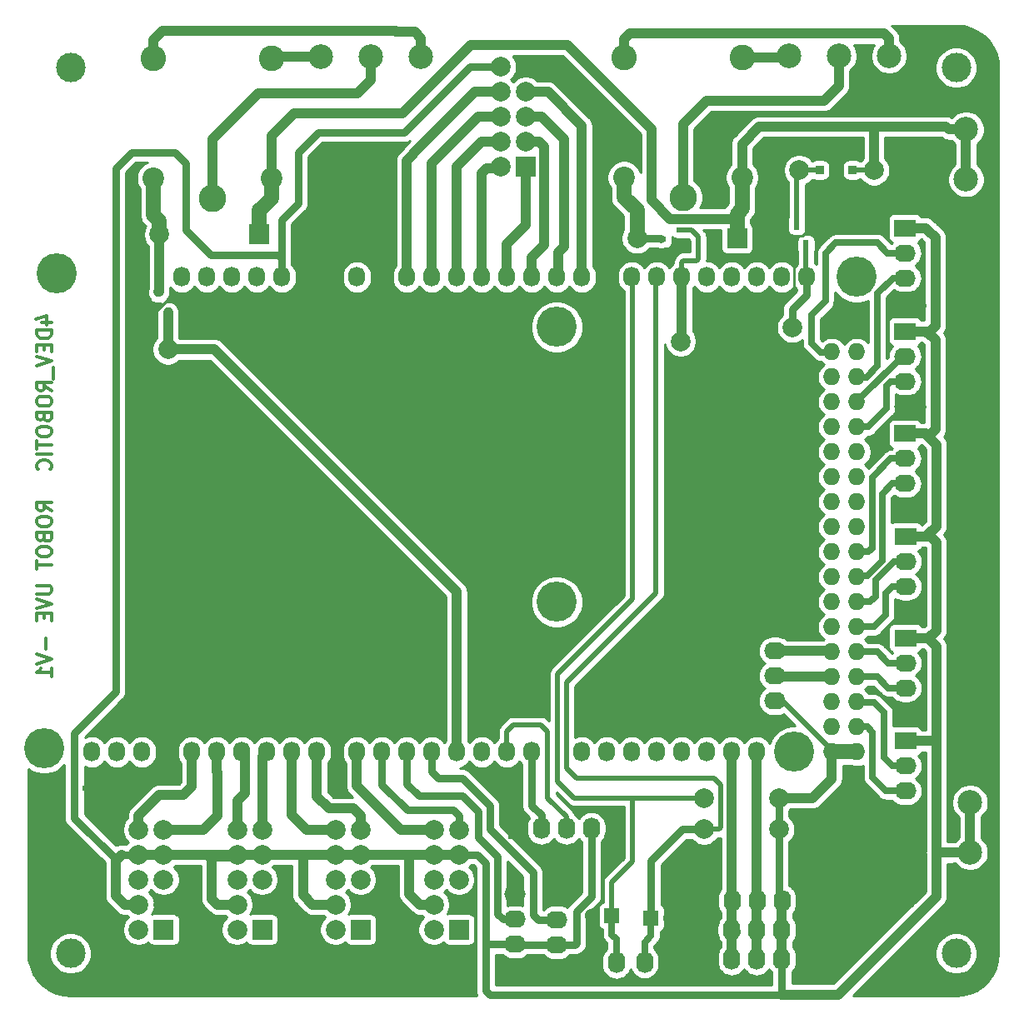
<source format=gbr>
G04 #@! TF.GenerationSoftware,KiCad,Pcbnew,5.1.7-a382d34a8~87~ubuntu20.04.1*
G04 #@! TF.CreationDate,2020-11-26T19:40:13-03:00*
G04 #@! TF.ProjectId,robot uve,726f626f-7420-4757-9665-2e6b69636164,rev?*
G04 #@! TF.SameCoordinates,Original*
G04 #@! TF.FileFunction,Copper,L2,Bot*
G04 #@! TF.FilePolarity,Positive*
%FSLAX46Y46*%
G04 Gerber Fmt 4.6, Leading zero omitted, Abs format (unit mm)*
G04 Created by KiCad (PCBNEW 5.1.7-a382d34a8~87~ubuntu20.04.1) date 2020-11-26 19:40:13*
%MOMM*%
%LPD*%
G01*
G04 APERTURE LIST*
G04 #@! TA.AperFunction,NonConductor*
%ADD10C,0.300000*%
G04 #@! TD*
G04 #@! TA.AperFunction,NonConductor*
%ADD11C,0.375000*%
G04 #@! TD*
G04 #@! TA.AperFunction,ComponentPad*
%ADD12R,1.750000X2.200000*%
G04 #@! TD*
G04 #@! TA.AperFunction,ComponentPad*
%ADD13O,1.750000X2.200000*%
G04 #@! TD*
G04 #@! TA.AperFunction,ComponentPad*
%ADD14R,2.000000X2.000000*%
G04 #@! TD*
G04 #@! TA.AperFunction,ComponentPad*
%ADD15C,2.000000*%
G04 #@! TD*
G04 #@! TA.AperFunction,ComponentPad*
%ADD16O,1.750000X2.199640*%
G04 #@! TD*
G04 #@! TA.AperFunction,ComponentPad*
%ADD17R,1.750000X2.199640*%
G04 #@! TD*
G04 #@! TA.AperFunction,ComponentPad*
%ADD18C,1.524000*%
G04 #@! TD*
G04 #@! TA.AperFunction,ComponentPad*
%ADD19R,1.524000X1.524000*%
G04 #@! TD*
G04 #@! TA.AperFunction,ComponentPad*
%ADD20R,1.998980X1.998980*%
G04 #@! TD*
G04 #@! TA.AperFunction,ComponentPad*
%ADD21C,1.998980*%
G04 #@! TD*
G04 #@! TA.AperFunction,ComponentPad*
%ADD22C,2.500000*%
G04 #@! TD*
G04 #@! TA.AperFunction,ComponentPad*
%ADD23C,1.727200*%
G04 #@! TD*
G04 #@! TA.AperFunction,ComponentPad*
%ADD24O,1.727200X1.727200*%
G04 #@! TD*
G04 #@! TA.AperFunction,ComponentPad*
%ADD25O,1.727200X2.032000*%
G04 #@! TD*
G04 #@! TA.AperFunction,ComponentPad*
%ADD26C,4.064000*%
G04 #@! TD*
G04 #@! TA.AperFunction,ComponentPad*
%ADD27C,3.000000*%
G04 #@! TD*
G04 #@! TA.AperFunction,ComponentPad*
%ADD28R,2.200000X1.750000*%
G04 #@! TD*
G04 #@! TA.AperFunction,ComponentPad*
%ADD29O,2.200000X1.750000*%
G04 #@! TD*
G04 #@! TA.AperFunction,ComponentPad*
%ADD30C,2.200000*%
G04 #@! TD*
G04 #@! TA.AperFunction,ComponentPad*
%ADD31C,2.600000*%
G04 #@! TD*
G04 #@! TA.AperFunction,ComponentPad*
%ADD32C,2.800000*%
G04 #@! TD*
G04 #@! TA.AperFunction,SMDPad,CuDef*
%ADD33R,0.599440X1.000760*%
G04 #@! TD*
G04 #@! TA.AperFunction,SMDPad,CuDef*
%ADD34R,1.000760X0.599440*%
G04 #@! TD*
G04 #@! TA.AperFunction,SMDPad,CuDef*
%ADD35R,0.850900X0.850900*%
G04 #@! TD*
G04 #@! TA.AperFunction,ViaPad*
%ADD36C,0.600000*%
G04 #@! TD*
G04 #@! TA.AperFunction,Conductor*
%ADD37C,0.800000*%
G04 #@! TD*
G04 #@! TA.AperFunction,Conductor*
%ADD38C,0.250000*%
G04 #@! TD*
G04 #@! TA.AperFunction,Conductor*
%ADD39C,0.650000*%
G04 #@! TD*
G04 #@! TA.AperFunction,Conductor*
%ADD40C,1.000000*%
G04 #@! TD*
G04 #@! TA.AperFunction,Conductor*
%ADD41C,1.500000*%
G04 #@! TD*
G04 #@! TA.AperFunction,Conductor*
%ADD42C,0.500000*%
G04 #@! TD*
G04 #@! TA.AperFunction,Conductor*
%ADD43C,0.254000*%
G04 #@! TD*
G04 #@! TA.AperFunction,Conductor*
%ADD44C,0.100000*%
G04 #@! TD*
G04 APERTURE END LIST*
D10*
X107078571Y-80892857D02*
X108078571Y-80892857D01*
X106507142Y-80535714D02*
X107578571Y-80178571D01*
X107578571Y-81107142D01*
X108078571Y-81678571D02*
X106578571Y-81678571D01*
X106578571Y-82035714D01*
X106650000Y-82250000D01*
X106792857Y-82392857D01*
X106935714Y-82464285D01*
X107221428Y-82535714D01*
X107435714Y-82535714D01*
X107721428Y-82464285D01*
X107864285Y-82392857D01*
X108007142Y-82250000D01*
X108078571Y-82035714D01*
X108078571Y-81678571D01*
X107292857Y-83178571D02*
X107292857Y-83678571D01*
X108078571Y-83892857D02*
X108078571Y-83178571D01*
X106578571Y-83178571D01*
X106578571Y-83892857D01*
X106578571Y-84321428D02*
X108078571Y-84821428D01*
X106578571Y-85321428D01*
X108221428Y-85464285D02*
X108221428Y-86607142D01*
X108078571Y-87821428D02*
X107364285Y-87321428D01*
X108078571Y-86964285D02*
X106578571Y-86964285D01*
X106578571Y-87535714D01*
X106650000Y-87678571D01*
X106721428Y-87750000D01*
X106864285Y-87821428D01*
X107078571Y-87821428D01*
X107221428Y-87750000D01*
X107292857Y-87678571D01*
X107364285Y-87535714D01*
X107364285Y-86964285D01*
X106578571Y-88750000D02*
X106578571Y-89035714D01*
X106650000Y-89178571D01*
X106792857Y-89321428D01*
X107078571Y-89392857D01*
X107578571Y-89392857D01*
X107864285Y-89321428D01*
X108007142Y-89178571D01*
X108078571Y-89035714D01*
X108078571Y-88750000D01*
X108007142Y-88607142D01*
X107864285Y-88464285D01*
X107578571Y-88392857D01*
X107078571Y-88392857D01*
X106792857Y-88464285D01*
X106650000Y-88607142D01*
X106578571Y-88750000D01*
X107292857Y-90535714D02*
X107364285Y-90750000D01*
X107435714Y-90821428D01*
X107578571Y-90892857D01*
X107792857Y-90892857D01*
X107935714Y-90821428D01*
X108007142Y-90750000D01*
X108078571Y-90607142D01*
X108078571Y-90035714D01*
X106578571Y-90035714D01*
X106578571Y-90535714D01*
X106650000Y-90678571D01*
X106721428Y-90750000D01*
X106864285Y-90821428D01*
X107007142Y-90821428D01*
X107150000Y-90750000D01*
X107221428Y-90678571D01*
X107292857Y-90535714D01*
X107292857Y-90035714D01*
X106578571Y-91821428D02*
X106578571Y-92107142D01*
X106650000Y-92250000D01*
X106792857Y-92392857D01*
X107078571Y-92464285D01*
X107578571Y-92464285D01*
X107864285Y-92392857D01*
X108007142Y-92250000D01*
X108078571Y-92107142D01*
X108078571Y-91821428D01*
X108007142Y-91678571D01*
X107864285Y-91535714D01*
X107578571Y-91464285D01*
X107078571Y-91464285D01*
X106792857Y-91535714D01*
X106650000Y-91678571D01*
X106578571Y-91821428D01*
X106578571Y-92892857D02*
X106578571Y-93750000D01*
X108078571Y-93321428D02*
X106578571Y-93321428D01*
X108078571Y-94249999D02*
X106578571Y-94249999D01*
X107935714Y-95821428D02*
X108007142Y-95749999D01*
X108078571Y-95535714D01*
X108078571Y-95392857D01*
X108007142Y-95178571D01*
X107864285Y-95035714D01*
X107721428Y-94964285D01*
X107435714Y-94892857D01*
X107221428Y-94892857D01*
X106935714Y-94964285D01*
X106792857Y-95035714D01*
X106650000Y-95178571D01*
X106578571Y-95392857D01*
X106578571Y-95535714D01*
X106650000Y-95749999D01*
X106721428Y-95821428D01*
D11*
X108078571Y-100035714D02*
X107364285Y-99535714D01*
X108078571Y-99178571D02*
X106578571Y-99178571D01*
X106578571Y-99750000D01*
X106650000Y-99892857D01*
X106721428Y-99964285D01*
X106864285Y-100035714D01*
X107078571Y-100035714D01*
X107221428Y-99964285D01*
X107292857Y-99892857D01*
X107364285Y-99750000D01*
X107364285Y-99178571D01*
X106578571Y-100964285D02*
X106578571Y-101250000D01*
X106650000Y-101392857D01*
X106792857Y-101535714D01*
X107078571Y-101607142D01*
X107578571Y-101607142D01*
X107864285Y-101535714D01*
X108007142Y-101392857D01*
X108078571Y-101250000D01*
X108078571Y-100964285D01*
X108007142Y-100821428D01*
X107864285Y-100678571D01*
X107578571Y-100607142D01*
X107078571Y-100607142D01*
X106792857Y-100678571D01*
X106650000Y-100821428D01*
X106578571Y-100964285D01*
X107292857Y-102750000D02*
X107364285Y-102964285D01*
X107435714Y-103035714D01*
X107578571Y-103107142D01*
X107792857Y-103107142D01*
X107935714Y-103035714D01*
X108007142Y-102964285D01*
X108078571Y-102821428D01*
X108078571Y-102250000D01*
X106578571Y-102250000D01*
X106578571Y-102750000D01*
X106650000Y-102892857D01*
X106721428Y-102964285D01*
X106864285Y-103035714D01*
X107007142Y-103035714D01*
X107150000Y-102964285D01*
X107221428Y-102892857D01*
X107292857Y-102750000D01*
X107292857Y-102250000D01*
X106578571Y-104035714D02*
X106578571Y-104321428D01*
X106650000Y-104464285D01*
X106792857Y-104607142D01*
X107078571Y-104678571D01*
X107578571Y-104678571D01*
X107864285Y-104607142D01*
X108007142Y-104464285D01*
X108078571Y-104321428D01*
X108078571Y-104035714D01*
X108007142Y-103892857D01*
X107864285Y-103750000D01*
X107578571Y-103678571D01*
X107078571Y-103678571D01*
X106792857Y-103750000D01*
X106650000Y-103892857D01*
X106578571Y-104035714D01*
X106578571Y-105107142D02*
X106578571Y-105964285D01*
X108078571Y-105535714D02*
X106578571Y-105535714D01*
X106578571Y-107607142D02*
X107792857Y-107607142D01*
X107935714Y-107678571D01*
X108007142Y-107750000D01*
X108078571Y-107892857D01*
X108078571Y-108178571D01*
X108007142Y-108321428D01*
X107935714Y-108392857D01*
X107792857Y-108464285D01*
X106578571Y-108464285D01*
X106578571Y-108964285D02*
X108078571Y-109464285D01*
X106578571Y-109964285D01*
X107292857Y-110464285D02*
X107292857Y-110964285D01*
X108078571Y-111178571D02*
X108078571Y-110464285D01*
X106578571Y-110464285D01*
X106578571Y-111178571D01*
X107507142Y-112964285D02*
X107507142Y-114107142D01*
X106578571Y-114607142D02*
X108078571Y-115107142D01*
X106578571Y-115607142D01*
X108078571Y-116892857D02*
X108078571Y-116035714D01*
X108078571Y-116464285D02*
X106578571Y-116464285D01*
X106792857Y-116321428D01*
X106935714Y-116178571D01*
X107007142Y-116035714D01*
D12*
X155310000Y-132300000D03*
D13*
X157850000Y-132300000D03*
X160390000Y-132300000D03*
X162930000Y-132300000D03*
D14*
X149470000Y-142580000D03*
D15*
X146930000Y-142580000D03*
X149470000Y-140040000D03*
X146930000Y-140040000D03*
X149470000Y-137500000D03*
X146930000Y-137500000D03*
X149470000Y-134960000D03*
X146930000Y-134960000D03*
X149470000Y-132420000D03*
X146930000Y-132420000D03*
D16*
X165470000Y-145917500D03*
D17*
X162930000Y-145917500D03*
D18*
X171000000Y-141400000D03*
D19*
X169000000Y-141400000D03*
X165000000Y-141200000D03*
D18*
X163000000Y-141200000D03*
D20*
X177730000Y-72350000D03*
D21*
X167570000Y-72350000D03*
D20*
X129175000Y-71950000D03*
D21*
X119015000Y-71950000D03*
D22*
X188100000Y-53800000D03*
X193180000Y-53800000D03*
X183020000Y-53800000D03*
D15*
X136930000Y-132420000D03*
X139470000Y-132420000D03*
X136930000Y-134960000D03*
X139470000Y-134960000D03*
X136930000Y-137500000D03*
X139470000Y-137500000D03*
X136930000Y-140040000D03*
X139470000Y-140040000D03*
X136930000Y-142580000D03*
D14*
X139470000Y-142580000D03*
X129470000Y-142580000D03*
D15*
X126930000Y-142580000D03*
X129470000Y-140040000D03*
X126930000Y-140040000D03*
X129470000Y-137500000D03*
X126930000Y-137500000D03*
X129470000Y-134960000D03*
X126930000Y-134960000D03*
X129470000Y-132420000D03*
X126930000Y-132420000D03*
X116930000Y-132420000D03*
X119470000Y-132420000D03*
X116930000Y-134960000D03*
X119470000Y-134960000D03*
X116930000Y-137500000D03*
X119470000Y-137500000D03*
X116930000Y-140040000D03*
X119470000Y-140040000D03*
X116930000Y-142580000D03*
D14*
X119470000Y-142580000D03*
D23*
X187358000Y-81354000D03*
D24*
X189898000Y-81354000D03*
X187358000Y-83894000D03*
X189898000Y-83894000D03*
X187358000Y-86434000D03*
X189898000Y-86434000D03*
X187358000Y-88974000D03*
X189898000Y-88974000D03*
X187358000Y-91514000D03*
X189898000Y-91514000D03*
X187358000Y-94054000D03*
X189898000Y-94054000D03*
X187358000Y-96594000D03*
X189898000Y-96594000D03*
X187358000Y-99134000D03*
X189898000Y-99134000D03*
X187358000Y-101674000D03*
X189898000Y-101674000D03*
X187358000Y-104214000D03*
X189898000Y-104214000D03*
X187358000Y-106754000D03*
X189898000Y-106754000D03*
X187358000Y-109294000D03*
X189898000Y-109294000D03*
X187358000Y-111834000D03*
X189898000Y-111834000D03*
X187358000Y-114374000D03*
X189898000Y-114374000D03*
X187358000Y-116914000D03*
X189898000Y-116914000D03*
X187358000Y-119454000D03*
X189898000Y-119454000D03*
X187358000Y-121994000D03*
X189898000Y-121994000D03*
X187358000Y-124534000D03*
X189898000Y-124534000D03*
D25*
X121318000Y-76274000D03*
X123858000Y-76274000D03*
X126398000Y-76274000D03*
X128938000Y-76274000D03*
X131478000Y-76274000D03*
X134018000Y-76274000D03*
X136558000Y-76274000D03*
X139098000Y-76274000D03*
X144178000Y-76274000D03*
X146718000Y-76274000D03*
X149258000Y-76274000D03*
X151798000Y-76274000D03*
X154338000Y-76274000D03*
X156878000Y-76274000D03*
X159418000Y-76274000D03*
X161958000Y-76274000D03*
X167038000Y-76274000D03*
X169578000Y-76274000D03*
X172118000Y-76274000D03*
X174658000Y-76274000D03*
X177198000Y-76274000D03*
X179738000Y-76274000D03*
X182278000Y-76274000D03*
X184818000Y-76274000D03*
X112174000Y-124534000D03*
X114714000Y-124534000D03*
X117254000Y-124534000D03*
X119794000Y-124534000D03*
X122334000Y-124534000D03*
X124874000Y-124534000D03*
X127414000Y-124534000D03*
X129954000Y-124534000D03*
X132494000Y-124534000D03*
X135034000Y-124534000D03*
X139098000Y-124534000D03*
X141638000Y-124534000D03*
X144178000Y-124534000D03*
X146718000Y-124534000D03*
X149258000Y-124534000D03*
X151798000Y-124534000D03*
X154338000Y-124534000D03*
X156878000Y-124534000D03*
X161958000Y-124534000D03*
X164498000Y-124534000D03*
X167038000Y-124534000D03*
X169578000Y-124534000D03*
X172118000Y-124534000D03*
X174658000Y-124534000D03*
X177198000Y-124534000D03*
X179738000Y-124534000D03*
D26*
X107348000Y-124126000D03*
X159418000Y-81354000D03*
X189898000Y-76274000D03*
X108618000Y-75866000D03*
X159418000Y-109294000D03*
X183548000Y-124534000D03*
D15*
X184050000Y-65425000D03*
X191650000Y-65425000D03*
D27*
X110000000Y-55000000D03*
X200000000Y-55000000D03*
X200000000Y-145000000D03*
X110000000Y-145000000D03*
D12*
X174660000Y-142612000D03*
D13*
X177200000Y-142612000D03*
X179740000Y-142612000D03*
X182280000Y-142612000D03*
D22*
X201000000Y-61260000D03*
X201000000Y-66340000D03*
X200950000Y-76790000D03*
X200950000Y-71710000D03*
D28*
X194850000Y-123410000D03*
D29*
X194850000Y-125950000D03*
X194850000Y-128490000D03*
X194850000Y-131030000D03*
X194800000Y-99810000D03*
X194800000Y-97270000D03*
X194800000Y-94730000D03*
D28*
X194800000Y-92190000D03*
X194850000Y-102640000D03*
D29*
X194850000Y-105180000D03*
X194850000Y-107720000D03*
X194850000Y-110260000D03*
X194850000Y-120570000D03*
X194850000Y-118030000D03*
X194850000Y-115490000D03*
D28*
X194850000Y-112950000D03*
X194800000Y-81790000D03*
D29*
X194800000Y-84330000D03*
X194800000Y-86870000D03*
X194800000Y-89410000D03*
D28*
X194800000Y-71290000D03*
D29*
X194800000Y-73830000D03*
X194800000Y-76370000D03*
X194800000Y-78910000D03*
D22*
X135470000Y-53875000D03*
X145630000Y-53875000D03*
X140550000Y-53875000D03*
D13*
X182310000Y-139650000D03*
X179770000Y-139650000D03*
X177230000Y-139650000D03*
D12*
X174690000Y-139650000D03*
D13*
X182285000Y-145575000D03*
X179745000Y-145575000D03*
X177205000Y-145575000D03*
D12*
X174665000Y-145575000D03*
D28*
X155200000Y-146620000D03*
D29*
X155200000Y-144080000D03*
X155200000Y-141540000D03*
X155200000Y-139000000D03*
X159400000Y-139060000D03*
X159400000Y-141600000D03*
X159400000Y-144140000D03*
D28*
X159400000Y-146680000D03*
D22*
X201400000Y-129660000D03*
X201400000Y-134740000D03*
X201400000Y-124290000D03*
X201400000Y-119210000D03*
D30*
X178250000Y-66150000D03*
D31*
X178250000Y-53950000D03*
X166250000Y-53950000D03*
D30*
X166250000Y-66150000D03*
D32*
X172250000Y-68150000D03*
X124425000Y-68250000D03*
D30*
X118425000Y-66250000D03*
D31*
X118425000Y-54050000D03*
X130425000Y-54050000D03*
D30*
X130425000Y-66250000D03*
D14*
X156270000Y-65080000D03*
D15*
X153730000Y-65080000D03*
X156270000Y-62540000D03*
X153730000Y-62540000D03*
X156270000Y-60000000D03*
X153730000Y-60000000D03*
X156270000Y-57460000D03*
X153730000Y-57460000D03*
X156270000Y-54920000D03*
X153730000Y-54920000D03*
D33*
X184752500Y-73056640D03*
X183800000Y-70943360D03*
X182847500Y-73056640D03*
D34*
X172131640Y-71472500D03*
X170018360Y-72425000D03*
X172131640Y-73377500D03*
D33*
X117997500Y-79906640D03*
X118950000Y-77793360D03*
X119902500Y-79906640D03*
D21*
X183340000Y-81400000D03*
X178260000Y-81400000D03*
X172000000Y-82800000D03*
X172000000Y-87880000D03*
X119900000Y-88705000D03*
X119900000Y-83625000D03*
D35*
X189473860Y-65400000D03*
X186126140Y-65400000D03*
D17*
X170870000Y-145882500D03*
D16*
X168330000Y-145882500D03*
D21*
X174390000Y-129200000D03*
X182010000Y-129200000D03*
X182010000Y-132400000D03*
X174390000Y-132400000D03*
D28*
X181600000Y-111720000D03*
D29*
X181600000Y-114260000D03*
X181600000Y-116800000D03*
X181600000Y-119340000D03*
D36*
X196600000Y-120600000D03*
X199700000Y-120600000D03*
X196650000Y-110250000D03*
X199700000Y-110250000D03*
X196640000Y-99810000D03*
X199800000Y-99800000D03*
X196550000Y-89400000D03*
X199800000Y-89400000D03*
X153600000Y-146800000D03*
X150800000Y-146800000D03*
X199199991Y-140100009D03*
X158350000Y-136600000D03*
X155149988Y-136600012D03*
X111500000Y-128250000D03*
X108699997Y-128250003D03*
X165100000Y-93500000D03*
X171100000Y-93500000D03*
X181650000Y-79000000D03*
X187749996Y-79000004D03*
X195500000Y-140100000D03*
X164700000Y-135300000D03*
X161200000Y-135300000D03*
X196700000Y-79200000D03*
X199250000Y-79200000D03*
D37*
X194850000Y-120570000D02*
X196570000Y-120570000D01*
X196570000Y-120570000D02*
X196600000Y-120600000D01*
X194850000Y-110260000D02*
X196640000Y-110260000D01*
X196640000Y-110260000D02*
X196650000Y-110250000D01*
X194800000Y-99810000D02*
X196640000Y-99810000D01*
X194800000Y-89410000D02*
X196540000Y-89410000D01*
X196540000Y-89410000D02*
X196550000Y-89400000D01*
D38*
X118547220Y-79906640D02*
X119953860Y-78500000D01*
X117997500Y-79906640D02*
X118547220Y-79906640D01*
X119953860Y-78500000D02*
X121300000Y-78500000D01*
X185596140Y-70903860D02*
X185550000Y-70903860D01*
X182847500Y-73056640D02*
X182847500Y-72802500D01*
X183600000Y-72050000D02*
X184400000Y-72050000D01*
X182847500Y-72802500D02*
X183600000Y-72050000D01*
X184400000Y-72050000D02*
X185550000Y-70900000D01*
X185550000Y-70900000D02*
X185600000Y-70900000D01*
X185600000Y-70900000D02*
X185596140Y-70903860D01*
X181949999Y-78700001D02*
X181650000Y-79000000D01*
X182474999Y-78700001D02*
X181949999Y-78700001D01*
X182847500Y-73056640D02*
X182847500Y-73807020D01*
X182847500Y-73807020D02*
X183550000Y-74509520D01*
X183550000Y-74509520D02*
X183550000Y-77150000D01*
X183550000Y-77150000D02*
X183516610Y-77183390D01*
X183516610Y-77183390D02*
X183516610Y-77658390D01*
X183516610Y-77658390D02*
X182474999Y-78700001D01*
D39*
X193050000Y-73830000D02*
X194800000Y-73830000D01*
X192020000Y-72800000D02*
X193050000Y-73830000D01*
X187352000Y-83900000D02*
X186200000Y-83900000D01*
X187358000Y-83894000D02*
X187352000Y-83900000D01*
X187800000Y-72800000D02*
X192020000Y-72800000D01*
X186200000Y-83900000D02*
X185300000Y-83000000D01*
X185300000Y-83000000D02*
X185300000Y-80150000D01*
X186750000Y-73850000D02*
X187800000Y-72800000D01*
X185300000Y-80150000D02*
X186750000Y-78700000D01*
X186750000Y-78700000D02*
X186750000Y-73850000D01*
X189914000Y-86450000D02*
X189898000Y-86434000D01*
X190850000Y-86450000D02*
X189914000Y-86450000D01*
X192000000Y-85300000D02*
X190850000Y-86450000D01*
X192000000Y-77950000D02*
X192000000Y-85300000D01*
X194800000Y-76370000D02*
X193580000Y-76370000D01*
X193580000Y-76370000D02*
X192000000Y-77950000D01*
X194542000Y-84330000D02*
X194800000Y-84330000D01*
X189898000Y-88974000D02*
X194542000Y-84330000D01*
X193330000Y-86870000D02*
X194800000Y-86870000D01*
X192900000Y-87300000D02*
X193330000Y-86870000D01*
X192900000Y-89650000D02*
X192900000Y-87300000D01*
X189898000Y-91514000D02*
X191036000Y-91514000D01*
X191036000Y-91514000D02*
X192900000Y-89650000D01*
X193370000Y-94730000D02*
X194800000Y-94730000D01*
X191500000Y-96600000D02*
X193370000Y-94730000D01*
X191500000Y-103800000D02*
X191500000Y-96600000D01*
X189898000Y-104214000D02*
X191086000Y-104214000D01*
X191086000Y-104214000D02*
X191500000Y-103800000D01*
X190002000Y-106650000D02*
X189898000Y-106754000D01*
X190950000Y-106650000D02*
X190002000Y-106650000D01*
X192500000Y-105100000D02*
X190950000Y-106650000D01*
X192500000Y-98300000D02*
X192500000Y-105100000D01*
X194800000Y-97270000D02*
X193530000Y-97270000D01*
X193530000Y-97270000D02*
X192500000Y-98300000D01*
X191256000Y-109294000D02*
X189898000Y-109294000D01*
X191800000Y-108750000D02*
X191256000Y-109294000D01*
X191800000Y-107050000D02*
X191800000Y-108750000D01*
X194850000Y-105180000D02*
X193670000Y-105180000D01*
X193670000Y-105180000D02*
X191800000Y-107050000D01*
X193530000Y-107720000D02*
X194850000Y-107720000D01*
X192850000Y-108400000D02*
X193530000Y-107720000D01*
X192850000Y-110600000D02*
X192850000Y-108400000D01*
X189898000Y-111834000D02*
X191616000Y-111834000D01*
X191616000Y-111834000D02*
X192850000Y-110600000D01*
X191984000Y-114374000D02*
X189898000Y-114374000D01*
X194850000Y-115490000D02*
X193100000Y-115490000D01*
X193100000Y-115490000D02*
X191984000Y-114374000D01*
X191984000Y-116914000D02*
X189898000Y-116914000D01*
X194850000Y-118030000D02*
X193100000Y-118030000D01*
X193100000Y-118030000D02*
X191984000Y-116914000D01*
X192675000Y-120550000D02*
X191625000Y-119500000D01*
X191625000Y-119500000D02*
X189944000Y-119500000D01*
X193550000Y-125950000D02*
X192675000Y-125075000D01*
X194850000Y-125950000D02*
X193550000Y-125950000D01*
X189944000Y-119500000D02*
X189898000Y-119454000D01*
X192675000Y-125075000D02*
X192675000Y-120550000D01*
X190944000Y-121994000D02*
X189898000Y-121994000D01*
X191500000Y-122550000D02*
X190944000Y-121994000D01*
X191500000Y-127150000D02*
X191500000Y-122550000D01*
X194850000Y-128490000D02*
X192840000Y-128490000D01*
X192840000Y-128490000D02*
X191500000Y-127150000D01*
D40*
X126970000Y-134960000D02*
X124430000Y-134960000D01*
X134430000Y-134960000D02*
X136970000Y-134960000D01*
X126970000Y-134960000D02*
X130970000Y-134960000D01*
X130970000Y-134960000D02*
X134430000Y-134960000D01*
X133620000Y-135110000D02*
X133470000Y-134960000D01*
X133620000Y-139056000D02*
X133620000Y-135110000D01*
X136930000Y-140040000D02*
X134604000Y-140040000D01*
X134604000Y-140040000D02*
X133620000Y-139056000D01*
X146970000Y-134960000D02*
X144430000Y-134960000D01*
X144430000Y-134960000D02*
X141502000Y-134960000D01*
X141502000Y-134960000D02*
X136970000Y-134960000D01*
X116970000Y-134960000D02*
X124430000Y-134960000D01*
X126762000Y-135128000D02*
X126930000Y-134960000D01*
X124104000Y-135128000D02*
X126762000Y-135128000D01*
X124358000Y-135382000D02*
X124104000Y-135128000D01*
X124358000Y-139446000D02*
X124358000Y-135382000D01*
X126930000Y-140040000D02*
X124952000Y-140040000D01*
X124952000Y-140040000D02*
X124358000Y-139446000D01*
D41*
X187358000Y-124534000D02*
X189898000Y-124534000D01*
D40*
X197160000Y-71550000D02*
X197175000Y-71550000D01*
X196900000Y-71290000D02*
X197160000Y-71550000D01*
X194800000Y-71290000D02*
X196900000Y-71290000D01*
X197060000Y-81950000D02*
X197175000Y-81950000D01*
X196900000Y-81790000D02*
X197060000Y-81950000D01*
X194800000Y-81790000D02*
X196900000Y-81790000D01*
X197175000Y-92465000D02*
X197175000Y-92475000D01*
X196900000Y-92190000D02*
X197175000Y-92465000D01*
X194800000Y-92190000D02*
X196900000Y-92190000D01*
X197000000Y-113000000D02*
X197175000Y-113000000D01*
X196950000Y-112950000D02*
X197000000Y-113000000D01*
X194850000Y-112950000D02*
X196950000Y-112950000D01*
X197165000Y-102425000D02*
X197175000Y-102425000D01*
X196950000Y-102640000D02*
X197165000Y-102425000D01*
X194850000Y-102640000D02*
X196950000Y-102640000D01*
X149470000Y-134960000D02*
X146930000Y-134960000D01*
X198000000Y-93300000D02*
X197175000Y-92475000D01*
X197175000Y-102425000D02*
X198000000Y-101600000D01*
X198000000Y-101600000D02*
X198000000Y-93300000D01*
X198000000Y-103250000D02*
X197175000Y-102425000D01*
X197175000Y-113000000D02*
X198000000Y-112175000D01*
X198000000Y-112175000D02*
X198000000Y-103250000D01*
X197900000Y-82675000D02*
X197175000Y-81950000D01*
X197175000Y-92475000D02*
X197900000Y-91750000D01*
X197900000Y-91750000D02*
X197900000Y-82675000D01*
X197900000Y-72275000D02*
X197175000Y-71550000D01*
X197175000Y-81950000D02*
X197900000Y-81225000D01*
X197900000Y-81225000D02*
X197900000Y-72275000D01*
X114600000Y-135600000D02*
X115200000Y-135000000D01*
X114600000Y-139124213D02*
X114600000Y-135600000D01*
X116930000Y-140040000D02*
X115515787Y-140040000D01*
X115515787Y-140040000D02*
X114600000Y-139124213D01*
X144560000Y-134960000D02*
X144002000Y-134960000D01*
X144600000Y-135000000D02*
X144560000Y-134960000D01*
X144424000Y-135176000D02*
X144600000Y-135000000D01*
X144424000Y-138948213D02*
X144424000Y-135176000D01*
X146930000Y-140040000D02*
X145515787Y-140040000D01*
X182280000Y-140170000D02*
X182285000Y-140175000D01*
X182285000Y-139675000D02*
X182310000Y-139650000D01*
X182285000Y-145575000D02*
X182285000Y-139675000D01*
X145515787Y-140040000D02*
X144837893Y-139362107D01*
X144837893Y-139362107D02*
X144424000Y-138948213D01*
D37*
X182010000Y-129200000D02*
X182010000Y-132400000D01*
X182010000Y-139350000D02*
X182310000Y-139650000D01*
X182010000Y-132400000D02*
X182010000Y-139350000D01*
X152320000Y-144080000D02*
X155200000Y-144080000D01*
X155260000Y-144140000D02*
X155200000Y-144080000D01*
X159400000Y-144140000D02*
X155260000Y-144140000D01*
X152200000Y-143960000D02*
X152320000Y-144080000D01*
X152200000Y-135800000D02*
X152200000Y-143960000D01*
X149470000Y-134960000D02*
X151360000Y-134960000D01*
X151360000Y-134960000D02*
X152200000Y-135800000D01*
X152200000Y-144200000D02*
X152320000Y-144080000D01*
X152200000Y-148800000D02*
X152200000Y-144200000D01*
X152600000Y-149200000D02*
X152200000Y-148800000D01*
X182285000Y-145575000D02*
X182285000Y-149200000D01*
X182285000Y-149200000D02*
X152600000Y-149200000D01*
D40*
X198000000Y-123300000D02*
X198000000Y-123200000D01*
X194850000Y-123410000D02*
X197890000Y-123410000D01*
X197890000Y-123410000D02*
X198000000Y-123300000D01*
X198000000Y-113825000D02*
X197175000Y-113000000D01*
X198000000Y-123200000D02*
X198000000Y-113825000D01*
X187358000Y-125755314D02*
X187350000Y-125763314D01*
X187358000Y-124534000D02*
X187358000Y-125755314D01*
X187350000Y-125763314D02*
X187350000Y-127250000D01*
X187350000Y-127250000D02*
X185400000Y-129200000D01*
X185400000Y-129200000D02*
X182010000Y-129200000D01*
D37*
X115240000Y-134960000D02*
X116930000Y-134960000D01*
X115200000Y-135000000D02*
X115240000Y-134960000D01*
X131478000Y-74428000D02*
X131478000Y-76274000D01*
X131478000Y-74428000D02*
X131478000Y-70472000D01*
X131478000Y-70472000D02*
X133150000Y-68800000D01*
X133150000Y-68800000D02*
X133150000Y-63600000D01*
X133150000Y-63600000D02*
X135150000Y-61600000D01*
X135150000Y-61600000D02*
X143900000Y-61600000D01*
X150580000Y-54920000D02*
X153730000Y-54920000D01*
X143900000Y-61600000D02*
X150580000Y-54920000D01*
X161300000Y-144140000D02*
X159400000Y-144140000D01*
X161450000Y-143990000D02*
X161300000Y-144140000D01*
X161450000Y-140734238D02*
X161450000Y-143990000D01*
X162930000Y-139254238D02*
X161450000Y-140734238D01*
X162930000Y-132300000D02*
X162930000Y-139254238D01*
D40*
X201400000Y-129660000D02*
X201400000Y-134740000D01*
X199622234Y-134750000D02*
X198000000Y-134750000D01*
X199632234Y-134740000D02*
X199622234Y-134750000D01*
X201400000Y-134740000D02*
X199632234Y-134740000D01*
X198000000Y-123200000D02*
X198000000Y-134750000D01*
X198000000Y-139200000D02*
X198000000Y-134750000D01*
X182285000Y-149200000D02*
X188000000Y-149200000D01*
X188000000Y-149200000D02*
X198000000Y-139200000D01*
D42*
X181755000Y-119340000D02*
X181800000Y-119385000D01*
X182340000Y-119340000D02*
X181755000Y-119340000D01*
X187358000Y-124534000D02*
X187358000Y-124358000D01*
X187358000Y-124358000D02*
X182340000Y-119340000D01*
D37*
X124300000Y-74050000D02*
X131100000Y-74050000D01*
X121700000Y-71450000D02*
X124300000Y-74050000D01*
X121700000Y-64700000D02*
X121700000Y-71450000D01*
X116200000Y-63600000D02*
X120600000Y-63600000D01*
X114600000Y-135450000D02*
X110400000Y-131250000D01*
X131100000Y-74050000D02*
X131478000Y-74428000D01*
X114600000Y-135600000D02*
X114600000Y-135450000D01*
X110400000Y-131250000D02*
X110400000Y-122600000D01*
X120600000Y-63600000D02*
X121700000Y-64700000D01*
X110400000Y-122600000D02*
X114600000Y-118400000D01*
X114600000Y-118400000D02*
X114600000Y-65200000D01*
X114600000Y-65200000D02*
X116200000Y-63600000D01*
D40*
X144178000Y-64422000D02*
X144178000Y-76274000D01*
X144850000Y-63750000D02*
X144178000Y-64422000D01*
X144850000Y-63700000D02*
X144850000Y-63750000D01*
X153730000Y-57460000D02*
X151090000Y-57460000D01*
X151090000Y-57460000D02*
X144850000Y-63700000D01*
X146718000Y-74258000D02*
X146718000Y-76274000D01*
X146718000Y-64707000D02*
X146718000Y-74258000D01*
X153730000Y-60000000D02*
X151425000Y-60000000D01*
X151425000Y-60000000D02*
X146718000Y-64707000D01*
X149258000Y-74258000D02*
X149258000Y-76274000D01*
X149258000Y-65044893D02*
X149258000Y-74258000D01*
X153730000Y-62540000D02*
X151762893Y-62540000D01*
X151762893Y-62540000D02*
X149258000Y-65044893D01*
X151750000Y-76226000D02*
X151798000Y-76274000D01*
X151750000Y-65750000D02*
X151750000Y-76226000D01*
X152250000Y-65250000D02*
X151750000Y-65750000D01*
X153730000Y-65080000D02*
X153560000Y-65250000D01*
X153560000Y-65250000D02*
X152250000Y-65250000D01*
X156270000Y-65080000D02*
X156270000Y-70980000D01*
X154338000Y-72912000D02*
X154338000Y-76274000D01*
X156270000Y-70980000D02*
X154338000Y-72912000D01*
X156878000Y-74258000D02*
X156878000Y-76274000D01*
X158100000Y-73036000D02*
X156878000Y-74258000D01*
X158100000Y-63000000D02*
X158100000Y-73036000D01*
X156270000Y-62540000D02*
X157640000Y-62540000D01*
X157640000Y-62540000D02*
X158100000Y-63000000D01*
X157900000Y-60000000D02*
X156270000Y-60000000D01*
X160125000Y-62225000D02*
X157900000Y-60000000D01*
X160125000Y-73225000D02*
X160125000Y-62225000D01*
X159550000Y-73800000D02*
X160125000Y-73225000D01*
X159418000Y-76274000D02*
X159550000Y-76142000D01*
X159550000Y-76142000D02*
X159550000Y-73800000D01*
X156270000Y-57460000D02*
X158510000Y-57460000D01*
X161958000Y-60908000D02*
X161958000Y-76274000D01*
X158510000Y-57460000D02*
X161958000Y-60908000D01*
X172118000Y-82682000D02*
X172000000Y-82800000D01*
X172118000Y-76274000D02*
X172118000Y-82682000D01*
D42*
X172118000Y-74758000D02*
X172118000Y-76274000D01*
X173072500Y-71472500D02*
X173800000Y-72200000D01*
X172131640Y-71472500D02*
X173072500Y-71472500D01*
X173800000Y-72200000D02*
X173800000Y-74439600D01*
X173800000Y-74439600D02*
X173639600Y-74600000D01*
X173639600Y-74600000D02*
X172276000Y-74600000D01*
X172276000Y-74600000D02*
X172118000Y-74758000D01*
X184752500Y-76208500D02*
X184818000Y-76274000D01*
X184752500Y-73056640D02*
X184752500Y-76208500D01*
D37*
X183340000Y-79568000D02*
X183340000Y-81400000D01*
X184818000Y-76274000D02*
X184818000Y-78090000D01*
X184818000Y-78090000D02*
X183340000Y-79568000D01*
D40*
X116930000Y-131005787D02*
X119035787Y-128900000D01*
X116930000Y-132420000D02*
X116930000Y-131005787D01*
X119035787Y-128900000D02*
X121475000Y-128900000D01*
X122334000Y-128041000D02*
X122334000Y-124534000D01*
X121475000Y-128900000D02*
X122334000Y-128041000D01*
X124874000Y-126550000D02*
X124925000Y-126601000D01*
X124874000Y-124534000D02*
X124874000Y-126550000D01*
X124925000Y-126601000D02*
X124925000Y-130975000D01*
X123480000Y-132420000D02*
X119470000Y-132420000D01*
X124925000Y-130975000D02*
X123480000Y-132420000D01*
X127000000Y-132350000D02*
X126930000Y-132420000D01*
X127000000Y-129500000D02*
X127000000Y-132350000D01*
X127750000Y-128750000D02*
X127000000Y-129500000D01*
X127414000Y-124534000D02*
X127750000Y-124870000D01*
X127750000Y-124870000D02*
X127750000Y-128750000D01*
X129470000Y-125018000D02*
X129954000Y-124534000D01*
X129470000Y-132420000D02*
X129470000Y-125018000D01*
X136930000Y-132420000D02*
X134020000Y-132420000D01*
X134020000Y-132420000D02*
X132494000Y-130894000D01*
X132494000Y-130894000D02*
X132494000Y-125244000D01*
X135034000Y-129034000D02*
X135034000Y-124534000D01*
X136275000Y-130275000D02*
X135034000Y-129034000D01*
X138739213Y-130275000D02*
X136275000Y-130275000D01*
X139470000Y-132420000D02*
X139470000Y-131005787D01*
X139470000Y-131005787D02*
X138739213Y-130275000D01*
X143535429Y-132420000D02*
X145515787Y-132420000D01*
X145515787Y-132420000D02*
X146930000Y-132420000D01*
X139098000Y-127982571D02*
X143535429Y-132420000D01*
X139098000Y-124534000D02*
X139098000Y-127982571D01*
D37*
X149470000Y-131005787D02*
X148864213Y-130400000D01*
X149470000Y-132420000D02*
X149470000Y-131005787D01*
X148864213Y-130400000D02*
X144200000Y-130400000D01*
X141638000Y-127838000D02*
X141638000Y-124534000D01*
X144200000Y-130400000D02*
X141638000Y-127838000D01*
X153400000Y-141000000D02*
X153940000Y-141540000D01*
X153940000Y-141540000D02*
X155200000Y-141540000D01*
X153400000Y-135200000D02*
X153400000Y-141000000D01*
X144178000Y-127778000D02*
X145400000Y-129000000D01*
X144178000Y-124534000D02*
X144178000Y-127778000D01*
X145400000Y-129000000D02*
X149800000Y-129000000D01*
X149800000Y-129000000D02*
X151400000Y-130600000D01*
X151400000Y-130600000D02*
X151400000Y-133200000D01*
X151400000Y-133200000D02*
X153400000Y-135200000D01*
X147400000Y-127200000D02*
X146718000Y-126518000D01*
X146718000Y-126518000D02*
X146718000Y-124534000D01*
X149800000Y-127200000D02*
X147400000Y-127200000D01*
X157500000Y-141600000D02*
X157000000Y-141100000D01*
X159400000Y-141600000D02*
X157500000Y-141600000D01*
X157000000Y-141100000D02*
X157000000Y-136800000D01*
X157000000Y-136800000D02*
X152600000Y-132400000D01*
X152600000Y-132400000D02*
X152600000Y-130000000D01*
X152600000Y-130000000D02*
X149800000Y-127200000D01*
D40*
X119902500Y-83622500D02*
X119900000Y-83625000D01*
X119902500Y-79906640D02*
X119902500Y-83622500D01*
X149258000Y-108258000D02*
X149258000Y-124534000D01*
X119900000Y-83625000D02*
X124625000Y-83625000D01*
X124625000Y-83625000D02*
X149258000Y-108258000D01*
X177230000Y-145782000D02*
X177200000Y-145812000D01*
X177598000Y-142818000D02*
X177630000Y-142850000D01*
X177198000Y-145568000D02*
X177205000Y-145575000D01*
X177198000Y-124534000D02*
X177198000Y-145568000D01*
X179738000Y-145568000D02*
X179745000Y-145575000D01*
X179738000Y-124534000D02*
X179738000Y-145568000D01*
D42*
X183800000Y-65675000D02*
X184050000Y-65425000D01*
X183800000Y-70943360D02*
X183800000Y-65675000D01*
X184075000Y-65400000D02*
X184050000Y-65425000D01*
X186126140Y-65400000D02*
X184075000Y-65400000D01*
X189498860Y-65425000D02*
X189473860Y-65400000D01*
X191650000Y-65425000D02*
X189498860Y-65425000D01*
D41*
X129175000Y-69450510D02*
X129200510Y-69425000D01*
X129175000Y-71950000D02*
X129175000Y-69450510D01*
X129200510Y-69425000D02*
X129250000Y-69425000D01*
X130425000Y-68250000D02*
X130425000Y-66250000D01*
X129250000Y-69425000D02*
X130425000Y-68250000D01*
X178250000Y-69330510D02*
X178250000Y-66150000D01*
X177730000Y-72350000D02*
X177730000Y-69850510D01*
X177730000Y-69850510D02*
X178250000Y-69330510D01*
D40*
X178250000Y-62750000D02*
X178250000Y-66150000D01*
X180000000Y-61000000D02*
X178250000Y-62750000D01*
X191650000Y-61250000D02*
X191400000Y-61000000D01*
X191650000Y-65425000D02*
X191650000Y-61250000D01*
X191400000Y-61000000D02*
X180000000Y-61000000D01*
X201000000Y-66340000D02*
X201000000Y-61260000D01*
X198972234Y-61000000D02*
X191400000Y-61000000D01*
X199232234Y-61260000D02*
X198972234Y-61000000D01*
X201000000Y-61260000D02*
X199232234Y-61260000D01*
X169050000Y-61250000D02*
X169050000Y-68475000D01*
X177230510Y-70350000D02*
X177730000Y-69850510D01*
X160500000Y-52700000D02*
X169050000Y-61250000D01*
X169050000Y-68475000D02*
X170925000Y-70350000D01*
X150675000Y-52700000D02*
X160500000Y-52700000D01*
X143725000Y-59650000D02*
X150675000Y-52700000D01*
X132700000Y-59650000D02*
X143725000Y-59650000D01*
X130425000Y-61925000D02*
X132700000Y-59650000D01*
X170925000Y-70350000D02*
X177230510Y-70350000D01*
X130425000Y-66250000D02*
X130425000Y-61925000D01*
X193180000Y-52032234D02*
X193180000Y-53800000D01*
X192672766Y-51525000D02*
X193180000Y-52032234D01*
X166836523Y-51525000D02*
X192672766Y-51525000D01*
X166250000Y-52111523D02*
X166836523Y-51525000D01*
X166250000Y-53950000D02*
X166250000Y-52111523D01*
X182870000Y-53950000D02*
X183020000Y-53800000D01*
X178250000Y-53950000D02*
X182870000Y-53950000D01*
D41*
X167570000Y-72350000D02*
X167570000Y-69495000D01*
X166250000Y-68175000D02*
X166250000Y-66150000D01*
X167570000Y-69495000D02*
X166250000Y-68175000D01*
D37*
X169943360Y-72350000D02*
X170018360Y-72425000D01*
X167570000Y-72350000D02*
X169943360Y-72350000D01*
D41*
X118425000Y-69946508D02*
X118425000Y-66250000D01*
X119015000Y-71950000D02*
X119015000Y-70536508D01*
X119015000Y-70536508D02*
X118425000Y-69946508D01*
D40*
X119015000Y-77728360D02*
X118950000Y-77793360D01*
X119015000Y-71950000D02*
X119015000Y-77728360D01*
X130600000Y-53875000D02*
X130425000Y-54050000D01*
X135470000Y-53875000D02*
X130600000Y-53875000D01*
X118425000Y-52211523D02*
X119361523Y-51275000D01*
X118425000Y-54050000D02*
X118425000Y-52211523D01*
X143030000Y-51275000D02*
X143080000Y-51325000D01*
X119361523Y-51275000D02*
X143030000Y-51275000D01*
X143080000Y-51325000D02*
X144975000Y-51325000D01*
X145630000Y-51980000D02*
X145630000Y-53875000D01*
X144975000Y-51325000D02*
X145630000Y-51980000D01*
X172250000Y-68150000D02*
X172250000Y-60750000D01*
X172250000Y-60750000D02*
X174650000Y-58350000D01*
X174650000Y-58350000D02*
X186575000Y-58350000D01*
X188100000Y-56825000D02*
X188100000Y-53800000D01*
X186575000Y-58350000D02*
X188100000Y-56825000D01*
X140550000Y-56250000D02*
X140550000Y-53875000D01*
X139200000Y-57600000D02*
X140550000Y-56250000D01*
X129125000Y-57600000D02*
X139200000Y-57600000D01*
X124425000Y-68250000D02*
X124425000Y-62300000D01*
X124425000Y-62300000D02*
X129125000Y-57600000D01*
D37*
X156878000Y-126350000D02*
X156878000Y-124534000D01*
X156878000Y-129977227D02*
X156878000Y-126350000D01*
X157850000Y-130949227D02*
X156878000Y-129977227D01*
X157850000Y-132300000D02*
X157850000Y-130949227D01*
X160390000Y-132300000D02*
X160390000Y-132075000D01*
D42*
X154338000Y-122462000D02*
X154338000Y-124534000D01*
X155000000Y-121800000D02*
X154338000Y-122462000D01*
X157800000Y-121800000D02*
X155000000Y-121800000D01*
X158500000Y-122500000D02*
X157800000Y-121800000D01*
X158500000Y-129200000D02*
X158500000Y-122500000D01*
X160390000Y-131090000D02*
X158500000Y-129200000D01*
X160390000Y-132300000D02*
X160390000Y-131090000D01*
D39*
X165000000Y-141200000D02*
X165000000Y-143100000D01*
X165470000Y-143570000D02*
X165470000Y-145917500D01*
X165000000Y-143100000D02*
X165470000Y-143570000D01*
D42*
X161200000Y-129200000D02*
X159500000Y-127500000D01*
X159500000Y-127500000D02*
X159500000Y-116600000D01*
X159500000Y-116600000D02*
X167100000Y-109000000D01*
X167100000Y-76336000D02*
X167038000Y-76274000D01*
X167100000Y-109000000D02*
X167100000Y-76336000D01*
X165000000Y-141200000D02*
X165000000Y-137800000D01*
X167100000Y-135700000D02*
X167100000Y-129200000D01*
X165000000Y-137800000D02*
X167100000Y-135700000D01*
X167100000Y-129200000D02*
X161200000Y-129200000D01*
X174390000Y-129200000D02*
X167100000Y-129200000D01*
D37*
X174390000Y-132400000D02*
X172200000Y-132400000D01*
X169000000Y-135600000D02*
X169000000Y-141400000D01*
X172200000Y-132400000D02*
X169000000Y-135600000D01*
D39*
X168330000Y-145882500D02*
X168330000Y-143870000D01*
X169000000Y-143200000D02*
X169000000Y-141400000D01*
X168330000Y-143870000D02*
X169000000Y-143200000D01*
D42*
X169500000Y-76352000D02*
X169578000Y-76274000D01*
X160400000Y-117500000D02*
X169500000Y-108400000D01*
X175400000Y-127200000D02*
X161400000Y-127200000D01*
X169500000Y-108400000D02*
X169500000Y-76352000D01*
X176100000Y-132200000D02*
X176100000Y-127900000D01*
X176100000Y-127900000D02*
X175400000Y-127200000D01*
X175900000Y-132400000D02*
X176100000Y-132200000D01*
X160400000Y-126200000D02*
X160400000Y-117500000D01*
X161400000Y-127200000D02*
X160400000Y-126200000D01*
X174390000Y-132400000D02*
X175900000Y-132400000D01*
D40*
X187244000Y-114260000D02*
X187358000Y-114374000D01*
X181600000Y-114260000D02*
X187244000Y-114260000D01*
X181714000Y-116914000D02*
X181600000Y-116800000D01*
X187358000Y-116914000D02*
X181714000Y-116914000D01*
D43*
X200759192Y-50780578D02*
X201494389Y-50981705D01*
X202182351Y-51309846D01*
X202801331Y-51754628D01*
X203331761Y-52301988D01*
X203756884Y-52934639D01*
X204063251Y-53632561D01*
X204242499Y-54379183D01*
X204290001Y-55026044D01*
X204290000Y-144968382D01*
X204219422Y-145759193D01*
X204018295Y-146494389D01*
X203690152Y-147182355D01*
X203245374Y-147801328D01*
X202698012Y-148331761D01*
X202065362Y-148756883D01*
X201367439Y-149063251D01*
X200620819Y-149242499D01*
X199973970Y-149290000D01*
X189515131Y-149290000D01*
X194015410Y-144789721D01*
X197865000Y-144789721D01*
X197865000Y-145210279D01*
X197947047Y-145622756D01*
X198107988Y-146011302D01*
X198341637Y-146360983D01*
X198639017Y-146658363D01*
X198988698Y-146892012D01*
X199377244Y-147052953D01*
X199789721Y-147135000D01*
X200210279Y-147135000D01*
X200622756Y-147052953D01*
X201011302Y-146892012D01*
X201360983Y-146658363D01*
X201658363Y-146360983D01*
X201892012Y-146011302D01*
X202052953Y-145622756D01*
X202135000Y-145210279D01*
X202135000Y-144789721D01*
X202052953Y-144377244D01*
X201892012Y-143988698D01*
X201658363Y-143639017D01*
X201360983Y-143341637D01*
X201011302Y-143107988D01*
X200622756Y-142947047D01*
X200210279Y-142865000D01*
X199789721Y-142865000D01*
X199377244Y-142947047D01*
X198988698Y-143107988D01*
X198639017Y-143341637D01*
X198341637Y-143639017D01*
X198107988Y-143988698D01*
X197947047Y-144377244D01*
X197865000Y-144789721D01*
X194015410Y-144789721D01*
X198763146Y-140041987D01*
X198806449Y-140006449D01*
X198850723Y-139952502D01*
X198948284Y-139833623D01*
X199053676Y-139636447D01*
X199118577Y-139422499D01*
X199125636Y-139350823D01*
X199135000Y-139255752D01*
X199135000Y-139255751D01*
X199140491Y-139200000D01*
X199135000Y-139144248D01*
X199135000Y-135885000D01*
X199566483Y-135885000D01*
X199622234Y-135890491D01*
X199677985Y-135885000D01*
X199677986Y-135885000D01*
X199779519Y-135875000D01*
X199891312Y-135875000D01*
X199935825Y-135941618D01*
X200198382Y-136204175D01*
X200507118Y-136410466D01*
X200850166Y-136552561D01*
X201214344Y-136625000D01*
X201585656Y-136625000D01*
X201949834Y-136552561D01*
X202292882Y-136410466D01*
X202601618Y-136204175D01*
X202864175Y-135941618D01*
X203070466Y-135632882D01*
X203212561Y-135289834D01*
X203285000Y-134925656D01*
X203285000Y-134554344D01*
X203212561Y-134190166D01*
X203070466Y-133847118D01*
X202864175Y-133538382D01*
X202601618Y-133275825D01*
X202535000Y-133231312D01*
X202535000Y-131168688D01*
X202601618Y-131124175D01*
X202864175Y-130861618D01*
X203070466Y-130552882D01*
X203212561Y-130209834D01*
X203285000Y-129845656D01*
X203285000Y-129474344D01*
X203212561Y-129110166D01*
X203070466Y-128767118D01*
X202864175Y-128458382D01*
X202601618Y-128195825D01*
X202292882Y-127989534D01*
X201949834Y-127847439D01*
X201585656Y-127775000D01*
X201214344Y-127775000D01*
X200850166Y-127847439D01*
X200507118Y-127989534D01*
X200198382Y-128195825D01*
X199935825Y-128458382D01*
X199729534Y-128767118D01*
X199587439Y-129110166D01*
X199515000Y-129474344D01*
X199515000Y-129845656D01*
X199587439Y-130209834D01*
X199729534Y-130552882D01*
X199935825Y-130861618D01*
X200198382Y-131124175D01*
X200265000Y-131168688D01*
X200265001Y-133231312D01*
X200198382Y-133275825D01*
X199935825Y-133538382D01*
X199891312Y-133605000D01*
X199687985Y-133605000D01*
X199632233Y-133599509D01*
X199576482Y-133605000D01*
X199474949Y-133615000D01*
X199135000Y-133615000D01*
X199135000Y-123355742D01*
X199140490Y-123300001D01*
X199135000Y-123244259D01*
X199135000Y-113880743D01*
X199140490Y-113824999D01*
X199135000Y-113769255D01*
X199135000Y-113769248D01*
X199118577Y-113602501D01*
X199112851Y-113583623D01*
X199103471Y-113552705D01*
X199053676Y-113388553D01*
X198948284Y-113191377D01*
X198806449Y-113018551D01*
X198783845Y-113000000D01*
X198806449Y-112981449D01*
X198948284Y-112808623D01*
X199053676Y-112611447D01*
X199118577Y-112397499D01*
X199135000Y-112230752D01*
X199135000Y-112230745D01*
X199140490Y-112175001D01*
X199135000Y-112119257D01*
X199135000Y-103305743D01*
X199140490Y-103249999D01*
X199135000Y-103194255D01*
X199135000Y-103194248D01*
X199118577Y-103027501D01*
X199053676Y-102813553D01*
X198948284Y-102616377D01*
X198806449Y-102443551D01*
X198783845Y-102425000D01*
X198806449Y-102406449D01*
X198948284Y-102233623D01*
X199053676Y-102036447D01*
X199103471Y-101872295D01*
X199118577Y-101822500D01*
X199124240Y-101765000D01*
X199135000Y-101655752D01*
X199135000Y-101655745D01*
X199140490Y-101600001D01*
X199135000Y-101544257D01*
X199135000Y-93355743D01*
X199140490Y-93299999D01*
X199135000Y-93244255D01*
X199135000Y-93244248D01*
X199118577Y-93077501D01*
X199053676Y-92863553D01*
X198948284Y-92666377D01*
X198806449Y-92493551D01*
X198777539Y-92469825D01*
X198848284Y-92383623D01*
X198953676Y-92186447D01*
X199018577Y-91972499D01*
X199035000Y-91805752D01*
X199035000Y-91805751D01*
X199040491Y-91750000D01*
X199035000Y-91694248D01*
X199035000Y-82730752D01*
X199040491Y-82675000D01*
X199032755Y-82596449D01*
X199018577Y-82452501D01*
X198953676Y-82238553D01*
X198848284Y-82041377D01*
X198773293Y-81950000D01*
X198848284Y-81858623D01*
X198953676Y-81661447D01*
X199018577Y-81447499D01*
X199035000Y-81280752D01*
X199035000Y-81280751D01*
X199040491Y-81225000D01*
X199035000Y-81169248D01*
X199035000Y-72330752D01*
X199040491Y-72275000D01*
X199018577Y-72052501D01*
X198953676Y-71838553D01*
X198848284Y-71641377D01*
X198825507Y-71613623D01*
X198706449Y-71468551D01*
X198663135Y-71433004D01*
X198016996Y-70786865D01*
X197981449Y-70743551D01*
X197854489Y-70639357D01*
X197741995Y-70526864D01*
X197706449Y-70483551D01*
X197533623Y-70341716D01*
X197336447Y-70236324D01*
X197122499Y-70171423D01*
X196955752Y-70155000D01*
X196955751Y-70155000D01*
X196900000Y-70149509D01*
X196844249Y-70155000D01*
X196481046Y-70155000D01*
X196430537Y-70060506D01*
X196351185Y-69963815D01*
X196254494Y-69884463D01*
X196144180Y-69825498D01*
X196024482Y-69789188D01*
X195900000Y-69776928D01*
X193700000Y-69776928D01*
X193575518Y-69789188D01*
X193455820Y-69825498D01*
X193345506Y-69884463D01*
X193248815Y-69963815D01*
X193169463Y-70060506D01*
X193110498Y-70170820D01*
X193074188Y-70290518D01*
X193061928Y-70415000D01*
X193061928Y-72165000D01*
X193074188Y-72289482D01*
X193110498Y-72409180D01*
X193169463Y-72519494D01*
X193248815Y-72616185D01*
X193345506Y-72695537D01*
X193455820Y-72754502D01*
X193494587Y-72766262D01*
X193426667Y-72849022D01*
X192732175Y-72154531D01*
X192702107Y-72117893D01*
X192555928Y-71997927D01*
X192389154Y-71908784D01*
X192208193Y-71853890D01*
X192067162Y-71840000D01*
X192067152Y-71840000D01*
X192020000Y-71835356D01*
X191972848Y-71840000D01*
X187847151Y-71840000D01*
X187799999Y-71835356D01*
X187752847Y-71840000D01*
X187752838Y-71840000D01*
X187611807Y-71853890D01*
X187474608Y-71895509D01*
X187430846Y-71908784D01*
X187264071Y-71997927D01*
X187197573Y-72052501D01*
X187117893Y-72117893D01*
X187087829Y-72154526D01*
X186104526Y-73137830D01*
X186067894Y-73167893D01*
X186037830Y-73204526D01*
X186037829Y-73204527D01*
X185947927Y-73314072D01*
X185858784Y-73480847D01*
X185830132Y-73575302D01*
X185803891Y-73661807D01*
X185797391Y-73727805D01*
X185785356Y-73850000D01*
X185790001Y-73897162D01*
X185790001Y-74980647D01*
X185654605Y-74869531D01*
X185637500Y-74860388D01*
X185637500Y-73809099D01*
X185641722Y-73801200D01*
X185678032Y-73681502D01*
X185690292Y-73557020D01*
X185690292Y-72556260D01*
X185678032Y-72431778D01*
X185641722Y-72312080D01*
X185582757Y-72201766D01*
X185503405Y-72105075D01*
X185406714Y-72025723D01*
X185296400Y-71966758D01*
X185176702Y-71930448D01*
X185052220Y-71918188D01*
X184522559Y-71918188D01*
X184550905Y-71894925D01*
X184630257Y-71798234D01*
X184689222Y-71687920D01*
X184725532Y-71568222D01*
X184737792Y-71443740D01*
X184737792Y-70442980D01*
X184725532Y-70318498D01*
X184689222Y-70198800D01*
X184685000Y-70190901D01*
X184685000Y-66931686D01*
X184824463Y-66873918D01*
X185092252Y-66694987D01*
X185319987Y-66467252D01*
X185381664Y-66374945D01*
X185456510Y-66414952D01*
X185576208Y-66451262D01*
X185700690Y-66463522D01*
X186551590Y-66463522D01*
X186676072Y-66451262D01*
X186795770Y-66414952D01*
X186906084Y-66355987D01*
X187002775Y-66276635D01*
X187082127Y-66179944D01*
X187141092Y-66069630D01*
X187177402Y-65949932D01*
X187189662Y-65825450D01*
X187189662Y-64974550D01*
X187177402Y-64850068D01*
X187141092Y-64730370D01*
X187082127Y-64620056D01*
X187002775Y-64523365D01*
X186906084Y-64444013D01*
X186795770Y-64385048D01*
X186676072Y-64348738D01*
X186551590Y-64336478D01*
X185700690Y-64336478D01*
X185576208Y-64348738D01*
X185456510Y-64385048D01*
X185357047Y-64438213D01*
X185319987Y-64382748D01*
X185092252Y-64155013D01*
X184824463Y-63976082D01*
X184526912Y-63852832D01*
X184211033Y-63790000D01*
X183888967Y-63790000D01*
X183573088Y-63852832D01*
X183275537Y-63976082D01*
X183007748Y-64155013D01*
X182780013Y-64382748D01*
X182601082Y-64650537D01*
X182477832Y-64948088D01*
X182415000Y-65263967D01*
X182415000Y-65586033D01*
X182477832Y-65901912D01*
X182601082Y-66199463D01*
X182780013Y-66467252D01*
X182915001Y-66602240D01*
X182915000Y-70190901D01*
X182910778Y-70198800D01*
X182874468Y-70318498D01*
X182862208Y-70442980D01*
X182862208Y-71443740D01*
X182874468Y-71568222D01*
X182910778Y-71687920D01*
X182969743Y-71798234D01*
X183049095Y-71894925D01*
X183145786Y-71974277D01*
X183256100Y-72033242D01*
X183375798Y-72069552D01*
X183500280Y-72081812D01*
X184029941Y-72081812D01*
X184001595Y-72105075D01*
X183922243Y-72201766D01*
X183863278Y-72312080D01*
X183826968Y-72431778D01*
X183814708Y-72556260D01*
X183814708Y-73557020D01*
X183826968Y-73681502D01*
X183863278Y-73801200D01*
X183867500Y-73809099D01*
X183867501Y-74963001D01*
X183753203Y-75056803D01*
X183565931Y-75284995D01*
X183548000Y-75318541D01*
X183530069Y-75284994D01*
X183342797Y-75056803D01*
X183114605Y-74869531D01*
X182854263Y-74730375D01*
X182571776Y-74644684D01*
X182278000Y-74615749D01*
X181984223Y-74644684D01*
X181701736Y-74730375D01*
X181441394Y-74869531D01*
X181213203Y-75056803D01*
X181025931Y-75284995D01*
X181008000Y-75318541D01*
X180990069Y-75284994D01*
X180802797Y-75056803D01*
X180574605Y-74869531D01*
X180314263Y-74730375D01*
X180031776Y-74644684D01*
X179738000Y-74615749D01*
X179444223Y-74644684D01*
X179161736Y-74730375D01*
X178901394Y-74869531D01*
X178673203Y-75056803D01*
X178485931Y-75284995D01*
X178468000Y-75318541D01*
X178450069Y-75284994D01*
X178262797Y-75056803D01*
X178034605Y-74869531D01*
X177774263Y-74730375D01*
X177491776Y-74644684D01*
X177198000Y-74615749D01*
X176904223Y-74644684D01*
X176621736Y-74730375D01*
X176361394Y-74869531D01*
X176133203Y-75056803D01*
X175945931Y-75284995D01*
X175928000Y-75318541D01*
X175910069Y-75284994D01*
X175722797Y-75056803D01*
X175494605Y-74869531D01*
X175234263Y-74730375D01*
X174951776Y-74644684D01*
X174671000Y-74617029D01*
X174672195Y-74613090D01*
X174685000Y-74483077D01*
X174685000Y-74483069D01*
X174689281Y-74439600D01*
X174685000Y-74396131D01*
X174685000Y-72243465D01*
X174689281Y-72199999D01*
X174685000Y-72156533D01*
X174685000Y-72156523D01*
X174672195Y-72026510D01*
X174621589Y-71859687D01*
X174539411Y-71705941D01*
X174428817Y-71571183D01*
X174395050Y-71543471D01*
X174336579Y-71485000D01*
X176092438Y-71485000D01*
X176092438Y-73349490D01*
X176104698Y-73473972D01*
X176141008Y-73593670D01*
X176199973Y-73703984D01*
X176279325Y-73800675D01*
X176376016Y-73880027D01*
X176486330Y-73938992D01*
X176606028Y-73975302D01*
X176730510Y-73987562D01*
X178729490Y-73987562D01*
X178853972Y-73975302D01*
X178973670Y-73938992D01*
X179083984Y-73880027D01*
X179180675Y-73800675D01*
X179260027Y-73703984D01*
X179318992Y-73593670D01*
X179355302Y-73473972D01*
X179367562Y-73349490D01*
X179367562Y-71350510D01*
X179355302Y-71226028D01*
X179318992Y-71106330D01*
X179260027Y-70996016D01*
X179180675Y-70899325D01*
X179115000Y-70845427D01*
X179115000Y-70424195D01*
X179181235Y-70357960D01*
X179234080Y-70314591D01*
X179407157Y-70103698D01*
X179535764Y-69863091D01*
X179614960Y-69602017D01*
X179635000Y-69398547D01*
X179635000Y-69398540D01*
X179641700Y-69330511D01*
X179635000Y-69262482D01*
X179635000Y-67200119D01*
X179787537Y-66971831D01*
X179918325Y-66656081D01*
X179985000Y-66320883D01*
X179985000Y-65979117D01*
X179918325Y-65643919D01*
X179787537Y-65328169D01*
X179597663Y-65044002D01*
X179385000Y-64831339D01*
X179385000Y-63220131D01*
X180470133Y-62135000D01*
X190515001Y-62135000D01*
X190515000Y-64247761D01*
X190380013Y-64382748D01*
X190308877Y-64489210D01*
X190253804Y-64444013D01*
X190143490Y-64385048D01*
X190023792Y-64348738D01*
X189899310Y-64336478D01*
X189048410Y-64336478D01*
X188923928Y-64348738D01*
X188804230Y-64385048D01*
X188693916Y-64444013D01*
X188597225Y-64523365D01*
X188517873Y-64620056D01*
X188458908Y-64730370D01*
X188422598Y-64850068D01*
X188410338Y-64974550D01*
X188410338Y-65825450D01*
X188422598Y-65949932D01*
X188458908Y-66069630D01*
X188517873Y-66179944D01*
X188597225Y-66276635D01*
X188693916Y-66355987D01*
X188804230Y-66414952D01*
X188923928Y-66451262D01*
X189048410Y-66463522D01*
X189899310Y-66463522D01*
X190023792Y-66451262D01*
X190143490Y-66414952D01*
X190253804Y-66355987D01*
X190287300Y-66328498D01*
X190380013Y-66467252D01*
X190607748Y-66694987D01*
X190875537Y-66873918D01*
X191173088Y-66997168D01*
X191488967Y-67060000D01*
X191811033Y-67060000D01*
X192126912Y-66997168D01*
X192424463Y-66873918D01*
X192692252Y-66694987D01*
X192919987Y-66467252D01*
X193098918Y-66199463D01*
X193222168Y-65901912D01*
X193285000Y-65586033D01*
X193285000Y-65263967D01*
X193222168Y-64948088D01*
X193098918Y-64650537D01*
X192919987Y-64382748D01*
X192785000Y-64247761D01*
X192785000Y-62135000D01*
X198509314Y-62135000D01*
X198598611Y-62208284D01*
X198795787Y-62313676D01*
X198976770Y-62368577D01*
X199009735Y-62378577D01*
X199232234Y-62400491D01*
X199287986Y-62395000D01*
X199491312Y-62395000D01*
X199535825Y-62461618D01*
X199798382Y-62724175D01*
X199865001Y-62768688D01*
X199865000Y-64831312D01*
X199798382Y-64875825D01*
X199535825Y-65138382D01*
X199329534Y-65447118D01*
X199187439Y-65790166D01*
X199115000Y-66154344D01*
X199115000Y-66525656D01*
X199187439Y-66889834D01*
X199329534Y-67232882D01*
X199535825Y-67541618D01*
X199798382Y-67804175D01*
X200107118Y-68010466D01*
X200450166Y-68152561D01*
X200814344Y-68225000D01*
X201185656Y-68225000D01*
X201549834Y-68152561D01*
X201892882Y-68010466D01*
X202201618Y-67804175D01*
X202464175Y-67541618D01*
X202670466Y-67232882D01*
X202812561Y-66889834D01*
X202885000Y-66525656D01*
X202885000Y-66154344D01*
X202812561Y-65790166D01*
X202670466Y-65447118D01*
X202464175Y-65138382D01*
X202201618Y-64875825D01*
X202135000Y-64831312D01*
X202135000Y-62768688D01*
X202201618Y-62724175D01*
X202464175Y-62461618D01*
X202670466Y-62152882D01*
X202812561Y-61809834D01*
X202885000Y-61445656D01*
X202885000Y-61074344D01*
X202812561Y-60710166D01*
X202670466Y-60367118D01*
X202464175Y-60058382D01*
X202201618Y-59795825D01*
X201892882Y-59589534D01*
X201549834Y-59447439D01*
X201185656Y-59375000D01*
X200814344Y-59375000D01*
X200450166Y-59447439D01*
X200107118Y-59589534D01*
X199798382Y-59795825D01*
X199564563Y-60029644D01*
X199408681Y-59946324D01*
X199194733Y-59881423D01*
X199027986Y-59865000D01*
X199027985Y-59865000D01*
X198972234Y-59859509D01*
X198916483Y-59865000D01*
X191455751Y-59865000D01*
X191400000Y-59859509D01*
X191344249Y-59865000D01*
X180055752Y-59865000D01*
X180000000Y-59859509D01*
X179777501Y-59881423D01*
X179563553Y-59946324D01*
X179366377Y-60051716D01*
X179236856Y-60158011D01*
X179236855Y-60158012D01*
X179193551Y-60193551D01*
X179158013Y-60236854D01*
X177486864Y-61908005D01*
X177443551Y-61943551D01*
X177301716Y-62116377D01*
X177205756Y-62295908D01*
X177196324Y-62313554D01*
X177131423Y-62527502D01*
X177109509Y-62750000D01*
X177115000Y-62805752D01*
X177115001Y-64831338D01*
X176902337Y-65044002D01*
X176712463Y-65328169D01*
X176581675Y-65643919D01*
X176515000Y-65979117D01*
X176515000Y-66320883D01*
X176581675Y-66656081D01*
X176712463Y-66971831D01*
X176865001Y-67200120D01*
X176865000Y-68756825D01*
X176798765Y-68823060D01*
X176745920Y-68866429D01*
X176702551Y-68919274D01*
X176702548Y-68919277D01*
X176572844Y-69077322D01*
X176499253Y-69215000D01*
X173985863Y-69215000D01*
X174053393Y-69113934D01*
X174206796Y-68743587D01*
X174285000Y-68350430D01*
X174285000Y-67949570D01*
X174206796Y-67556413D01*
X174053393Y-67186066D01*
X173830687Y-66852763D01*
X173547237Y-66569313D01*
X173385000Y-66460910D01*
X173385000Y-61220131D01*
X175120133Y-59485000D01*
X186519249Y-59485000D01*
X186575000Y-59490491D01*
X186630751Y-59485000D01*
X186630752Y-59485000D01*
X186797499Y-59468577D01*
X187011447Y-59403676D01*
X187208623Y-59298284D01*
X187381449Y-59156449D01*
X187416995Y-59113136D01*
X188863146Y-57666987D01*
X188906449Y-57631449D01*
X189048284Y-57458623D01*
X189153676Y-57261447D01*
X189218577Y-57047499D01*
X189235000Y-56880752D01*
X189235000Y-56880751D01*
X189240491Y-56825000D01*
X189235000Y-56769248D01*
X189235000Y-55308688D01*
X189301618Y-55264175D01*
X189564175Y-55001618D01*
X189770466Y-54692882D01*
X189912561Y-54349834D01*
X189985000Y-53985656D01*
X189985000Y-53614344D01*
X189912561Y-53250166D01*
X189770466Y-52907118D01*
X189605347Y-52660000D01*
X191674653Y-52660000D01*
X191509534Y-52907118D01*
X191367439Y-53250166D01*
X191295000Y-53614344D01*
X191295000Y-53985656D01*
X191367439Y-54349834D01*
X191509534Y-54692882D01*
X191715825Y-55001618D01*
X191978382Y-55264175D01*
X192287118Y-55470466D01*
X192630166Y-55612561D01*
X192994344Y-55685000D01*
X193365656Y-55685000D01*
X193729834Y-55612561D01*
X194072882Y-55470466D01*
X194381618Y-55264175D01*
X194644175Y-55001618D01*
X194785760Y-54789721D01*
X197865000Y-54789721D01*
X197865000Y-55210279D01*
X197947047Y-55622756D01*
X198107988Y-56011302D01*
X198341637Y-56360983D01*
X198639017Y-56658363D01*
X198988698Y-56892012D01*
X199377244Y-57052953D01*
X199789721Y-57135000D01*
X200210279Y-57135000D01*
X200622756Y-57052953D01*
X201011302Y-56892012D01*
X201360983Y-56658363D01*
X201658363Y-56360983D01*
X201892012Y-56011302D01*
X202052953Y-55622756D01*
X202135000Y-55210279D01*
X202135000Y-54789721D01*
X202052953Y-54377244D01*
X201892012Y-53988698D01*
X201658363Y-53639017D01*
X201360983Y-53341637D01*
X201011302Y-53107988D01*
X200622756Y-52947047D01*
X200210279Y-52865000D01*
X199789721Y-52865000D01*
X199377244Y-52947047D01*
X198988698Y-53107988D01*
X198639017Y-53341637D01*
X198341637Y-53639017D01*
X198107988Y-53988698D01*
X197947047Y-54377244D01*
X197865000Y-54789721D01*
X194785760Y-54789721D01*
X194850466Y-54692882D01*
X194992561Y-54349834D01*
X195065000Y-53985656D01*
X195065000Y-53614344D01*
X194992561Y-53250166D01*
X194850466Y-52907118D01*
X194644175Y-52598382D01*
X194381618Y-52335825D01*
X194315000Y-52291312D01*
X194315000Y-52087977D01*
X194320490Y-52032233D01*
X194315000Y-51976489D01*
X194315000Y-51976482D01*
X194298577Y-51809735D01*
X194297036Y-51804653D01*
X194268056Y-51709123D01*
X194233676Y-51595787D01*
X194128284Y-51398611D01*
X193986449Y-51225785D01*
X193943135Y-51190238D01*
X193514762Y-50761865D01*
X193479215Y-50718551D01*
X193468796Y-50710000D01*
X199968382Y-50710000D01*
X200759192Y-50780578D01*
G04 #@! TA.AperFunction,Conductor*
D44*
G36*
X200759192Y-50780578D02*
G01*
X201494389Y-50981705D01*
X202182351Y-51309846D01*
X202801331Y-51754628D01*
X203331761Y-52301988D01*
X203756884Y-52934639D01*
X204063251Y-53632561D01*
X204242499Y-54379183D01*
X204290001Y-55026044D01*
X204290000Y-144968382D01*
X204219422Y-145759193D01*
X204018295Y-146494389D01*
X203690152Y-147182355D01*
X203245374Y-147801328D01*
X202698012Y-148331761D01*
X202065362Y-148756883D01*
X201367439Y-149063251D01*
X200620819Y-149242499D01*
X199973970Y-149290000D01*
X189515131Y-149290000D01*
X194015410Y-144789721D01*
X197865000Y-144789721D01*
X197865000Y-145210279D01*
X197947047Y-145622756D01*
X198107988Y-146011302D01*
X198341637Y-146360983D01*
X198639017Y-146658363D01*
X198988698Y-146892012D01*
X199377244Y-147052953D01*
X199789721Y-147135000D01*
X200210279Y-147135000D01*
X200622756Y-147052953D01*
X201011302Y-146892012D01*
X201360983Y-146658363D01*
X201658363Y-146360983D01*
X201892012Y-146011302D01*
X202052953Y-145622756D01*
X202135000Y-145210279D01*
X202135000Y-144789721D01*
X202052953Y-144377244D01*
X201892012Y-143988698D01*
X201658363Y-143639017D01*
X201360983Y-143341637D01*
X201011302Y-143107988D01*
X200622756Y-142947047D01*
X200210279Y-142865000D01*
X199789721Y-142865000D01*
X199377244Y-142947047D01*
X198988698Y-143107988D01*
X198639017Y-143341637D01*
X198341637Y-143639017D01*
X198107988Y-143988698D01*
X197947047Y-144377244D01*
X197865000Y-144789721D01*
X194015410Y-144789721D01*
X198763146Y-140041987D01*
X198806449Y-140006449D01*
X198850723Y-139952502D01*
X198948284Y-139833623D01*
X199053676Y-139636447D01*
X199118577Y-139422499D01*
X199125636Y-139350823D01*
X199135000Y-139255752D01*
X199135000Y-139255751D01*
X199140491Y-139200000D01*
X199135000Y-139144248D01*
X199135000Y-135885000D01*
X199566483Y-135885000D01*
X199622234Y-135890491D01*
X199677985Y-135885000D01*
X199677986Y-135885000D01*
X199779519Y-135875000D01*
X199891312Y-135875000D01*
X199935825Y-135941618D01*
X200198382Y-136204175D01*
X200507118Y-136410466D01*
X200850166Y-136552561D01*
X201214344Y-136625000D01*
X201585656Y-136625000D01*
X201949834Y-136552561D01*
X202292882Y-136410466D01*
X202601618Y-136204175D01*
X202864175Y-135941618D01*
X203070466Y-135632882D01*
X203212561Y-135289834D01*
X203285000Y-134925656D01*
X203285000Y-134554344D01*
X203212561Y-134190166D01*
X203070466Y-133847118D01*
X202864175Y-133538382D01*
X202601618Y-133275825D01*
X202535000Y-133231312D01*
X202535000Y-131168688D01*
X202601618Y-131124175D01*
X202864175Y-130861618D01*
X203070466Y-130552882D01*
X203212561Y-130209834D01*
X203285000Y-129845656D01*
X203285000Y-129474344D01*
X203212561Y-129110166D01*
X203070466Y-128767118D01*
X202864175Y-128458382D01*
X202601618Y-128195825D01*
X202292882Y-127989534D01*
X201949834Y-127847439D01*
X201585656Y-127775000D01*
X201214344Y-127775000D01*
X200850166Y-127847439D01*
X200507118Y-127989534D01*
X200198382Y-128195825D01*
X199935825Y-128458382D01*
X199729534Y-128767118D01*
X199587439Y-129110166D01*
X199515000Y-129474344D01*
X199515000Y-129845656D01*
X199587439Y-130209834D01*
X199729534Y-130552882D01*
X199935825Y-130861618D01*
X200198382Y-131124175D01*
X200265000Y-131168688D01*
X200265001Y-133231312D01*
X200198382Y-133275825D01*
X199935825Y-133538382D01*
X199891312Y-133605000D01*
X199687985Y-133605000D01*
X199632233Y-133599509D01*
X199576482Y-133605000D01*
X199474949Y-133615000D01*
X199135000Y-133615000D01*
X199135000Y-123355742D01*
X199140490Y-123300001D01*
X199135000Y-123244259D01*
X199135000Y-113880743D01*
X199140490Y-113824999D01*
X199135000Y-113769255D01*
X199135000Y-113769248D01*
X199118577Y-113602501D01*
X199112851Y-113583623D01*
X199103471Y-113552705D01*
X199053676Y-113388553D01*
X198948284Y-113191377D01*
X198806449Y-113018551D01*
X198783845Y-113000000D01*
X198806449Y-112981449D01*
X198948284Y-112808623D01*
X199053676Y-112611447D01*
X199118577Y-112397499D01*
X199135000Y-112230752D01*
X199135000Y-112230745D01*
X199140490Y-112175001D01*
X199135000Y-112119257D01*
X199135000Y-103305743D01*
X199140490Y-103249999D01*
X199135000Y-103194255D01*
X199135000Y-103194248D01*
X199118577Y-103027501D01*
X199053676Y-102813553D01*
X198948284Y-102616377D01*
X198806449Y-102443551D01*
X198783845Y-102425000D01*
X198806449Y-102406449D01*
X198948284Y-102233623D01*
X199053676Y-102036447D01*
X199103471Y-101872295D01*
X199118577Y-101822500D01*
X199124240Y-101765000D01*
X199135000Y-101655752D01*
X199135000Y-101655745D01*
X199140490Y-101600001D01*
X199135000Y-101544257D01*
X199135000Y-93355743D01*
X199140490Y-93299999D01*
X199135000Y-93244255D01*
X199135000Y-93244248D01*
X199118577Y-93077501D01*
X199053676Y-92863553D01*
X198948284Y-92666377D01*
X198806449Y-92493551D01*
X198777539Y-92469825D01*
X198848284Y-92383623D01*
X198953676Y-92186447D01*
X199018577Y-91972499D01*
X199035000Y-91805752D01*
X199035000Y-91805751D01*
X199040491Y-91750000D01*
X199035000Y-91694248D01*
X199035000Y-82730752D01*
X199040491Y-82675000D01*
X199032755Y-82596449D01*
X199018577Y-82452501D01*
X198953676Y-82238553D01*
X198848284Y-82041377D01*
X198773293Y-81950000D01*
X198848284Y-81858623D01*
X198953676Y-81661447D01*
X199018577Y-81447499D01*
X199035000Y-81280752D01*
X199035000Y-81280751D01*
X199040491Y-81225000D01*
X199035000Y-81169248D01*
X199035000Y-72330752D01*
X199040491Y-72275000D01*
X199018577Y-72052501D01*
X198953676Y-71838553D01*
X198848284Y-71641377D01*
X198825507Y-71613623D01*
X198706449Y-71468551D01*
X198663135Y-71433004D01*
X198016996Y-70786865D01*
X197981449Y-70743551D01*
X197854489Y-70639357D01*
X197741995Y-70526864D01*
X197706449Y-70483551D01*
X197533623Y-70341716D01*
X197336447Y-70236324D01*
X197122499Y-70171423D01*
X196955752Y-70155000D01*
X196955751Y-70155000D01*
X196900000Y-70149509D01*
X196844249Y-70155000D01*
X196481046Y-70155000D01*
X196430537Y-70060506D01*
X196351185Y-69963815D01*
X196254494Y-69884463D01*
X196144180Y-69825498D01*
X196024482Y-69789188D01*
X195900000Y-69776928D01*
X193700000Y-69776928D01*
X193575518Y-69789188D01*
X193455820Y-69825498D01*
X193345506Y-69884463D01*
X193248815Y-69963815D01*
X193169463Y-70060506D01*
X193110498Y-70170820D01*
X193074188Y-70290518D01*
X193061928Y-70415000D01*
X193061928Y-72165000D01*
X193074188Y-72289482D01*
X193110498Y-72409180D01*
X193169463Y-72519494D01*
X193248815Y-72616185D01*
X193345506Y-72695537D01*
X193455820Y-72754502D01*
X193494587Y-72766262D01*
X193426667Y-72849022D01*
X192732175Y-72154531D01*
X192702107Y-72117893D01*
X192555928Y-71997927D01*
X192389154Y-71908784D01*
X192208193Y-71853890D01*
X192067162Y-71840000D01*
X192067152Y-71840000D01*
X192020000Y-71835356D01*
X191972848Y-71840000D01*
X187847151Y-71840000D01*
X187799999Y-71835356D01*
X187752847Y-71840000D01*
X187752838Y-71840000D01*
X187611807Y-71853890D01*
X187474608Y-71895509D01*
X187430846Y-71908784D01*
X187264071Y-71997927D01*
X187197573Y-72052501D01*
X187117893Y-72117893D01*
X187087829Y-72154526D01*
X186104526Y-73137830D01*
X186067894Y-73167893D01*
X186037830Y-73204526D01*
X186037829Y-73204527D01*
X185947927Y-73314072D01*
X185858784Y-73480847D01*
X185830132Y-73575302D01*
X185803891Y-73661807D01*
X185797391Y-73727805D01*
X185785356Y-73850000D01*
X185790001Y-73897162D01*
X185790001Y-74980647D01*
X185654605Y-74869531D01*
X185637500Y-74860388D01*
X185637500Y-73809099D01*
X185641722Y-73801200D01*
X185678032Y-73681502D01*
X185690292Y-73557020D01*
X185690292Y-72556260D01*
X185678032Y-72431778D01*
X185641722Y-72312080D01*
X185582757Y-72201766D01*
X185503405Y-72105075D01*
X185406714Y-72025723D01*
X185296400Y-71966758D01*
X185176702Y-71930448D01*
X185052220Y-71918188D01*
X184522559Y-71918188D01*
X184550905Y-71894925D01*
X184630257Y-71798234D01*
X184689222Y-71687920D01*
X184725532Y-71568222D01*
X184737792Y-71443740D01*
X184737792Y-70442980D01*
X184725532Y-70318498D01*
X184689222Y-70198800D01*
X184685000Y-70190901D01*
X184685000Y-66931686D01*
X184824463Y-66873918D01*
X185092252Y-66694987D01*
X185319987Y-66467252D01*
X185381664Y-66374945D01*
X185456510Y-66414952D01*
X185576208Y-66451262D01*
X185700690Y-66463522D01*
X186551590Y-66463522D01*
X186676072Y-66451262D01*
X186795770Y-66414952D01*
X186906084Y-66355987D01*
X187002775Y-66276635D01*
X187082127Y-66179944D01*
X187141092Y-66069630D01*
X187177402Y-65949932D01*
X187189662Y-65825450D01*
X187189662Y-64974550D01*
X187177402Y-64850068D01*
X187141092Y-64730370D01*
X187082127Y-64620056D01*
X187002775Y-64523365D01*
X186906084Y-64444013D01*
X186795770Y-64385048D01*
X186676072Y-64348738D01*
X186551590Y-64336478D01*
X185700690Y-64336478D01*
X185576208Y-64348738D01*
X185456510Y-64385048D01*
X185357047Y-64438213D01*
X185319987Y-64382748D01*
X185092252Y-64155013D01*
X184824463Y-63976082D01*
X184526912Y-63852832D01*
X184211033Y-63790000D01*
X183888967Y-63790000D01*
X183573088Y-63852832D01*
X183275537Y-63976082D01*
X183007748Y-64155013D01*
X182780013Y-64382748D01*
X182601082Y-64650537D01*
X182477832Y-64948088D01*
X182415000Y-65263967D01*
X182415000Y-65586033D01*
X182477832Y-65901912D01*
X182601082Y-66199463D01*
X182780013Y-66467252D01*
X182915001Y-66602240D01*
X182915000Y-70190901D01*
X182910778Y-70198800D01*
X182874468Y-70318498D01*
X182862208Y-70442980D01*
X182862208Y-71443740D01*
X182874468Y-71568222D01*
X182910778Y-71687920D01*
X182969743Y-71798234D01*
X183049095Y-71894925D01*
X183145786Y-71974277D01*
X183256100Y-72033242D01*
X183375798Y-72069552D01*
X183500280Y-72081812D01*
X184029941Y-72081812D01*
X184001595Y-72105075D01*
X183922243Y-72201766D01*
X183863278Y-72312080D01*
X183826968Y-72431778D01*
X183814708Y-72556260D01*
X183814708Y-73557020D01*
X183826968Y-73681502D01*
X183863278Y-73801200D01*
X183867500Y-73809099D01*
X183867501Y-74963001D01*
X183753203Y-75056803D01*
X183565931Y-75284995D01*
X183548000Y-75318541D01*
X183530069Y-75284994D01*
X183342797Y-75056803D01*
X183114605Y-74869531D01*
X182854263Y-74730375D01*
X182571776Y-74644684D01*
X182278000Y-74615749D01*
X181984223Y-74644684D01*
X181701736Y-74730375D01*
X181441394Y-74869531D01*
X181213203Y-75056803D01*
X181025931Y-75284995D01*
X181008000Y-75318541D01*
X180990069Y-75284994D01*
X180802797Y-75056803D01*
X180574605Y-74869531D01*
X180314263Y-74730375D01*
X180031776Y-74644684D01*
X179738000Y-74615749D01*
X179444223Y-74644684D01*
X179161736Y-74730375D01*
X178901394Y-74869531D01*
X178673203Y-75056803D01*
X178485931Y-75284995D01*
X178468000Y-75318541D01*
X178450069Y-75284994D01*
X178262797Y-75056803D01*
X178034605Y-74869531D01*
X177774263Y-74730375D01*
X177491776Y-74644684D01*
X177198000Y-74615749D01*
X176904223Y-74644684D01*
X176621736Y-74730375D01*
X176361394Y-74869531D01*
X176133203Y-75056803D01*
X175945931Y-75284995D01*
X175928000Y-75318541D01*
X175910069Y-75284994D01*
X175722797Y-75056803D01*
X175494605Y-74869531D01*
X175234263Y-74730375D01*
X174951776Y-74644684D01*
X174671000Y-74617029D01*
X174672195Y-74613090D01*
X174685000Y-74483077D01*
X174685000Y-74483069D01*
X174689281Y-74439600D01*
X174685000Y-74396131D01*
X174685000Y-72243465D01*
X174689281Y-72199999D01*
X174685000Y-72156533D01*
X174685000Y-72156523D01*
X174672195Y-72026510D01*
X174621589Y-71859687D01*
X174539411Y-71705941D01*
X174428817Y-71571183D01*
X174395050Y-71543471D01*
X174336579Y-71485000D01*
X176092438Y-71485000D01*
X176092438Y-73349490D01*
X176104698Y-73473972D01*
X176141008Y-73593670D01*
X176199973Y-73703984D01*
X176279325Y-73800675D01*
X176376016Y-73880027D01*
X176486330Y-73938992D01*
X176606028Y-73975302D01*
X176730510Y-73987562D01*
X178729490Y-73987562D01*
X178853972Y-73975302D01*
X178973670Y-73938992D01*
X179083984Y-73880027D01*
X179180675Y-73800675D01*
X179260027Y-73703984D01*
X179318992Y-73593670D01*
X179355302Y-73473972D01*
X179367562Y-73349490D01*
X179367562Y-71350510D01*
X179355302Y-71226028D01*
X179318992Y-71106330D01*
X179260027Y-70996016D01*
X179180675Y-70899325D01*
X179115000Y-70845427D01*
X179115000Y-70424195D01*
X179181235Y-70357960D01*
X179234080Y-70314591D01*
X179407157Y-70103698D01*
X179535764Y-69863091D01*
X179614960Y-69602017D01*
X179635000Y-69398547D01*
X179635000Y-69398540D01*
X179641700Y-69330511D01*
X179635000Y-69262482D01*
X179635000Y-67200119D01*
X179787537Y-66971831D01*
X179918325Y-66656081D01*
X179985000Y-66320883D01*
X179985000Y-65979117D01*
X179918325Y-65643919D01*
X179787537Y-65328169D01*
X179597663Y-65044002D01*
X179385000Y-64831339D01*
X179385000Y-63220131D01*
X180470133Y-62135000D01*
X190515001Y-62135000D01*
X190515000Y-64247761D01*
X190380013Y-64382748D01*
X190308877Y-64489210D01*
X190253804Y-64444013D01*
X190143490Y-64385048D01*
X190023792Y-64348738D01*
X189899310Y-64336478D01*
X189048410Y-64336478D01*
X188923928Y-64348738D01*
X188804230Y-64385048D01*
X188693916Y-64444013D01*
X188597225Y-64523365D01*
X188517873Y-64620056D01*
X188458908Y-64730370D01*
X188422598Y-64850068D01*
X188410338Y-64974550D01*
X188410338Y-65825450D01*
X188422598Y-65949932D01*
X188458908Y-66069630D01*
X188517873Y-66179944D01*
X188597225Y-66276635D01*
X188693916Y-66355987D01*
X188804230Y-66414952D01*
X188923928Y-66451262D01*
X189048410Y-66463522D01*
X189899310Y-66463522D01*
X190023792Y-66451262D01*
X190143490Y-66414952D01*
X190253804Y-66355987D01*
X190287300Y-66328498D01*
X190380013Y-66467252D01*
X190607748Y-66694987D01*
X190875537Y-66873918D01*
X191173088Y-66997168D01*
X191488967Y-67060000D01*
X191811033Y-67060000D01*
X192126912Y-66997168D01*
X192424463Y-66873918D01*
X192692252Y-66694987D01*
X192919987Y-66467252D01*
X193098918Y-66199463D01*
X193222168Y-65901912D01*
X193285000Y-65586033D01*
X193285000Y-65263967D01*
X193222168Y-64948088D01*
X193098918Y-64650537D01*
X192919987Y-64382748D01*
X192785000Y-64247761D01*
X192785000Y-62135000D01*
X198509314Y-62135000D01*
X198598611Y-62208284D01*
X198795787Y-62313676D01*
X198976770Y-62368577D01*
X199009735Y-62378577D01*
X199232234Y-62400491D01*
X199287986Y-62395000D01*
X199491312Y-62395000D01*
X199535825Y-62461618D01*
X199798382Y-62724175D01*
X199865001Y-62768688D01*
X199865000Y-64831312D01*
X199798382Y-64875825D01*
X199535825Y-65138382D01*
X199329534Y-65447118D01*
X199187439Y-65790166D01*
X199115000Y-66154344D01*
X199115000Y-66525656D01*
X199187439Y-66889834D01*
X199329534Y-67232882D01*
X199535825Y-67541618D01*
X199798382Y-67804175D01*
X200107118Y-68010466D01*
X200450166Y-68152561D01*
X200814344Y-68225000D01*
X201185656Y-68225000D01*
X201549834Y-68152561D01*
X201892882Y-68010466D01*
X202201618Y-67804175D01*
X202464175Y-67541618D01*
X202670466Y-67232882D01*
X202812561Y-66889834D01*
X202885000Y-66525656D01*
X202885000Y-66154344D01*
X202812561Y-65790166D01*
X202670466Y-65447118D01*
X202464175Y-65138382D01*
X202201618Y-64875825D01*
X202135000Y-64831312D01*
X202135000Y-62768688D01*
X202201618Y-62724175D01*
X202464175Y-62461618D01*
X202670466Y-62152882D01*
X202812561Y-61809834D01*
X202885000Y-61445656D01*
X202885000Y-61074344D01*
X202812561Y-60710166D01*
X202670466Y-60367118D01*
X202464175Y-60058382D01*
X202201618Y-59795825D01*
X201892882Y-59589534D01*
X201549834Y-59447439D01*
X201185656Y-59375000D01*
X200814344Y-59375000D01*
X200450166Y-59447439D01*
X200107118Y-59589534D01*
X199798382Y-59795825D01*
X199564563Y-60029644D01*
X199408681Y-59946324D01*
X199194733Y-59881423D01*
X199027986Y-59865000D01*
X199027985Y-59865000D01*
X198972234Y-59859509D01*
X198916483Y-59865000D01*
X191455751Y-59865000D01*
X191400000Y-59859509D01*
X191344249Y-59865000D01*
X180055752Y-59865000D01*
X180000000Y-59859509D01*
X179777501Y-59881423D01*
X179563553Y-59946324D01*
X179366377Y-60051716D01*
X179236856Y-60158011D01*
X179236855Y-60158012D01*
X179193551Y-60193551D01*
X179158013Y-60236854D01*
X177486864Y-61908005D01*
X177443551Y-61943551D01*
X177301716Y-62116377D01*
X177205756Y-62295908D01*
X177196324Y-62313554D01*
X177131423Y-62527502D01*
X177109509Y-62750000D01*
X177115000Y-62805752D01*
X177115001Y-64831338D01*
X176902337Y-65044002D01*
X176712463Y-65328169D01*
X176581675Y-65643919D01*
X176515000Y-65979117D01*
X176515000Y-66320883D01*
X176581675Y-66656081D01*
X176712463Y-66971831D01*
X176865001Y-67200120D01*
X176865000Y-68756825D01*
X176798765Y-68823060D01*
X176745920Y-68866429D01*
X176702551Y-68919274D01*
X176702548Y-68919277D01*
X176572844Y-69077322D01*
X176499253Y-69215000D01*
X173985863Y-69215000D01*
X174053393Y-69113934D01*
X174206796Y-68743587D01*
X174285000Y-68350430D01*
X174285000Y-67949570D01*
X174206796Y-67556413D01*
X174053393Y-67186066D01*
X173830687Y-66852763D01*
X173547237Y-66569313D01*
X173385000Y-66460910D01*
X173385000Y-61220131D01*
X175120133Y-59485000D01*
X186519249Y-59485000D01*
X186575000Y-59490491D01*
X186630751Y-59485000D01*
X186630752Y-59485000D01*
X186797499Y-59468577D01*
X187011447Y-59403676D01*
X187208623Y-59298284D01*
X187381449Y-59156449D01*
X187416995Y-59113136D01*
X188863146Y-57666987D01*
X188906449Y-57631449D01*
X189048284Y-57458623D01*
X189153676Y-57261447D01*
X189218577Y-57047499D01*
X189235000Y-56880752D01*
X189235000Y-56880751D01*
X189240491Y-56825000D01*
X189235000Y-56769248D01*
X189235000Y-55308688D01*
X189301618Y-55264175D01*
X189564175Y-55001618D01*
X189770466Y-54692882D01*
X189912561Y-54349834D01*
X189985000Y-53985656D01*
X189985000Y-53614344D01*
X189912561Y-53250166D01*
X189770466Y-52907118D01*
X189605347Y-52660000D01*
X191674653Y-52660000D01*
X191509534Y-52907118D01*
X191367439Y-53250166D01*
X191295000Y-53614344D01*
X191295000Y-53985656D01*
X191367439Y-54349834D01*
X191509534Y-54692882D01*
X191715825Y-55001618D01*
X191978382Y-55264175D01*
X192287118Y-55470466D01*
X192630166Y-55612561D01*
X192994344Y-55685000D01*
X193365656Y-55685000D01*
X193729834Y-55612561D01*
X194072882Y-55470466D01*
X194381618Y-55264175D01*
X194644175Y-55001618D01*
X194785760Y-54789721D01*
X197865000Y-54789721D01*
X197865000Y-55210279D01*
X197947047Y-55622756D01*
X198107988Y-56011302D01*
X198341637Y-56360983D01*
X198639017Y-56658363D01*
X198988698Y-56892012D01*
X199377244Y-57052953D01*
X199789721Y-57135000D01*
X200210279Y-57135000D01*
X200622756Y-57052953D01*
X201011302Y-56892012D01*
X201360983Y-56658363D01*
X201658363Y-56360983D01*
X201892012Y-56011302D01*
X202052953Y-55622756D01*
X202135000Y-55210279D01*
X202135000Y-54789721D01*
X202052953Y-54377244D01*
X201892012Y-53988698D01*
X201658363Y-53639017D01*
X201360983Y-53341637D01*
X201011302Y-53107988D01*
X200622756Y-52947047D01*
X200210279Y-52865000D01*
X199789721Y-52865000D01*
X199377244Y-52947047D01*
X198988698Y-53107988D01*
X198639017Y-53341637D01*
X198341637Y-53639017D01*
X198107988Y-53988698D01*
X197947047Y-54377244D01*
X197865000Y-54789721D01*
X194785760Y-54789721D01*
X194850466Y-54692882D01*
X194992561Y-54349834D01*
X195065000Y-53985656D01*
X195065000Y-53614344D01*
X194992561Y-53250166D01*
X194850466Y-52907118D01*
X194644175Y-52598382D01*
X194381618Y-52335825D01*
X194315000Y-52291312D01*
X194315000Y-52087977D01*
X194320490Y-52032233D01*
X194315000Y-51976489D01*
X194315000Y-51976482D01*
X194298577Y-51809735D01*
X194297036Y-51804653D01*
X194268056Y-51709123D01*
X194233676Y-51595787D01*
X194128284Y-51398611D01*
X193986449Y-51225785D01*
X193943135Y-51190238D01*
X193514762Y-50761865D01*
X193479215Y-50718551D01*
X193468796Y-50710000D01*
X199968382Y-50710000D01*
X200759192Y-50780578D01*
G37*
G04 #@! TD.AperFunction*
D43*
X109365000Y-131199172D02*
X109359994Y-131250000D01*
X109365000Y-131300828D01*
X109365000Y-131300837D01*
X109379976Y-131452894D01*
X109439159Y-131647992D01*
X109535266Y-131827797D01*
X109664604Y-131985396D01*
X109704097Y-132017807D01*
X113465001Y-135778712D01*
X113465000Y-139068461D01*
X113459509Y-139124213D01*
X113465000Y-139179964D01*
X113481423Y-139346711D01*
X113546324Y-139560659D01*
X113651716Y-139757836D01*
X113793551Y-139930662D01*
X113836864Y-139966208D01*
X114673795Y-140803140D01*
X114709338Y-140846449D01*
X114882164Y-140988284D01*
X115079340Y-141093676D01*
X115293288Y-141158577D01*
X115460035Y-141175000D01*
X115460044Y-141175000D01*
X115515786Y-141180490D01*
X115571528Y-141175000D01*
X115752761Y-141175000D01*
X115887748Y-141309987D01*
X115887767Y-141310000D01*
X115887748Y-141310013D01*
X115660013Y-141537748D01*
X115481082Y-141805537D01*
X115357832Y-142103088D01*
X115295000Y-142418967D01*
X115295000Y-142741033D01*
X115357832Y-143056912D01*
X115481082Y-143354463D01*
X115660013Y-143622252D01*
X115887748Y-143849987D01*
X116155537Y-144028918D01*
X116453088Y-144152168D01*
X116768967Y-144215000D01*
X117091033Y-144215000D01*
X117406912Y-144152168D01*
X117704463Y-144028918D01*
X117914809Y-143888370D01*
X117939463Y-143934494D01*
X118018815Y-144031185D01*
X118115506Y-144110537D01*
X118225820Y-144169502D01*
X118345518Y-144205812D01*
X118470000Y-144218072D01*
X120470000Y-144218072D01*
X120594482Y-144205812D01*
X120714180Y-144169502D01*
X120824494Y-144110537D01*
X120921185Y-144031185D01*
X121000537Y-143934494D01*
X121059502Y-143824180D01*
X121095812Y-143704482D01*
X121108072Y-143580000D01*
X121108072Y-141580000D01*
X121095812Y-141455518D01*
X121059502Y-141335820D01*
X121000537Y-141225506D01*
X120921185Y-141128815D01*
X120824494Y-141049463D01*
X120714180Y-140990498D01*
X120594482Y-140954188D01*
X120470000Y-140941928D01*
X118470000Y-140941928D01*
X118345518Y-140954188D01*
X118270313Y-140977001D01*
X118378918Y-140814463D01*
X118502168Y-140516912D01*
X118565000Y-140201033D01*
X118565000Y-139878967D01*
X118502168Y-139563088D01*
X118378918Y-139265537D01*
X118199987Y-138997748D01*
X117972252Y-138770013D01*
X117972233Y-138770000D01*
X117972252Y-138769987D01*
X118199987Y-138542252D01*
X118200000Y-138542233D01*
X118200013Y-138542252D01*
X118427748Y-138769987D01*
X118695537Y-138948918D01*
X118993088Y-139072168D01*
X119308967Y-139135000D01*
X119631033Y-139135000D01*
X119946912Y-139072168D01*
X120244463Y-138948918D01*
X120512252Y-138769987D01*
X120739987Y-138542252D01*
X120918918Y-138274463D01*
X121042168Y-137976912D01*
X121105000Y-137661033D01*
X121105000Y-137338967D01*
X121042168Y-137023088D01*
X120918918Y-136725537D01*
X120739987Y-136457748D01*
X120512252Y-136230013D01*
X120512233Y-136230000D01*
X120512252Y-136229987D01*
X120647239Y-136095000D01*
X123223001Y-136095000D01*
X123223000Y-139390248D01*
X123217509Y-139446000D01*
X123223000Y-139501751D01*
X123239423Y-139668498D01*
X123304324Y-139882446D01*
X123409716Y-140079623D01*
X123551551Y-140252449D01*
X123594865Y-140287996D01*
X124110004Y-140803135D01*
X124145551Y-140846449D01*
X124318377Y-140988284D01*
X124494180Y-141082252D01*
X124515553Y-141093676D01*
X124729501Y-141158577D01*
X124952000Y-141180491D01*
X125007752Y-141175000D01*
X125752761Y-141175000D01*
X125887748Y-141309987D01*
X125887767Y-141310000D01*
X125887748Y-141310013D01*
X125660013Y-141537748D01*
X125481082Y-141805537D01*
X125357832Y-142103088D01*
X125295000Y-142418967D01*
X125295000Y-142741033D01*
X125357832Y-143056912D01*
X125481082Y-143354463D01*
X125660013Y-143622252D01*
X125887748Y-143849987D01*
X126155537Y-144028918D01*
X126453088Y-144152168D01*
X126768967Y-144215000D01*
X127091033Y-144215000D01*
X127406912Y-144152168D01*
X127704463Y-144028918D01*
X127914809Y-143888370D01*
X127939463Y-143934494D01*
X128018815Y-144031185D01*
X128115506Y-144110537D01*
X128225820Y-144169502D01*
X128345518Y-144205812D01*
X128470000Y-144218072D01*
X130470000Y-144218072D01*
X130594482Y-144205812D01*
X130714180Y-144169502D01*
X130824494Y-144110537D01*
X130921185Y-144031185D01*
X131000537Y-143934494D01*
X131059502Y-143824180D01*
X131095812Y-143704482D01*
X131108072Y-143580000D01*
X131108072Y-141580000D01*
X131095812Y-141455518D01*
X131059502Y-141335820D01*
X131000537Y-141225506D01*
X130921185Y-141128815D01*
X130824494Y-141049463D01*
X130714180Y-140990498D01*
X130594482Y-140954188D01*
X130470000Y-140941928D01*
X128470000Y-140941928D01*
X128345518Y-140954188D01*
X128270313Y-140977001D01*
X128378918Y-140814463D01*
X128502168Y-140516912D01*
X128565000Y-140201033D01*
X128565000Y-139878967D01*
X128502168Y-139563088D01*
X128378918Y-139265537D01*
X128199987Y-138997748D01*
X127972252Y-138770013D01*
X127972233Y-138770000D01*
X127972252Y-138769987D01*
X128199987Y-138542252D01*
X128200000Y-138542233D01*
X128200013Y-138542252D01*
X128427748Y-138769987D01*
X128695537Y-138948918D01*
X128993088Y-139072168D01*
X129308967Y-139135000D01*
X129631033Y-139135000D01*
X129946912Y-139072168D01*
X130244463Y-138948918D01*
X130512252Y-138769987D01*
X130739987Y-138542252D01*
X130918918Y-138274463D01*
X131042168Y-137976912D01*
X131105000Y-137661033D01*
X131105000Y-137338967D01*
X131042168Y-137023088D01*
X130918918Y-136725537D01*
X130739987Y-136457748D01*
X130512252Y-136230013D01*
X130512233Y-136230000D01*
X130512252Y-136229987D01*
X130647239Y-136095000D01*
X132485001Y-136095000D01*
X132485000Y-139000248D01*
X132479509Y-139056000D01*
X132485000Y-139111751D01*
X132501423Y-139278498D01*
X132566324Y-139492446D01*
X132671716Y-139689623D01*
X132813551Y-139862449D01*
X132856864Y-139897996D01*
X133762008Y-140803140D01*
X133797551Y-140846449D01*
X133970377Y-140988284D01*
X134167553Y-141093676D01*
X134326874Y-141142006D01*
X134381500Y-141158577D01*
X134603999Y-141180491D01*
X134659751Y-141175000D01*
X135752761Y-141175000D01*
X135887748Y-141309987D01*
X135887767Y-141310000D01*
X135887748Y-141310013D01*
X135660013Y-141537748D01*
X135481082Y-141805537D01*
X135357832Y-142103088D01*
X135295000Y-142418967D01*
X135295000Y-142741033D01*
X135357832Y-143056912D01*
X135481082Y-143354463D01*
X135660013Y-143622252D01*
X135887748Y-143849987D01*
X136155537Y-144028918D01*
X136453088Y-144152168D01*
X136768967Y-144215000D01*
X137091033Y-144215000D01*
X137406912Y-144152168D01*
X137704463Y-144028918D01*
X137914809Y-143888370D01*
X137939463Y-143934494D01*
X138018815Y-144031185D01*
X138115506Y-144110537D01*
X138225820Y-144169502D01*
X138345518Y-144205812D01*
X138470000Y-144218072D01*
X140470000Y-144218072D01*
X140594482Y-144205812D01*
X140714180Y-144169502D01*
X140824494Y-144110537D01*
X140921185Y-144031185D01*
X141000537Y-143934494D01*
X141059502Y-143824180D01*
X141095812Y-143704482D01*
X141108072Y-143580000D01*
X141108072Y-141580000D01*
X141095812Y-141455518D01*
X141059502Y-141335820D01*
X141000537Y-141225506D01*
X140921185Y-141128815D01*
X140824494Y-141049463D01*
X140714180Y-140990498D01*
X140594482Y-140954188D01*
X140470000Y-140941928D01*
X138470000Y-140941928D01*
X138345518Y-140954188D01*
X138270313Y-140977001D01*
X138378918Y-140814463D01*
X138502168Y-140516912D01*
X138565000Y-140201033D01*
X138565000Y-139878967D01*
X138502168Y-139563088D01*
X138378918Y-139265537D01*
X138199987Y-138997748D01*
X137972252Y-138770013D01*
X137972233Y-138770000D01*
X137972252Y-138769987D01*
X138199987Y-138542252D01*
X138200000Y-138542233D01*
X138200013Y-138542252D01*
X138427748Y-138769987D01*
X138695537Y-138948918D01*
X138993088Y-139072168D01*
X139308967Y-139135000D01*
X139631033Y-139135000D01*
X139946912Y-139072168D01*
X140244463Y-138948918D01*
X140512252Y-138769987D01*
X140739987Y-138542252D01*
X140918918Y-138274463D01*
X141042168Y-137976912D01*
X141105000Y-137661033D01*
X141105000Y-137338967D01*
X141042168Y-137023088D01*
X140918918Y-136725537D01*
X140739987Y-136457748D01*
X140512252Y-136230013D01*
X140512233Y-136230000D01*
X140512252Y-136229987D01*
X140647239Y-136095000D01*
X143289001Y-136095000D01*
X143289000Y-138892463D01*
X143283509Y-138948212D01*
X143289000Y-139003963D01*
X143289000Y-139003964D01*
X143305423Y-139170711D01*
X143370324Y-139384659D01*
X143475716Y-139581836D01*
X143617551Y-139754662D01*
X143660863Y-139790207D01*
X143995904Y-140125249D01*
X143995905Y-140125251D01*
X144673796Y-140803141D01*
X144709338Y-140846449D01*
X144882164Y-140988284D01*
X145079340Y-141093676D01*
X145293288Y-141158577D01*
X145460035Y-141175000D01*
X145460043Y-141175000D01*
X145515787Y-141180490D01*
X145571529Y-141175000D01*
X145752761Y-141175000D01*
X145887748Y-141309987D01*
X145887767Y-141310000D01*
X145887748Y-141310013D01*
X145660013Y-141537748D01*
X145481082Y-141805537D01*
X145357832Y-142103088D01*
X145295000Y-142418967D01*
X145295000Y-142741033D01*
X145357832Y-143056912D01*
X145481082Y-143354463D01*
X145660013Y-143622252D01*
X145887748Y-143849987D01*
X146155537Y-144028918D01*
X146453088Y-144152168D01*
X146768967Y-144215000D01*
X147091033Y-144215000D01*
X147406912Y-144152168D01*
X147704463Y-144028918D01*
X147914809Y-143888370D01*
X147939463Y-143934494D01*
X148018815Y-144031185D01*
X148115506Y-144110537D01*
X148225820Y-144169502D01*
X148345518Y-144205812D01*
X148470000Y-144218072D01*
X150470000Y-144218072D01*
X150594482Y-144205812D01*
X150714180Y-144169502D01*
X150824494Y-144110537D01*
X150921185Y-144031185D01*
X151000537Y-143934494D01*
X151059502Y-143824180D01*
X151095812Y-143704482D01*
X151108072Y-143580000D01*
X151108072Y-141580000D01*
X151095812Y-141455518D01*
X151059502Y-141335820D01*
X151000537Y-141225506D01*
X150921185Y-141128815D01*
X150824494Y-141049463D01*
X150714180Y-140990498D01*
X150594482Y-140954188D01*
X150470000Y-140941928D01*
X148470000Y-140941928D01*
X148345518Y-140954188D01*
X148270313Y-140977001D01*
X148378918Y-140814463D01*
X148502168Y-140516912D01*
X148565000Y-140201033D01*
X148565000Y-139878967D01*
X148502168Y-139563088D01*
X148378918Y-139265537D01*
X148199987Y-138997748D01*
X147972252Y-138770013D01*
X147972233Y-138770000D01*
X147972252Y-138769987D01*
X148199987Y-138542252D01*
X148200000Y-138542233D01*
X148200013Y-138542252D01*
X148427748Y-138769987D01*
X148695537Y-138948918D01*
X148993088Y-139072168D01*
X149308967Y-139135000D01*
X149631033Y-139135000D01*
X149946912Y-139072168D01*
X150244463Y-138948918D01*
X150512252Y-138769987D01*
X150739987Y-138542252D01*
X150918918Y-138274463D01*
X151042168Y-137976912D01*
X151105000Y-137661033D01*
X151105000Y-137338967D01*
X151042168Y-137023088D01*
X150918918Y-136725537D01*
X150739987Y-136457748D01*
X150512252Y-136230013D01*
X150512233Y-136230000D01*
X150512252Y-136229987D01*
X150739987Y-136002252D01*
X150744833Y-135995000D01*
X150931290Y-135995000D01*
X151165000Y-136228711D01*
X151165001Y-143909162D01*
X151159994Y-143960000D01*
X151171813Y-144080000D01*
X151159994Y-144200000D01*
X151165001Y-144250838D01*
X151165000Y-148749172D01*
X151159994Y-148800000D01*
X151165000Y-148850828D01*
X151165000Y-148850837D01*
X151179976Y-149002894D01*
X151239159Y-149197992D01*
X151288338Y-149290000D01*
X110031618Y-149290000D01*
X109240807Y-149219422D01*
X108505611Y-149018295D01*
X107817645Y-148690152D01*
X107198672Y-148245374D01*
X106668239Y-147698012D01*
X106243117Y-147065362D01*
X105936749Y-146367439D01*
X105757501Y-145620819D01*
X105710000Y-144973970D01*
X105710000Y-144789721D01*
X107865000Y-144789721D01*
X107865000Y-145210279D01*
X107947047Y-145622756D01*
X108107988Y-146011302D01*
X108341637Y-146360983D01*
X108639017Y-146658363D01*
X108988698Y-146892012D01*
X109377244Y-147052953D01*
X109789721Y-147135000D01*
X110210279Y-147135000D01*
X110622756Y-147052953D01*
X111011302Y-146892012D01*
X111360983Y-146658363D01*
X111658363Y-146360983D01*
X111892012Y-146011302D01*
X112052953Y-145622756D01*
X112135000Y-145210279D01*
X112135000Y-144789721D01*
X112052953Y-144377244D01*
X111892012Y-143988698D01*
X111658363Y-143639017D01*
X111360983Y-143341637D01*
X111011302Y-143107988D01*
X110622756Y-142947047D01*
X110210279Y-142865000D01*
X109789721Y-142865000D01*
X109377244Y-142947047D01*
X108988698Y-143107988D01*
X108639017Y-143341637D01*
X108341637Y-143639017D01*
X108107988Y-143988698D01*
X107947047Y-144377244D01*
X107865000Y-144789721D01*
X105710000Y-144789721D01*
X105710000Y-126239097D01*
X106084702Y-126489464D01*
X106570065Y-126690508D01*
X107085323Y-126793000D01*
X107610677Y-126793000D01*
X108125935Y-126690508D01*
X108611298Y-126489464D01*
X109048113Y-126197594D01*
X109365001Y-125880706D01*
X109365000Y-131199172D01*
G04 #@! TA.AperFunction,Conductor*
D44*
G36*
X109365000Y-131199172D02*
G01*
X109359994Y-131250000D01*
X109365000Y-131300828D01*
X109365000Y-131300837D01*
X109379976Y-131452894D01*
X109439159Y-131647992D01*
X109535266Y-131827797D01*
X109664604Y-131985396D01*
X109704097Y-132017807D01*
X113465001Y-135778712D01*
X113465000Y-139068461D01*
X113459509Y-139124213D01*
X113465000Y-139179964D01*
X113481423Y-139346711D01*
X113546324Y-139560659D01*
X113651716Y-139757836D01*
X113793551Y-139930662D01*
X113836864Y-139966208D01*
X114673795Y-140803140D01*
X114709338Y-140846449D01*
X114882164Y-140988284D01*
X115079340Y-141093676D01*
X115293288Y-141158577D01*
X115460035Y-141175000D01*
X115460044Y-141175000D01*
X115515786Y-141180490D01*
X115571528Y-141175000D01*
X115752761Y-141175000D01*
X115887748Y-141309987D01*
X115887767Y-141310000D01*
X115887748Y-141310013D01*
X115660013Y-141537748D01*
X115481082Y-141805537D01*
X115357832Y-142103088D01*
X115295000Y-142418967D01*
X115295000Y-142741033D01*
X115357832Y-143056912D01*
X115481082Y-143354463D01*
X115660013Y-143622252D01*
X115887748Y-143849987D01*
X116155537Y-144028918D01*
X116453088Y-144152168D01*
X116768967Y-144215000D01*
X117091033Y-144215000D01*
X117406912Y-144152168D01*
X117704463Y-144028918D01*
X117914809Y-143888370D01*
X117939463Y-143934494D01*
X118018815Y-144031185D01*
X118115506Y-144110537D01*
X118225820Y-144169502D01*
X118345518Y-144205812D01*
X118470000Y-144218072D01*
X120470000Y-144218072D01*
X120594482Y-144205812D01*
X120714180Y-144169502D01*
X120824494Y-144110537D01*
X120921185Y-144031185D01*
X121000537Y-143934494D01*
X121059502Y-143824180D01*
X121095812Y-143704482D01*
X121108072Y-143580000D01*
X121108072Y-141580000D01*
X121095812Y-141455518D01*
X121059502Y-141335820D01*
X121000537Y-141225506D01*
X120921185Y-141128815D01*
X120824494Y-141049463D01*
X120714180Y-140990498D01*
X120594482Y-140954188D01*
X120470000Y-140941928D01*
X118470000Y-140941928D01*
X118345518Y-140954188D01*
X118270313Y-140977001D01*
X118378918Y-140814463D01*
X118502168Y-140516912D01*
X118565000Y-140201033D01*
X118565000Y-139878967D01*
X118502168Y-139563088D01*
X118378918Y-139265537D01*
X118199987Y-138997748D01*
X117972252Y-138770013D01*
X117972233Y-138770000D01*
X117972252Y-138769987D01*
X118199987Y-138542252D01*
X118200000Y-138542233D01*
X118200013Y-138542252D01*
X118427748Y-138769987D01*
X118695537Y-138948918D01*
X118993088Y-139072168D01*
X119308967Y-139135000D01*
X119631033Y-139135000D01*
X119946912Y-139072168D01*
X120244463Y-138948918D01*
X120512252Y-138769987D01*
X120739987Y-138542252D01*
X120918918Y-138274463D01*
X121042168Y-137976912D01*
X121105000Y-137661033D01*
X121105000Y-137338967D01*
X121042168Y-137023088D01*
X120918918Y-136725537D01*
X120739987Y-136457748D01*
X120512252Y-136230013D01*
X120512233Y-136230000D01*
X120512252Y-136229987D01*
X120647239Y-136095000D01*
X123223001Y-136095000D01*
X123223000Y-139390248D01*
X123217509Y-139446000D01*
X123223000Y-139501751D01*
X123239423Y-139668498D01*
X123304324Y-139882446D01*
X123409716Y-140079623D01*
X123551551Y-140252449D01*
X123594865Y-140287996D01*
X124110004Y-140803135D01*
X124145551Y-140846449D01*
X124318377Y-140988284D01*
X124494180Y-141082252D01*
X124515553Y-141093676D01*
X124729501Y-141158577D01*
X124952000Y-141180491D01*
X125007752Y-141175000D01*
X125752761Y-141175000D01*
X125887748Y-141309987D01*
X125887767Y-141310000D01*
X125887748Y-141310013D01*
X125660013Y-141537748D01*
X125481082Y-141805537D01*
X125357832Y-142103088D01*
X125295000Y-142418967D01*
X125295000Y-142741033D01*
X125357832Y-143056912D01*
X125481082Y-143354463D01*
X125660013Y-143622252D01*
X125887748Y-143849987D01*
X126155537Y-144028918D01*
X126453088Y-144152168D01*
X126768967Y-144215000D01*
X127091033Y-144215000D01*
X127406912Y-144152168D01*
X127704463Y-144028918D01*
X127914809Y-143888370D01*
X127939463Y-143934494D01*
X128018815Y-144031185D01*
X128115506Y-144110537D01*
X128225820Y-144169502D01*
X128345518Y-144205812D01*
X128470000Y-144218072D01*
X130470000Y-144218072D01*
X130594482Y-144205812D01*
X130714180Y-144169502D01*
X130824494Y-144110537D01*
X130921185Y-144031185D01*
X131000537Y-143934494D01*
X131059502Y-143824180D01*
X131095812Y-143704482D01*
X131108072Y-143580000D01*
X131108072Y-141580000D01*
X131095812Y-141455518D01*
X131059502Y-141335820D01*
X131000537Y-141225506D01*
X130921185Y-141128815D01*
X130824494Y-141049463D01*
X130714180Y-140990498D01*
X130594482Y-140954188D01*
X130470000Y-140941928D01*
X128470000Y-140941928D01*
X128345518Y-140954188D01*
X128270313Y-140977001D01*
X128378918Y-140814463D01*
X128502168Y-140516912D01*
X128565000Y-140201033D01*
X128565000Y-139878967D01*
X128502168Y-139563088D01*
X128378918Y-139265537D01*
X128199987Y-138997748D01*
X127972252Y-138770013D01*
X127972233Y-138770000D01*
X127972252Y-138769987D01*
X128199987Y-138542252D01*
X128200000Y-138542233D01*
X128200013Y-138542252D01*
X128427748Y-138769987D01*
X128695537Y-138948918D01*
X128993088Y-139072168D01*
X129308967Y-139135000D01*
X129631033Y-139135000D01*
X129946912Y-139072168D01*
X130244463Y-138948918D01*
X130512252Y-138769987D01*
X130739987Y-138542252D01*
X130918918Y-138274463D01*
X131042168Y-137976912D01*
X131105000Y-137661033D01*
X131105000Y-137338967D01*
X131042168Y-137023088D01*
X130918918Y-136725537D01*
X130739987Y-136457748D01*
X130512252Y-136230013D01*
X130512233Y-136230000D01*
X130512252Y-136229987D01*
X130647239Y-136095000D01*
X132485001Y-136095000D01*
X132485000Y-139000248D01*
X132479509Y-139056000D01*
X132485000Y-139111751D01*
X132501423Y-139278498D01*
X132566324Y-139492446D01*
X132671716Y-139689623D01*
X132813551Y-139862449D01*
X132856864Y-139897996D01*
X133762008Y-140803140D01*
X133797551Y-140846449D01*
X133970377Y-140988284D01*
X134167553Y-141093676D01*
X134326874Y-141142006D01*
X134381500Y-141158577D01*
X134603999Y-141180491D01*
X134659751Y-141175000D01*
X135752761Y-141175000D01*
X135887748Y-141309987D01*
X135887767Y-141310000D01*
X135887748Y-141310013D01*
X135660013Y-141537748D01*
X135481082Y-141805537D01*
X135357832Y-142103088D01*
X135295000Y-142418967D01*
X135295000Y-142741033D01*
X135357832Y-143056912D01*
X135481082Y-143354463D01*
X135660013Y-143622252D01*
X135887748Y-143849987D01*
X136155537Y-144028918D01*
X136453088Y-144152168D01*
X136768967Y-144215000D01*
X137091033Y-144215000D01*
X137406912Y-144152168D01*
X137704463Y-144028918D01*
X137914809Y-143888370D01*
X137939463Y-143934494D01*
X138018815Y-144031185D01*
X138115506Y-144110537D01*
X138225820Y-144169502D01*
X138345518Y-144205812D01*
X138470000Y-144218072D01*
X140470000Y-144218072D01*
X140594482Y-144205812D01*
X140714180Y-144169502D01*
X140824494Y-144110537D01*
X140921185Y-144031185D01*
X141000537Y-143934494D01*
X141059502Y-143824180D01*
X141095812Y-143704482D01*
X141108072Y-143580000D01*
X141108072Y-141580000D01*
X141095812Y-141455518D01*
X141059502Y-141335820D01*
X141000537Y-141225506D01*
X140921185Y-141128815D01*
X140824494Y-141049463D01*
X140714180Y-140990498D01*
X140594482Y-140954188D01*
X140470000Y-140941928D01*
X138470000Y-140941928D01*
X138345518Y-140954188D01*
X138270313Y-140977001D01*
X138378918Y-140814463D01*
X138502168Y-140516912D01*
X138565000Y-140201033D01*
X138565000Y-139878967D01*
X138502168Y-139563088D01*
X138378918Y-139265537D01*
X138199987Y-138997748D01*
X137972252Y-138770013D01*
X137972233Y-138770000D01*
X137972252Y-138769987D01*
X138199987Y-138542252D01*
X138200000Y-138542233D01*
X138200013Y-138542252D01*
X138427748Y-138769987D01*
X138695537Y-138948918D01*
X138993088Y-139072168D01*
X139308967Y-139135000D01*
X139631033Y-139135000D01*
X139946912Y-139072168D01*
X140244463Y-138948918D01*
X140512252Y-138769987D01*
X140739987Y-138542252D01*
X140918918Y-138274463D01*
X141042168Y-137976912D01*
X141105000Y-137661033D01*
X141105000Y-137338967D01*
X141042168Y-137023088D01*
X140918918Y-136725537D01*
X140739987Y-136457748D01*
X140512252Y-136230013D01*
X140512233Y-136230000D01*
X140512252Y-136229987D01*
X140647239Y-136095000D01*
X143289001Y-136095000D01*
X143289000Y-138892463D01*
X143283509Y-138948212D01*
X143289000Y-139003963D01*
X143289000Y-139003964D01*
X143305423Y-139170711D01*
X143370324Y-139384659D01*
X143475716Y-139581836D01*
X143617551Y-139754662D01*
X143660863Y-139790207D01*
X143995904Y-140125249D01*
X143995905Y-140125251D01*
X144673796Y-140803141D01*
X144709338Y-140846449D01*
X144882164Y-140988284D01*
X145079340Y-141093676D01*
X145293288Y-141158577D01*
X145460035Y-141175000D01*
X145460043Y-141175000D01*
X145515787Y-141180490D01*
X145571529Y-141175000D01*
X145752761Y-141175000D01*
X145887748Y-141309987D01*
X145887767Y-141310000D01*
X145887748Y-141310013D01*
X145660013Y-141537748D01*
X145481082Y-141805537D01*
X145357832Y-142103088D01*
X145295000Y-142418967D01*
X145295000Y-142741033D01*
X145357832Y-143056912D01*
X145481082Y-143354463D01*
X145660013Y-143622252D01*
X145887748Y-143849987D01*
X146155537Y-144028918D01*
X146453088Y-144152168D01*
X146768967Y-144215000D01*
X147091033Y-144215000D01*
X147406912Y-144152168D01*
X147704463Y-144028918D01*
X147914809Y-143888370D01*
X147939463Y-143934494D01*
X148018815Y-144031185D01*
X148115506Y-144110537D01*
X148225820Y-144169502D01*
X148345518Y-144205812D01*
X148470000Y-144218072D01*
X150470000Y-144218072D01*
X150594482Y-144205812D01*
X150714180Y-144169502D01*
X150824494Y-144110537D01*
X150921185Y-144031185D01*
X151000537Y-143934494D01*
X151059502Y-143824180D01*
X151095812Y-143704482D01*
X151108072Y-143580000D01*
X151108072Y-141580000D01*
X151095812Y-141455518D01*
X151059502Y-141335820D01*
X151000537Y-141225506D01*
X150921185Y-141128815D01*
X150824494Y-141049463D01*
X150714180Y-140990498D01*
X150594482Y-140954188D01*
X150470000Y-140941928D01*
X148470000Y-140941928D01*
X148345518Y-140954188D01*
X148270313Y-140977001D01*
X148378918Y-140814463D01*
X148502168Y-140516912D01*
X148565000Y-140201033D01*
X148565000Y-139878967D01*
X148502168Y-139563088D01*
X148378918Y-139265537D01*
X148199987Y-138997748D01*
X147972252Y-138770013D01*
X147972233Y-138770000D01*
X147972252Y-138769987D01*
X148199987Y-138542252D01*
X148200000Y-138542233D01*
X148200013Y-138542252D01*
X148427748Y-138769987D01*
X148695537Y-138948918D01*
X148993088Y-139072168D01*
X149308967Y-139135000D01*
X149631033Y-139135000D01*
X149946912Y-139072168D01*
X150244463Y-138948918D01*
X150512252Y-138769987D01*
X150739987Y-138542252D01*
X150918918Y-138274463D01*
X151042168Y-137976912D01*
X151105000Y-137661033D01*
X151105000Y-137338967D01*
X151042168Y-137023088D01*
X150918918Y-136725537D01*
X150739987Y-136457748D01*
X150512252Y-136230013D01*
X150512233Y-136230000D01*
X150512252Y-136229987D01*
X150739987Y-136002252D01*
X150744833Y-135995000D01*
X150931290Y-135995000D01*
X151165000Y-136228711D01*
X151165001Y-143909162D01*
X151159994Y-143960000D01*
X151171813Y-144080000D01*
X151159994Y-144200000D01*
X151165001Y-144250838D01*
X151165000Y-148749172D01*
X151159994Y-148800000D01*
X151165000Y-148850828D01*
X151165000Y-148850837D01*
X151179976Y-149002894D01*
X151239159Y-149197992D01*
X151288338Y-149290000D01*
X110031618Y-149290000D01*
X109240807Y-149219422D01*
X108505611Y-149018295D01*
X107817645Y-148690152D01*
X107198672Y-148245374D01*
X106668239Y-147698012D01*
X106243117Y-147065362D01*
X105936749Y-146367439D01*
X105757501Y-145620819D01*
X105710000Y-144973970D01*
X105710000Y-144789721D01*
X107865000Y-144789721D01*
X107865000Y-145210279D01*
X107947047Y-145622756D01*
X108107988Y-146011302D01*
X108341637Y-146360983D01*
X108639017Y-146658363D01*
X108988698Y-146892012D01*
X109377244Y-147052953D01*
X109789721Y-147135000D01*
X110210279Y-147135000D01*
X110622756Y-147052953D01*
X111011302Y-146892012D01*
X111360983Y-146658363D01*
X111658363Y-146360983D01*
X111892012Y-146011302D01*
X112052953Y-145622756D01*
X112135000Y-145210279D01*
X112135000Y-144789721D01*
X112052953Y-144377244D01*
X111892012Y-143988698D01*
X111658363Y-143639017D01*
X111360983Y-143341637D01*
X111011302Y-143107988D01*
X110622756Y-142947047D01*
X110210279Y-142865000D01*
X109789721Y-142865000D01*
X109377244Y-142947047D01*
X108988698Y-143107988D01*
X108639017Y-143341637D01*
X108341637Y-143639017D01*
X108107988Y-143988698D01*
X107947047Y-144377244D01*
X107865000Y-144789721D01*
X105710000Y-144789721D01*
X105710000Y-126239097D01*
X106084702Y-126489464D01*
X106570065Y-126690508D01*
X107085323Y-126793000D01*
X107610677Y-126793000D01*
X108125935Y-126690508D01*
X108611298Y-126489464D01*
X109048113Y-126197594D01*
X109365001Y-125880706D01*
X109365000Y-131199172D01*
G37*
G04 #@! TD.AperFunction*
D43*
X160543470Y-129795049D02*
X160571183Y-129828817D01*
X160604951Y-129856530D01*
X160604953Y-129856532D01*
X160615632Y-129865296D01*
X160705941Y-129939411D01*
X160859687Y-130021589D01*
X161026510Y-130072195D01*
X161156523Y-130085000D01*
X161156533Y-130085000D01*
X161199999Y-130089281D01*
X161243466Y-130085000D01*
X166215001Y-130085000D01*
X166215000Y-135333421D01*
X164404951Y-137143471D01*
X164371184Y-137171183D01*
X164343471Y-137204951D01*
X164343468Y-137204954D01*
X164260590Y-137305941D01*
X164178412Y-137459687D01*
X164127805Y-137626510D01*
X164110719Y-137800000D01*
X164115001Y-137843479D01*
X164115000Y-139812042D01*
X164113518Y-139812188D01*
X163993820Y-139848498D01*
X163883506Y-139907463D01*
X163786815Y-139986815D01*
X163707463Y-140083506D01*
X163648498Y-140193820D01*
X163612188Y-140313518D01*
X163599928Y-140438000D01*
X163599928Y-141962000D01*
X163612188Y-142086482D01*
X163648498Y-142206180D01*
X163707463Y-142316494D01*
X163786815Y-142413185D01*
X163883506Y-142492537D01*
X163993820Y-142551502D01*
X164040001Y-142565511D01*
X164040001Y-143052838D01*
X164035356Y-143100000D01*
X164040001Y-143147162D01*
X164053891Y-143288193D01*
X164070103Y-143341637D01*
X164108784Y-143469153D01*
X164197927Y-143635928D01*
X164284985Y-143742007D01*
X164317894Y-143782107D01*
X164354527Y-143812171D01*
X164510000Y-143967644D01*
X164510000Y-144527130D01*
X164397103Y-144619783D01*
X164208406Y-144849711D01*
X164068192Y-145112033D01*
X163981849Y-145396669D01*
X163960000Y-145618503D01*
X163960000Y-146216498D01*
X163981849Y-146438332D01*
X164068192Y-146722968D01*
X164208406Y-146985290D01*
X164397103Y-147215217D01*
X164627031Y-147403914D01*
X164889353Y-147544128D01*
X165173989Y-147630471D01*
X165470000Y-147659626D01*
X165766012Y-147630471D01*
X166050648Y-147544128D01*
X166312970Y-147403914D01*
X166542897Y-147215217D01*
X166731594Y-146985290D01*
X166871808Y-146722967D01*
X166905309Y-146612530D01*
X166928192Y-146687967D01*
X167068406Y-146950289D01*
X167257103Y-147180217D01*
X167487030Y-147368914D01*
X167749352Y-147509128D01*
X168033988Y-147595471D01*
X168330000Y-147624626D01*
X168626011Y-147595471D01*
X168910647Y-147509128D01*
X169172969Y-147368914D01*
X169402897Y-147180217D01*
X169591594Y-146950290D01*
X169731808Y-146687968D01*
X169818151Y-146403332D01*
X169840000Y-146181498D01*
X169840000Y-145583503D01*
X169818151Y-145361669D01*
X169731808Y-145077033D01*
X169591594Y-144814710D01*
X169402897Y-144584783D01*
X169290000Y-144492130D01*
X169290000Y-144267645D01*
X169645479Y-143912167D01*
X169682107Y-143882107D01*
X169712166Y-143845480D01*
X169712171Y-143845475D01*
X169802073Y-143735929D01*
X169891216Y-143569154D01*
X169894189Y-143559352D01*
X169946110Y-143388193D01*
X169960000Y-143247162D01*
X169960000Y-143247153D01*
X169964644Y-143200001D01*
X169960000Y-143152849D01*
X169960000Y-142765511D01*
X170006180Y-142751502D01*
X170116494Y-142692537D01*
X170213185Y-142613185D01*
X170292537Y-142516494D01*
X170351502Y-142406180D01*
X170387812Y-142286482D01*
X170400072Y-142162000D01*
X170400072Y-140638000D01*
X170387812Y-140513518D01*
X170351502Y-140393820D01*
X170292537Y-140283506D01*
X170213185Y-140186815D01*
X170116494Y-140107463D01*
X170035000Y-140063903D01*
X170035000Y-136028710D01*
X172628711Y-133435000D01*
X173115780Y-133435000D01*
X173120408Y-133441927D01*
X173348073Y-133669592D01*
X173615778Y-133848467D01*
X173913237Y-133971678D01*
X174229017Y-134034490D01*
X174550983Y-134034490D01*
X174866763Y-133971678D01*
X175164222Y-133848467D01*
X175431927Y-133669592D01*
X175659592Y-133441927D01*
X175764447Y-133285000D01*
X175856531Y-133285000D01*
X175900000Y-133289281D01*
X175943469Y-133285000D01*
X175943477Y-133285000D01*
X176063000Y-133273228D01*
X176063001Y-138466767D01*
X175968406Y-138582031D01*
X175828192Y-138844353D01*
X175741849Y-139128989D01*
X175720000Y-139350823D01*
X175720000Y-139949178D01*
X175741849Y-140171012D01*
X175828192Y-140455648D01*
X175968406Y-140717970D01*
X176063001Y-140833234D01*
X176063001Y-141392212D01*
X175938406Y-141544031D01*
X175798192Y-141806353D01*
X175711849Y-142090989D01*
X175690000Y-142312823D01*
X175690000Y-142911178D01*
X175711849Y-143133012D01*
X175798192Y-143417648D01*
X175938406Y-143679970D01*
X176063001Y-143831789D01*
X176063001Y-144361304D01*
X175943406Y-144507031D01*
X175803192Y-144769353D01*
X175716849Y-145053989D01*
X175695000Y-145275823D01*
X175695000Y-145874178D01*
X175716849Y-146096012D01*
X175803192Y-146380648D01*
X175943406Y-146642970D01*
X176132103Y-146872897D01*
X176362031Y-147061594D01*
X176624353Y-147201808D01*
X176908989Y-147288151D01*
X177205000Y-147317306D01*
X177501012Y-147288151D01*
X177785648Y-147201808D01*
X178047970Y-147061594D01*
X178277897Y-146872897D01*
X178466594Y-146642970D01*
X178475000Y-146627243D01*
X178483406Y-146642970D01*
X178672103Y-146872897D01*
X178902031Y-147061594D01*
X179164353Y-147201808D01*
X179448989Y-147288151D01*
X179745000Y-147317306D01*
X180041012Y-147288151D01*
X180325648Y-147201808D01*
X180587970Y-147061594D01*
X180817897Y-146872897D01*
X181006594Y-146642970D01*
X181015000Y-146627243D01*
X181023406Y-146642970D01*
X181212103Y-146872897D01*
X181250000Y-146903999D01*
X181250001Y-148165000D01*
X153235000Y-148165000D01*
X153235000Y-145115000D01*
X153871002Y-145115000D01*
X153902103Y-145152897D01*
X154132030Y-145341594D01*
X154394352Y-145481808D01*
X154678988Y-145568151D01*
X154900822Y-145590000D01*
X155499178Y-145590000D01*
X155721012Y-145568151D01*
X156005648Y-145481808D01*
X156267970Y-145341594D01*
X156470965Y-145175000D01*
X158071002Y-145175000D01*
X158102103Y-145212897D01*
X158332030Y-145401594D01*
X158594352Y-145541808D01*
X158878988Y-145628151D01*
X159100822Y-145650000D01*
X159699178Y-145650000D01*
X159921012Y-145628151D01*
X160205648Y-145541808D01*
X160467970Y-145401594D01*
X160697897Y-145212897D01*
X160728998Y-145175000D01*
X161249172Y-145175000D01*
X161300000Y-145180006D01*
X161350828Y-145175000D01*
X161350838Y-145175000D01*
X161502895Y-145160024D01*
X161697993Y-145100841D01*
X161877797Y-145004734D01*
X162035396Y-144875396D01*
X162067807Y-144835903D01*
X162145903Y-144757807D01*
X162185396Y-144725396D01*
X162314734Y-144567797D01*
X162410841Y-144387993D01*
X162470024Y-144192895D01*
X162485000Y-144040838D01*
X162485000Y-144040829D01*
X162490006Y-143990001D01*
X162485000Y-143939173D01*
X162485000Y-141162948D01*
X163625908Y-140022041D01*
X163665396Y-139989634D01*
X163741010Y-139897498D01*
X163794734Y-139832036D01*
X163859239Y-139711355D01*
X163890841Y-139652231D01*
X163950024Y-139457133D01*
X163965000Y-139305076D01*
X163965000Y-139305067D01*
X163970006Y-139254239D01*
X163965000Y-139203411D01*
X163965000Y-133628998D01*
X164002897Y-133597897D01*
X164191594Y-133367970D01*
X164331808Y-133105647D01*
X164418151Y-132821011D01*
X164440000Y-132599177D01*
X164440000Y-132000822D01*
X164418151Y-131778988D01*
X164331808Y-131494352D01*
X164191594Y-131232030D01*
X164002897Y-131002103D01*
X163772969Y-130813406D01*
X163510647Y-130673192D01*
X163226011Y-130586849D01*
X162930000Y-130557694D01*
X162633988Y-130586849D01*
X162349352Y-130673192D01*
X162087030Y-130813406D01*
X161857103Y-131002103D01*
X161668406Y-131232031D01*
X161660000Y-131247757D01*
X161651594Y-131232030D01*
X161462897Y-131002103D01*
X161232969Y-130813406D01*
X161230522Y-130812098D01*
X161211589Y-130749686D01*
X161129411Y-130595941D01*
X161046532Y-130494953D01*
X161046530Y-130494951D01*
X161018817Y-130461183D01*
X160985049Y-130433470D01*
X159385000Y-128833422D01*
X159385000Y-128636578D01*
X160543470Y-129795049D01*
G04 #@! TA.AperFunction,Conductor*
D44*
G36*
X160543470Y-129795049D02*
G01*
X160571183Y-129828817D01*
X160604951Y-129856530D01*
X160604953Y-129856532D01*
X160615632Y-129865296D01*
X160705941Y-129939411D01*
X160859687Y-130021589D01*
X161026510Y-130072195D01*
X161156523Y-130085000D01*
X161156533Y-130085000D01*
X161199999Y-130089281D01*
X161243466Y-130085000D01*
X166215001Y-130085000D01*
X166215000Y-135333421D01*
X164404951Y-137143471D01*
X164371184Y-137171183D01*
X164343471Y-137204951D01*
X164343468Y-137204954D01*
X164260590Y-137305941D01*
X164178412Y-137459687D01*
X164127805Y-137626510D01*
X164110719Y-137800000D01*
X164115001Y-137843479D01*
X164115000Y-139812042D01*
X164113518Y-139812188D01*
X163993820Y-139848498D01*
X163883506Y-139907463D01*
X163786815Y-139986815D01*
X163707463Y-140083506D01*
X163648498Y-140193820D01*
X163612188Y-140313518D01*
X163599928Y-140438000D01*
X163599928Y-141962000D01*
X163612188Y-142086482D01*
X163648498Y-142206180D01*
X163707463Y-142316494D01*
X163786815Y-142413185D01*
X163883506Y-142492537D01*
X163993820Y-142551502D01*
X164040001Y-142565511D01*
X164040001Y-143052838D01*
X164035356Y-143100000D01*
X164040001Y-143147162D01*
X164053891Y-143288193D01*
X164070103Y-143341637D01*
X164108784Y-143469153D01*
X164197927Y-143635928D01*
X164284985Y-143742007D01*
X164317894Y-143782107D01*
X164354527Y-143812171D01*
X164510000Y-143967644D01*
X164510000Y-144527130D01*
X164397103Y-144619783D01*
X164208406Y-144849711D01*
X164068192Y-145112033D01*
X163981849Y-145396669D01*
X163960000Y-145618503D01*
X163960000Y-146216498D01*
X163981849Y-146438332D01*
X164068192Y-146722968D01*
X164208406Y-146985290D01*
X164397103Y-147215217D01*
X164627031Y-147403914D01*
X164889353Y-147544128D01*
X165173989Y-147630471D01*
X165470000Y-147659626D01*
X165766012Y-147630471D01*
X166050648Y-147544128D01*
X166312970Y-147403914D01*
X166542897Y-147215217D01*
X166731594Y-146985290D01*
X166871808Y-146722967D01*
X166905309Y-146612530D01*
X166928192Y-146687967D01*
X167068406Y-146950289D01*
X167257103Y-147180217D01*
X167487030Y-147368914D01*
X167749352Y-147509128D01*
X168033988Y-147595471D01*
X168330000Y-147624626D01*
X168626011Y-147595471D01*
X168910647Y-147509128D01*
X169172969Y-147368914D01*
X169402897Y-147180217D01*
X169591594Y-146950290D01*
X169731808Y-146687968D01*
X169818151Y-146403332D01*
X169840000Y-146181498D01*
X169840000Y-145583503D01*
X169818151Y-145361669D01*
X169731808Y-145077033D01*
X169591594Y-144814710D01*
X169402897Y-144584783D01*
X169290000Y-144492130D01*
X169290000Y-144267645D01*
X169645479Y-143912167D01*
X169682107Y-143882107D01*
X169712166Y-143845480D01*
X169712171Y-143845475D01*
X169802073Y-143735929D01*
X169891216Y-143569154D01*
X169894189Y-143559352D01*
X169946110Y-143388193D01*
X169960000Y-143247162D01*
X169960000Y-143247153D01*
X169964644Y-143200001D01*
X169960000Y-143152849D01*
X169960000Y-142765511D01*
X170006180Y-142751502D01*
X170116494Y-142692537D01*
X170213185Y-142613185D01*
X170292537Y-142516494D01*
X170351502Y-142406180D01*
X170387812Y-142286482D01*
X170400072Y-142162000D01*
X170400072Y-140638000D01*
X170387812Y-140513518D01*
X170351502Y-140393820D01*
X170292537Y-140283506D01*
X170213185Y-140186815D01*
X170116494Y-140107463D01*
X170035000Y-140063903D01*
X170035000Y-136028710D01*
X172628711Y-133435000D01*
X173115780Y-133435000D01*
X173120408Y-133441927D01*
X173348073Y-133669592D01*
X173615778Y-133848467D01*
X173913237Y-133971678D01*
X174229017Y-134034490D01*
X174550983Y-134034490D01*
X174866763Y-133971678D01*
X175164222Y-133848467D01*
X175431927Y-133669592D01*
X175659592Y-133441927D01*
X175764447Y-133285000D01*
X175856531Y-133285000D01*
X175900000Y-133289281D01*
X175943469Y-133285000D01*
X175943477Y-133285000D01*
X176063000Y-133273228D01*
X176063001Y-138466767D01*
X175968406Y-138582031D01*
X175828192Y-138844353D01*
X175741849Y-139128989D01*
X175720000Y-139350823D01*
X175720000Y-139949178D01*
X175741849Y-140171012D01*
X175828192Y-140455648D01*
X175968406Y-140717970D01*
X176063001Y-140833234D01*
X176063001Y-141392212D01*
X175938406Y-141544031D01*
X175798192Y-141806353D01*
X175711849Y-142090989D01*
X175690000Y-142312823D01*
X175690000Y-142911178D01*
X175711849Y-143133012D01*
X175798192Y-143417648D01*
X175938406Y-143679970D01*
X176063001Y-143831789D01*
X176063001Y-144361304D01*
X175943406Y-144507031D01*
X175803192Y-144769353D01*
X175716849Y-145053989D01*
X175695000Y-145275823D01*
X175695000Y-145874178D01*
X175716849Y-146096012D01*
X175803192Y-146380648D01*
X175943406Y-146642970D01*
X176132103Y-146872897D01*
X176362031Y-147061594D01*
X176624353Y-147201808D01*
X176908989Y-147288151D01*
X177205000Y-147317306D01*
X177501012Y-147288151D01*
X177785648Y-147201808D01*
X178047970Y-147061594D01*
X178277897Y-146872897D01*
X178466594Y-146642970D01*
X178475000Y-146627243D01*
X178483406Y-146642970D01*
X178672103Y-146872897D01*
X178902031Y-147061594D01*
X179164353Y-147201808D01*
X179448989Y-147288151D01*
X179745000Y-147317306D01*
X180041012Y-147288151D01*
X180325648Y-147201808D01*
X180587970Y-147061594D01*
X180817897Y-146872897D01*
X181006594Y-146642970D01*
X181015000Y-146627243D01*
X181023406Y-146642970D01*
X181212103Y-146872897D01*
X181250000Y-146903999D01*
X181250001Y-148165000D01*
X153235000Y-148165000D01*
X153235000Y-145115000D01*
X153871002Y-145115000D01*
X153902103Y-145152897D01*
X154132030Y-145341594D01*
X154394352Y-145481808D01*
X154678988Y-145568151D01*
X154900822Y-145590000D01*
X155499178Y-145590000D01*
X155721012Y-145568151D01*
X156005648Y-145481808D01*
X156267970Y-145341594D01*
X156470965Y-145175000D01*
X158071002Y-145175000D01*
X158102103Y-145212897D01*
X158332030Y-145401594D01*
X158594352Y-145541808D01*
X158878988Y-145628151D01*
X159100822Y-145650000D01*
X159699178Y-145650000D01*
X159921012Y-145628151D01*
X160205648Y-145541808D01*
X160467970Y-145401594D01*
X160697897Y-145212897D01*
X160728998Y-145175000D01*
X161249172Y-145175000D01*
X161300000Y-145180006D01*
X161350828Y-145175000D01*
X161350838Y-145175000D01*
X161502895Y-145160024D01*
X161697993Y-145100841D01*
X161877797Y-145004734D01*
X162035396Y-144875396D01*
X162067807Y-144835903D01*
X162145903Y-144757807D01*
X162185396Y-144725396D01*
X162314734Y-144567797D01*
X162410841Y-144387993D01*
X162470024Y-144192895D01*
X162485000Y-144040838D01*
X162485000Y-144040829D01*
X162490006Y-143990001D01*
X162485000Y-143939173D01*
X162485000Y-141162948D01*
X163625908Y-140022041D01*
X163665396Y-139989634D01*
X163741010Y-139897498D01*
X163794734Y-139832036D01*
X163859239Y-139711355D01*
X163890841Y-139652231D01*
X163950024Y-139457133D01*
X163965000Y-139305076D01*
X163965000Y-139305067D01*
X163970006Y-139254239D01*
X163965000Y-139203411D01*
X163965000Y-133628998D01*
X164002897Y-133597897D01*
X164191594Y-133367970D01*
X164331808Y-133105647D01*
X164418151Y-132821011D01*
X164440000Y-132599177D01*
X164440000Y-132000822D01*
X164418151Y-131778988D01*
X164331808Y-131494352D01*
X164191594Y-131232030D01*
X164002897Y-131002103D01*
X163772969Y-130813406D01*
X163510647Y-130673192D01*
X163226011Y-130586849D01*
X162930000Y-130557694D01*
X162633988Y-130586849D01*
X162349352Y-130673192D01*
X162087030Y-130813406D01*
X161857103Y-131002103D01*
X161668406Y-131232031D01*
X161660000Y-131247757D01*
X161651594Y-131232030D01*
X161462897Y-131002103D01*
X161232969Y-130813406D01*
X161230522Y-130812098D01*
X161211589Y-130749686D01*
X161129411Y-130595941D01*
X161046532Y-130494953D01*
X161046530Y-130494951D01*
X161018817Y-130461183D01*
X160985049Y-130433470D01*
X159385000Y-128833422D01*
X159385000Y-128636578D01*
X160543470Y-129795049D01*
G37*
G04 #@! TD.AperFunction*
D43*
X196865001Y-134694238D02*
X196859509Y-134750000D01*
X196865001Y-134805762D01*
X196865000Y-138729867D01*
X187529869Y-148065000D01*
X183320000Y-148065000D01*
X183320000Y-146903998D01*
X183357897Y-146872897D01*
X183546594Y-146642970D01*
X183686808Y-146380647D01*
X183773151Y-146096011D01*
X183795000Y-145874177D01*
X183795000Y-145275822D01*
X183773151Y-145053988D01*
X183686808Y-144769352D01*
X183546594Y-144507030D01*
X183420000Y-144352775D01*
X183420000Y-143828132D01*
X183541594Y-143679970D01*
X183681808Y-143417647D01*
X183768151Y-143133011D01*
X183790000Y-142911177D01*
X183790000Y-142312822D01*
X183768151Y-142090988D01*
X183681808Y-141806352D01*
X183541594Y-141544030D01*
X183420000Y-141395868D01*
X183420000Y-140902687D01*
X183571594Y-140717970D01*
X183711808Y-140455647D01*
X183798151Y-140171011D01*
X183820000Y-139949177D01*
X183820000Y-139350822D01*
X183798151Y-139128988D01*
X183711808Y-138844352D01*
X183571594Y-138582030D01*
X183382897Y-138352103D01*
X183152969Y-138163406D01*
X183045000Y-138105695D01*
X183045000Y-133674220D01*
X183051927Y-133669592D01*
X183279592Y-133441927D01*
X183458467Y-133174222D01*
X183581678Y-132876763D01*
X183644490Y-132560983D01*
X183644490Y-132239017D01*
X183581678Y-131923237D01*
X183458467Y-131625778D01*
X183279592Y-131358073D01*
X183051927Y-131130408D01*
X183045000Y-131125780D01*
X183045000Y-130474220D01*
X183051927Y-130469592D01*
X183186519Y-130335000D01*
X185344249Y-130335000D01*
X185400000Y-130340491D01*
X185455751Y-130335000D01*
X185455752Y-130335000D01*
X185622499Y-130318577D01*
X185836447Y-130253676D01*
X186033623Y-130148284D01*
X186206449Y-130006449D01*
X186241996Y-129963135D01*
X188113141Y-128091991D01*
X188156449Y-128056449D01*
X188298284Y-127883623D01*
X188403676Y-127686447D01*
X188468577Y-127472499D01*
X188485000Y-127305752D01*
X188485000Y-127305743D01*
X188490490Y-127250001D01*
X188485000Y-127194259D01*
X188485000Y-125919000D01*
X189325655Y-125919000D01*
X189460875Y-125975010D01*
X189750401Y-126032600D01*
X190045599Y-126032600D01*
X190335125Y-125975010D01*
X190540000Y-125890148D01*
X190540000Y-127102848D01*
X190535356Y-127150000D01*
X190540000Y-127197152D01*
X190540000Y-127197161D01*
X190553890Y-127338192D01*
X190608784Y-127519153D01*
X190697927Y-127685928D01*
X190817893Y-127832107D01*
X190854531Y-127862175D01*
X192127829Y-129135474D01*
X192157893Y-129172107D01*
X192194525Y-129202170D01*
X192304071Y-129292073D01*
X192432993Y-129360983D01*
X192470846Y-129381216D01*
X192651807Y-129436110D01*
X192792838Y-129450000D01*
X192792847Y-129450000D01*
X192839999Y-129454644D01*
X192887151Y-129450000D01*
X193459450Y-129450000D01*
X193552103Y-129562897D01*
X193782030Y-129751594D01*
X194044352Y-129891808D01*
X194328988Y-129978151D01*
X194550822Y-130000000D01*
X195149178Y-130000000D01*
X195371012Y-129978151D01*
X195655648Y-129891808D01*
X195917970Y-129751594D01*
X196147897Y-129562897D01*
X196336594Y-129332970D01*
X196476808Y-129070648D01*
X196563151Y-128786012D01*
X196592306Y-128490000D01*
X196563151Y-128193988D01*
X196476808Y-127909352D01*
X196336594Y-127647030D01*
X196147897Y-127417103D01*
X195917970Y-127228406D01*
X195902243Y-127220000D01*
X195917970Y-127211594D01*
X196147897Y-127022897D01*
X196336594Y-126792970D01*
X196476808Y-126530648D01*
X196563151Y-126246012D01*
X196592306Y-125950000D01*
X196563151Y-125653988D01*
X196476808Y-125369352D01*
X196336594Y-125107030D01*
X196155413Y-124886262D01*
X196194180Y-124874502D01*
X196304494Y-124815537D01*
X196401185Y-124736185D01*
X196480537Y-124639494D01*
X196531046Y-124545000D01*
X196865000Y-124545000D01*
X196865001Y-134694238D01*
G04 #@! TA.AperFunction,Conductor*
D44*
G36*
X196865001Y-134694238D02*
G01*
X196859509Y-134750000D01*
X196865001Y-134805762D01*
X196865000Y-138729867D01*
X187529869Y-148065000D01*
X183320000Y-148065000D01*
X183320000Y-146903998D01*
X183357897Y-146872897D01*
X183546594Y-146642970D01*
X183686808Y-146380647D01*
X183773151Y-146096011D01*
X183795000Y-145874177D01*
X183795000Y-145275822D01*
X183773151Y-145053988D01*
X183686808Y-144769352D01*
X183546594Y-144507030D01*
X183420000Y-144352775D01*
X183420000Y-143828132D01*
X183541594Y-143679970D01*
X183681808Y-143417647D01*
X183768151Y-143133011D01*
X183790000Y-142911177D01*
X183790000Y-142312822D01*
X183768151Y-142090988D01*
X183681808Y-141806352D01*
X183541594Y-141544030D01*
X183420000Y-141395868D01*
X183420000Y-140902687D01*
X183571594Y-140717970D01*
X183711808Y-140455647D01*
X183798151Y-140171011D01*
X183820000Y-139949177D01*
X183820000Y-139350822D01*
X183798151Y-139128988D01*
X183711808Y-138844352D01*
X183571594Y-138582030D01*
X183382897Y-138352103D01*
X183152969Y-138163406D01*
X183045000Y-138105695D01*
X183045000Y-133674220D01*
X183051927Y-133669592D01*
X183279592Y-133441927D01*
X183458467Y-133174222D01*
X183581678Y-132876763D01*
X183644490Y-132560983D01*
X183644490Y-132239017D01*
X183581678Y-131923237D01*
X183458467Y-131625778D01*
X183279592Y-131358073D01*
X183051927Y-131130408D01*
X183045000Y-131125780D01*
X183045000Y-130474220D01*
X183051927Y-130469592D01*
X183186519Y-130335000D01*
X185344249Y-130335000D01*
X185400000Y-130340491D01*
X185455751Y-130335000D01*
X185455752Y-130335000D01*
X185622499Y-130318577D01*
X185836447Y-130253676D01*
X186033623Y-130148284D01*
X186206449Y-130006449D01*
X186241996Y-129963135D01*
X188113141Y-128091991D01*
X188156449Y-128056449D01*
X188298284Y-127883623D01*
X188403676Y-127686447D01*
X188468577Y-127472499D01*
X188485000Y-127305752D01*
X188485000Y-127305743D01*
X188490490Y-127250001D01*
X188485000Y-127194259D01*
X188485000Y-125919000D01*
X189325655Y-125919000D01*
X189460875Y-125975010D01*
X189750401Y-126032600D01*
X190045599Y-126032600D01*
X190335125Y-125975010D01*
X190540000Y-125890148D01*
X190540000Y-127102848D01*
X190535356Y-127150000D01*
X190540000Y-127197152D01*
X190540000Y-127197161D01*
X190553890Y-127338192D01*
X190608784Y-127519153D01*
X190697927Y-127685928D01*
X190817893Y-127832107D01*
X190854531Y-127862175D01*
X192127829Y-129135474D01*
X192157893Y-129172107D01*
X192194525Y-129202170D01*
X192304071Y-129292073D01*
X192432993Y-129360983D01*
X192470846Y-129381216D01*
X192651807Y-129436110D01*
X192792838Y-129450000D01*
X192792847Y-129450000D01*
X192839999Y-129454644D01*
X192887151Y-129450000D01*
X193459450Y-129450000D01*
X193552103Y-129562897D01*
X193782030Y-129751594D01*
X194044352Y-129891808D01*
X194328988Y-129978151D01*
X194550822Y-130000000D01*
X195149178Y-130000000D01*
X195371012Y-129978151D01*
X195655648Y-129891808D01*
X195917970Y-129751594D01*
X196147897Y-129562897D01*
X196336594Y-129332970D01*
X196476808Y-129070648D01*
X196563151Y-128786012D01*
X196592306Y-128490000D01*
X196563151Y-128193988D01*
X196476808Y-127909352D01*
X196336594Y-127647030D01*
X196147897Y-127417103D01*
X195917970Y-127228406D01*
X195902243Y-127220000D01*
X195917970Y-127211594D01*
X196147897Y-127022897D01*
X196336594Y-126792970D01*
X196476808Y-126530648D01*
X196563151Y-126246012D01*
X196592306Y-125950000D01*
X196563151Y-125653988D01*
X196476808Y-125369352D01*
X196336594Y-125107030D01*
X196155413Y-124886262D01*
X196194180Y-124874502D01*
X196304494Y-124815537D01*
X196401185Y-124736185D01*
X196480537Y-124639494D01*
X196531046Y-124545000D01*
X196865000Y-124545000D01*
X196865001Y-134694238D01*
G37*
G04 #@! TD.AperFunction*
D43*
X155625931Y-125523006D02*
X155813203Y-125751197D01*
X155843000Y-125775651D01*
X155843000Y-126400837D01*
X155843001Y-126400847D01*
X155843000Y-129926399D01*
X155837994Y-129977227D01*
X155843000Y-130028055D01*
X155843000Y-130028064D01*
X155857976Y-130180121D01*
X155917159Y-130375219D01*
X156013266Y-130555024D01*
X156142604Y-130712623D01*
X156182097Y-130745034D01*
X156624776Y-131187714D01*
X156588406Y-131232031D01*
X156448192Y-131494353D01*
X156361849Y-131778989D01*
X156340000Y-132000823D01*
X156340000Y-132599178D01*
X156361849Y-132821012D01*
X156448192Y-133105648D01*
X156588406Y-133367970D01*
X156777103Y-133597897D01*
X157007031Y-133786594D01*
X157269353Y-133926808D01*
X157553989Y-134013151D01*
X157850000Y-134042306D01*
X158146012Y-134013151D01*
X158430648Y-133926808D01*
X158692970Y-133786594D01*
X158922897Y-133597897D01*
X159111594Y-133367970D01*
X159120000Y-133352243D01*
X159128406Y-133367970D01*
X159317103Y-133597897D01*
X159547031Y-133786594D01*
X159809353Y-133926808D01*
X160093989Y-134013151D01*
X160390000Y-134042306D01*
X160686012Y-134013151D01*
X160970648Y-133926808D01*
X161232970Y-133786594D01*
X161462897Y-133597897D01*
X161651594Y-133367970D01*
X161660000Y-133352243D01*
X161668406Y-133367970D01*
X161857103Y-133597897D01*
X161895000Y-133628998D01*
X161895001Y-138825526D01*
X160754097Y-139966431D01*
X160714604Y-139998842D01*
X160585266Y-140156441D01*
X160489159Y-140336246D01*
X160484411Y-140351899D01*
X160467970Y-140338406D01*
X160205648Y-140198192D01*
X159921012Y-140111849D01*
X159699178Y-140090000D01*
X159100822Y-140090000D01*
X158878988Y-140111849D01*
X158594352Y-140198192D01*
X158332030Y-140338406D01*
X158102103Y-140527103D01*
X158071002Y-140565000D01*
X158035000Y-140565000D01*
X158035000Y-136850835D01*
X158040007Y-136800000D01*
X158032673Y-136725537D01*
X158020024Y-136597105D01*
X157960841Y-136402007D01*
X157903419Y-136294577D01*
X157864734Y-136222202D01*
X157767803Y-136104092D01*
X157735396Y-136064604D01*
X157695908Y-136032197D01*
X153635000Y-131971290D01*
X153635000Y-130050835D01*
X153640007Y-130000000D01*
X153635000Y-129949162D01*
X153620024Y-129797105D01*
X153560841Y-129602007D01*
X153490521Y-129470447D01*
X153464734Y-129422202D01*
X153367803Y-129304092D01*
X153335396Y-129264604D01*
X153295908Y-129232197D01*
X150567807Y-126504097D01*
X150535396Y-126464604D01*
X150377797Y-126335266D01*
X150197993Y-126239159D01*
X150002895Y-126179976D01*
X149850838Y-126165000D01*
X149850828Y-126165000D01*
X149800000Y-126159994D01*
X149749172Y-126165000D01*
X149534679Y-126165000D01*
X149551777Y-126163316D01*
X149834264Y-126077625D01*
X150094606Y-125938469D01*
X150322797Y-125751197D01*
X150510069Y-125523006D01*
X150528000Y-125489459D01*
X150545931Y-125523006D01*
X150733203Y-125751197D01*
X150961395Y-125938469D01*
X151221737Y-126077625D01*
X151504224Y-126163316D01*
X151798000Y-126192251D01*
X152091777Y-126163316D01*
X152374264Y-126077625D01*
X152634606Y-125938469D01*
X152862797Y-125751197D01*
X153050069Y-125523006D01*
X153068000Y-125489459D01*
X153085931Y-125523006D01*
X153273203Y-125751197D01*
X153501395Y-125938469D01*
X153761737Y-126077625D01*
X154044224Y-126163316D01*
X154338000Y-126192251D01*
X154631777Y-126163316D01*
X154914264Y-126077625D01*
X155174606Y-125938469D01*
X155402797Y-125751197D01*
X155590069Y-125523006D01*
X155608000Y-125489459D01*
X155625931Y-125523006D01*
G04 #@! TA.AperFunction,Conductor*
D44*
G36*
X155625931Y-125523006D02*
G01*
X155813203Y-125751197D01*
X155843000Y-125775651D01*
X155843000Y-126400837D01*
X155843001Y-126400847D01*
X155843000Y-129926399D01*
X155837994Y-129977227D01*
X155843000Y-130028055D01*
X155843000Y-130028064D01*
X155857976Y-130180121D01*
X155917159Y-130375219D01*
X156013266Y-130555024D01*
X156142604Y-130712623D01*
X156182097Y-130745034D01*
X156624776Y-131187714D01*
X156588406Y-131232031D01*
X156448192Y-131494353D01*
X156361849Y-131778989D01*
X156340000Y-132000823D01*
X156340000Y-132599178D01*
X156361849Y-132821012D01*
X156448192Y-133105648D01*
X156588406Y-133367970D01*
X156777103Y-133597897D01*
X157007031Y-133786594D01*
X157269353Y-133926808D01*
X157553989Y-134013151D01*
X157850000Y-134042306D01*
X158146012Y-134013151D01*
X158430648Y-133926808D01*
X158692970Y-133786594D01*
X158922897Y-133597897D01*
X159111594Y-133367970D01*
X159120000Y-133352243D01*
X159128406Y-133367970D01*
X159317103Y-133597897D01*
X159547031Y-133786594D01*
X159809353Y-133926808D01*
X160093989Y-134013151D01*
X160390000Y-134042306D01*
X160686012Y-134013151D01*
X160970648Y-133926808D01*
X161232970Y-133786594D01*
X161462897Y-133597897D01*
X161651594Y-133367970D01*
X161660000Y-133352243D01*
X161668406Y-133367970D01*
X161857103Y-133597897D01*
X161895000Y-133628998D01*
X161895001Y-138825526D01*
X160754097Y-139966431D01*
X160714604Y-139998842D01*
X160585266Y-140156441D01*
X160489159Y-140336246D01*
X160484411Y-140351899D01*
X160467970Y-140338406D01*
X160205648Y-140198192D01*
X159921012Y-140111849D01*
X159699178Y-140090000D01*
X159100822Y-140090000D01*
X158878988Y-140111849D01*
X158594352Y-140198192D01*
X158332030Y-140338406D01*
X158102103Y-140527103D01*
X158071002Y-140565000D01*
X158035000Y-140565000D01*
X158035000Y-136850835D01*
X158040007Y-136800000D01*
X158032673Y-136725537D01*
X158020024Y-136597105D01*
X157960841Y-136402007D01*
X157903419Y-136294577D01*
X157864734Y-136222202D01*
X157767803Y-136104092D01*
X157735396Y-136064604D01*
X157695908Y-136032197D01*
X153635000Y-131971290D01*
X153635000Y-130050835D01*
X153640007Y-130000000D01*
X153635000Y-129949162D01*
X153620024Y-129797105D01*
X153560841Y-129602007D01*
X153490521Y-129470447D01*
X153464734Y-129422202D01*
X153367803Y-129304092D01*
X153335396Y-129264604D01*
X153295908Y-129232197D01*
X150567807Y-126504097D01*
X150535396Y-126464604D01*
X150377797Y-126335266D01*
X150197993Y-126239159D01*
X150002895Y-126179976D01*
X149850838Y-126165000D01*
X149850828Y-126165000D01*
X149800000Y-126159994D01*
X149749172Y-126165000D01*
X149534679Y-126165000D01*
X149551777Y-126163316D01*
X149834264Y-126077625D01*
X150094606Y-125938469D01*
X150322797Y-125751197D01*
X150510069Y-125523006D01*
X150528000Y-125489459D01*
X150545931Y-125523006D01*
X150733203Y-125751197D01*
X150961395Y-125938469D01*
X151221737Y-126077625D01*
X151504224Y-126163316D01*
X151798000Y-126192251D01*
X152091777Y-126163316D01*
X152374264Y-126077625D01*
X152634606Y-125938469D01*
X152862797Y-125751197D01*
X153050069Y-125523006D01*
X153068000Y-125489459D01*
X153085931Y-125523006D01*
X153273203Y-125751197D01*
X153501395Y-125938469D01*
X153761737Y-126077625D01*
X154044224Y-126163316D01*
X154338000Y-126192251D01*
X154631777Y-126163316D01*
X154914264Y-126077625D01*
X155174606Y-125938469D01*
X155402797Y-125751197D01*
X155590069Y-125523006D01*
X155608000Y-125489459D01*
X155625931Y-125523006D01*
G37*
G04 #@! TD.AperFunction*
D43*
X155965001Y-137228712D02*
X155965000Y-140125862D01*
X155721012Y-140051849D01*
X155499178Y-140030000D01*
X154900822Y-140030000D01*
X154678988Y-140051849D01*
X154435000Y-140125862D01*
X154435000Y-135698711D01*
X155965001Y-137228712D01*
G04 #@! TA.AperFunction,Conductor*
D44*
G36*
X155965001Y-137228712D02*
G01*
X155965000Y-140125862D01*
X155721012Y-140051849D01*
X155499178Y-140030000D01*
X154900822Y-140030000D01*
X154678988Y-140051849D01*
X154435000Y-140125862D01*
X154435000Y-135698711D01*
X155965001Y-137228712D01*
G37*
G04 #@! TD.AperFunction*
D43*
X117603169Y-64712463D02*
X117319002Y-64902337D01*
X117077337Y-65144002D01*
X116887463Y-65428169D01*
X116756675Y-65743919D01*
X116690000Y-66079117D01*
X116690000Y-66420883D01*
X116756675Y-66756081D01*
X116887463Y-67071831D01*
X117040001Y-67300120D01*
X117040000Y-69878479D01*
X117033300Y-69946508D01*
X117040000Y-70014537D01*
X117040000Y-70014544D01*
X117053293Y-70149509D01*
X117060040Y-70218015D01*
X117119795Y-70415000D01*
X117139236Y-70479088D01*
X117265607Y-70715510D01*
X117267844Y-70719696D01*
X117393004Y-70872203D01*
X117440919Y-70930588D01*
X117493765Y-70973958D01*
X117618224Y-71098417D01*
X117566533Y-71175778D01*
X117443322Y-71473237D01*
X117380510Y-71789017D01*
X117380510Y-72110983D01*
X117443322Y-72426763D01*
X117566533Y-72724222D01*
X117745408Y-72991927D01*
X117880000Y-73126519D01*
X117880001Y-77410723D01*
X117831423Y-77570862D01*
X117809509Y-77793360D01*
X117831423Y-78015858D01*
X117896324Y-78229806D01*
X118001717Y-78426982D01*
X118042024Y-78476096D01*
X118060778Y-78537920D01*
X118119743Y-78648234D01*
X118199095Y-78744925D01*
X118295786Y-78824277D01*
X118406100Y-78883242D01*
X118525798Y-78919552D01*
X118650280Y-78931812D01*
X118929298Y-78931812D01*
X118950000Y-78933851D01*
X118970702Y-78931812D01*
X119179941Y-78931812D01*
X119151595Y-78955075D01*
X119072243Y-79051766D01*
X119013278Y-79162080D01*
X118994525Y-79223901D01*
X118954216Y-79273017D01*
X118848824Y-79470194D01*
X118783923Y-79684142D01*
X118767500Y-79850889D01*
X118767501Y-82445980D01*
X118630408Y-82583073D01*
X118451533Y-82850778D01*
X118328322Y-83148237D01*
X118265510Y-83464017D01*
X118265510Y-83785983D01*
X118328322Y-84101763D01*
X118451533Y-84399222D01*
X118630408Y-84666927D01*
X118858073Y-84894592D01*
X119125778Y-85073467D01*
X119423237Y-85196678D01*
X119739017Y-85259490D01*
X120060983Y-85259490D01*
X120376763Y-85196678D01*
X120674222Y-85073467D01*
X120941927Y-84894592D01*
X121076519Y-84760000D01*
X124154869Y-84760000D01*
X148123000Y-108728133D01*
X148123001Y-123402345D01*
X148005931Y-123544995D01*
X147988000Y-123578541D01*
X147970069Y-123544994D01*
X147782797Y-123316803D01*
X147554605Y-123129531D01*
X147294263Y-122990375D01*
X147011776Y-122904684D01*
X146718000Y-122875749D01*
X146424223Y-122904684D01*
X146141736Y-122990375D01*
X145881394Y-123129531D01*
X145653203Y-123316803D01*
X145465931Y-123544995D01*
X145448000Y-123578541D01*
X145430069Y-123544994D01*
X145242797Y-123316803D01*
X145014605Y-123129531D01*
X144754263Y-122990375D01*
X144471776Y-122904684D01*
X144178000Y-122875749D01*
X143884223Y-122904684D01*
X143601736Y-122990375D01*
X143341394Y-123129531D01*
X143113203Y-123316803D01*
X142925931Y-123544995D01*
X142908000Y-123578541D01*
X142890069Y-123544994D01*
X142702797Y-123316803D01*
X142474605Y-123129531D01*
X142214263Y-122990375D01*
X141931776Y-122904684D01*
X141638000Y-122875749D01*
X141344223Y-122904684D01*
X141061736Y-122990375D01*
X140801394Y-123129531D01*
X140573203Y-123316803D01*
X140385931Y-123544995D01*
X140368000Y-123578541D01*
X140350069Y-123544994D01*
X140162797Y-123316803D01*
X139934605Y-123129531D01*
X139674263Y-122990375D01*
X139391776Y-122904684D01*
X139098000Y-122875749D01*
X138804223Y-122904684D01*
X138521736Y-122990375D01*
X138261394Y-123129531D01*
X138033203Y-123316803D01*
X137845931Y-123544995D01*
X137706775Y-123805337D01*
X137621084Y-124087824D01*
X137599400Y-124307982D01*
X137599400Y-124760019D01*
X137621084Y-124980177D01*
X137706775Y-125262664D01*
X137845931Y-125523006D01*
X137963000Y-125665655D01*
X137963001Y-127926810D01*
X137957509Y-127982571D01*
X137979423Y-128205069D01*
X138044324Y-128419017D01*
X138075555Y-128477446D01*
X138149717Y-128616194D01*
X138291552Y-128789020D01*
X138334860Y-128824562D01*
X138650298Y-129140000D01*
X136745132Y-129140000D01*
X136169000Y-128563869D01*
X136169000Y-125665655D01*
X136286069Y-125523006D01*
X136425225Y-125262663D01*
X136510916Y-124980176D01*
X136532600Y-124760018D01*
X136532600Y-124307981D01*
X136510916Y-124087823D01*
X136425225Y-123805336D01*
X136286069Y-123544994D01*
X136098797Y-123316803D01*
X135870605Y-123129531D01*
X135610263Y-122990375D01*
X135327776Y-122904684D01*
X135034000Y-122875749D01*
X134740223Y-122904684D01*
X134457736Y-122990375D01*
X134197394Y-123129531D01*
X133969203Y-123316803D01*
X133781931Y-123544995D01*
X133764000Y-123578541D01*
X133746069Y-123544994D01*
X133558797Y-123316803D01*
X133330605Y-123129531D01*
X133070263Y-122990375D01*
X132787776Y-122904684D01*
X132494000Y-122875749D01*
X132200223Y-122904684D01*
X131917736Y-122990375D01*
X131657394Y-123129531D01*
X131429203Y-123316803D01*
X131241931Y-123544995D01*
X131224000Y-123578541D01*
X131206069Y-123544994D01*
X131018797Y-123316803D01*
X130790605Y-123129531D01*
X130530263Y-122990375D01*
X130247776Y-122904684D01*
X129954000Y-122875749D01*
X129660223Y-122904684D01*
X129377736Y-122990375D01*
X129117394Y-123129531D01*
X128889203Y-123316803D01*
X128701931Y-123544995D01*
X128684000Y-123578541D01*
X128666069Y-123544994D01*
X128478797Y-123316803D01*
X128250605Y-123129531D01*
X127990263Y-122990375D01*
X127707776Y-122904684D01*
X127414000Y-122875749D01*
X127120223Y-122904684D01*
X126837736Y-122990375D01*
X126577394Y-123129531D01*
X126349203Y-123316803D01*
X126161931Y-123544995D01*
X126144000Y-123578541D01*
X126126069Y-123544994D01*
X125938797Y-123316803D01*
X125710605Y-123129531D01*
X125450263Y-122990375D01*
X125167776Y-122904684D01*
X124874000Y-122875749D01*
X124580223Y-122904684D01*
X124297736Y-122990375D01*
X124037394Y-123129531D01*
X123809203Y-123316803D01*
X123621931Y-123544995D01*
X123604000Y-123578541D01*
X123586069Y-123544994D01*
X123398797Y-123316803D01*
X123170605Y-123129531D01*
X122910263Y-122990375D01*
X122627776Y-122904684D01*
X122334000Y-122875749D01*
X122040223Y-122904684D01*
X121757736Y-122990375D01*
X121497394Y-123129531D01*
X121269203Y-123316803D01*
X121081931Y-123544995D01*
X120942775Y-123805337D01*
X120857084Y-124087824D01*
X120835400Y-124307982D01*
X120835400Y-124760019D01*
X120857084Y-124980177D01*
X120942775Y-125262664D01*
X121081931Y-125523006D01*
X121199001Y-125665655D01*
X121199000Y-127570868D01*
X121004869Y-127765000D01*
X119091539Y-127765000D01*
X119035787Y-127759509D01*
X118980035Y-127765000D01*
X118850104Y-127777797D01*
X118813288Y-127781423D01*
X118599340Y-127846324D01*
X118402164Y-127951716D01*
X118272643Y-128058011D01*
X118272641Y-128058013D01*
X118229338Y-128093551D01*
X118193800Y-128136854D01*
X116166860Y-130163796D01*
X116123552Y-130199338D01*
X115981717Y-130372164D01*
X115876324Y-130569340D01*
X115814945Y-130771678D01*
X115811423Y-130783289D01*
X115789509Y-131005787D01*
X115795000Y-131061538D01*
X115795000Y-131242761D01*
X115660013Y-131377748D01*
X115481082Y-131645537D01*
X115357832Y-131943088D01*
X115295000Y-132258967D01*
X115295000Y-132581033D01*
X115357832Y-132896912D01*
X115481082Y-133194463D01*
X115660013Y-133462252D01*
X115887748Y-133689987D01*
X115887767Y-133690000D01*
X115887748Y-133690013D01*
X115660013Y-133917748D01*
X115655167Y-133925000D01*
X115566149Y-133925000D01*
X115422498Y-133881423D01*
X115199999Y-133859509D01*
X114977500Y-133881423D01*
X114763553Y-133946325D01*
X114630926Y-134017215D01*
X111435000Y-130821290D01*
X111435000Y-125990640D01*
X111597737Y-126077625D01*
X111880224Y-126163316D01*
X112174000Y-126192251D01*
X112467777Y-126163316D01*
X112750264Y-126077625D01*
X113010606Y-125938469D01*
X113238797Y-125751197D01*
X113426069Y-125523006D01*
X113444000Y-125489459D01*
X113461931Y-125523006D01*
X113649203Y-125751197D01*
X113877395Y-125938469D01*
X114137737Y-126077625D01*
X114420224Y-126163316D01*
X114714000Y-126192251D01*
X115007777Y-126163316D01*
X115290264Y-126077625D01*
X115550606Y-125938469D01*
X115778797Y-125751197D01*
X115966069Y-125523006D01*
X115984000Y-125489459D01*
X116001931Y-125523006D01*
X116189203Y-125751197D01*
X116417395Y-125938469D01*
X116677737Y-126077625D01*
X116960224Y-126163316D01*
X117254000Y-126192251D01*
X117547777Y-126163316D01*
X117830264Y-126077625D01*
X118090606Y-125938469D01*
X118318797Y-125751197D01*
X118506069Y-125523006D01*
X118645225Y-125262663D01*
X118730916Y-124980176D01*
X118752600Y-124760018D01*
X118752600Y-124307981D01*
X118730916Y-124087823D01*
X118645225Y-123805336D01*
X118506069Y-123544994D01*
X118318797Y-123316803D01*
X118090605Y-123129531D01*
X117830263Y-122990375D01*
X117547776Y-122904684D01*
X117254000Y-122875749D01*
X116960223Y-122904684D01*
X116677736Y-122990375D01*
X116417394Y-123129531D01*
X116189203Y-123316803D01*
X116001931Y-123544995D01*
X115984000Y-123578541D01*
X115966069Y-123544994D01*
X115778797Y-123316803D01*
X115550605Y-123129531D01*
X115290263Y-122990375D01*
X115007776Y-122904684D01*
X114714000Y-122875749D01*
X114420223Y-122904684D01*
X114137736Y-122990375D01*
X113877394Y-123129531D01*
X113649203Y-123316803D01*
X113461931Y-123544995D01*
X113444000Y-123578541D01*
X113426069Y-123544994D01*
X113238797Y-123316803D01*
X113010605Y-123129531D01*
X112750263Y-122990375D01*
X112467776Y-122904684D01*
X112174000Y-122875749D01*
X111880223Y-122904684D01*
X111597736Y-122990375D01*
X111435000Y-123077359D01*
X111435000Y-123028710D01*
X115295908Y-119167803D01*
X115335396Y-119135396D01*
X115367803Y-119095908D01*
X115464734Y-118977798D01*
X115560840Y-118797994D01*
X115560841Y-118797993D01*
X115620024Y-118602895D01*
X115635000Y-118450838D01*
X115635000Y-118450836D01*
X115640007Y-118400000D01*
X115635000Y-118349165D01*
X115635000Y-65628710D01*
X116628711Y-64635000D01*
X117790181Y-64635000D01*
X117603169Y-64712463D01*
G04 #@! TA.AperFunction,Conductor*
D44*
G36*
X117603169Y-64712463D02*
G01*
X117319002Y-64902337D01*
X117077337Y-65144002D01*
X116887463Y-65428169D01*
X116756675Y-65743919D01*
X116690000Y-66079117D01*
X116690000Y-66420883D01*
X116756675Y-66756081D01*
X116887463Y-67071831D01*
X117040001Y-67300120D01*
X117040000Y-69878479D01*
X117033300Y-69946508D01*
X117040000Y-70014537D01*
X117040000Y-70014544D01*
X117053293Y-70149509D01*
X117060040Y-70218015D01*
X117119795Y-70415000D01*
X117139236Y-70479088D01*
X117265607Y-70715510D01*
X117267844Y-70719696D01*
X117393004Y-70872203D01*
X117440919Y-70930588D01*
X117493765Y-70973958D01*
X117618224Y-71098417D01*
X117566533Y-71175778D01*
X117443322Y-71473237D01*
X117380510Y-71789017D01*
X117380510Y-72110983D01*
X117443322Y-72426763D01*
X117566533Y-72724222D01*
X117745408Y-72991927D01*
X117880000Y-73126519D01*
X117880001Y-77410723D01*
X117831423Y-77570862D01*
X117809509Y-77793360D01*
X117831423Y-78015858D01*
X117896324Y-78229806D01*
X118001717Y-78426982D01*
X118042024Y-78476096D01*
X118060778Y-78537920D01*
X118119743Y-78648234D01*
X118199095Y-78744925D01*
X118295786Y-78824277D01*
X118406100Y-78883242D01*
X118525798Y-78919552D01*
X118650280Y-78931812D01*
X118929298Y-78931812D01*
X118950000Y-78933851D01*
X118970702Y-78931812D01*
X119179941Y-78931812D01*
X119151595Y-78955075D01*
X119072243Y-79051766D01*
X119013278Y-79162080D01*
X118994525Y-79223901D01*
X118954216Y-79273017D01*
X118848824Y-79470194D01*
X118783923Y-79684142D01*
X118767500Y-79850889D01*
X118767501Y-82445980D01*
X118630408Y-82583073D01*
X118451533Y-82850778D01*
X118328322Y-83148237D01*
X118265510Y-83464017D01*
X118265510Y-83785983D01*
X118328322Y-84101763D01*
X118451533Y-84399222D01*
X118630408Y-84666927D01*
X118858073Y-84894592D01*
X119125778Y-85073467D01*
X119423237Y-85196678D01*
X119739017Y-85259490D01*
X120060983Y-85259490D01*
X120376763Y-85196678D01*
X120674222Y-85073467D01*
X120941927Y-84894592D01*
X121076519Y-84760000D01*
X124154869Y-84760000D01*
X148123000Y-108728133D01*
X148123001Y-123402345D01*
X148005931Y-123544995D01*
X147988000Y-123578541D01*
X147970069Y-123544994D01*
X147782797Y-123316803D01*
X147554605Y-123129531D01*
X147294263Y-122990375D01*
X147011776Y-122904684D01*
X146718000Y-122875749D01*
X146424223Y-122904684D01*
X146141736Y-122990375D01*
X145881394Y-123129531D01*
X145653203Y-123316803D01*
X145465931Y-123544995D01*
X145448000Y-123578541D01*
X145430069Y-123544994D01*
X145242797Y-123316803D01*
X145014605Y-123129531D01*
X144754263Y-122990375D01*
X144471776Y-122904684D01*
X144178000Y-122875749D01*
X143884223Y-122904684D01*
X143601736Y-122990375D01*
X143341394Y-123129531D01*
X143113203Y-123316803D01*
X142925931Y-123544995D01*
X142908000Y-123578541D01*
X142890069Y-123544994D01*
X142702797Y-123316803D01*
X142474605Y-123129531D01*
X142214263Y-122990375D01*
X141931776Y-122904684D01*
X141638000Y-122875749D01*
X141344223Y-122904684D01*
X141061736Y-122990375D01*
X140801394Y-123129531D01*
X140573203Y-123316803D01*
X140385931Y-123544995D01*
X140368000Y-123578541D01*
X140350069Y-123544994D01*
X140162797Y-123316803D01*
X139934605Y-123129531D01*
X139674263Y-122990375D01*
X139391776Y-122904684D01*
X139098000Y-122875749D01*
X138804223Y-122904684D01*
X138521736Y-122990375D01*
X138261394Y-123129531D01*
X138033203Y-123316803D01*
X137845931Y-123544995D01*
X137706775Y-123805337D01*
X137621084Y-124087824D01*
X137599400Y-124307982D01*
X137599400Y-124760019D01*
X137621084Y-124980177D01*
X137706775Y-125262664D01*
X137845931Y-125523006D01*
X137963000Y-125665655D01*
X137963001Y-127926810D01*
X137957509Y-127982571D01*
X137979423Y-128205069D01*
X138044324Y-128419017D01*
X138075555Y-128477446D01*
X138149717Y-128616194D01*
X138291552Y-128789020D01*
X138334860Y-128824562D01*
X138650298Y-129140000D01*
X136745132Y-129140000D01*
X136169000Y-128563869D01*
X136169000Y-125665655D01*
X136286069Y-125523006D01*
X136425225Y-125262663D01*
X136510916Y-124980176D01*
X136532600Y-124760018D01*
X136532600Y-124307981D01*
X136510916Y-124087823D01*
X136425225Y-123805336D01*
X136286069Y-123544994D01*
X136098797Y-123316803D01*
X135870605Y-123129531D01*
X135610263Y-122990375D01*
X135327776Y-122904684D01*
X135034000Y-122875749D01*
X134740223Y-122904684D01*
X134457736Y-122990375D01*
X134197394Y-123129531D01*
X133969203Y-123316803D01*
X133781931Y-123544995D01*
X133764000Y-123578541D01*
X133746069Y-123544994D01*
X133558797Y-123316803D01*
X133330605Y-123129531D01*
X133070263Y-122990375D01*
X132787776Y-122904684D01*
X132494000Y-122875749D01*
X132200223Y-122904684D01*
X131917736Y-122990375D01*
X131657394Y-123129531D01*
X131429203Y-123316803D01*
X131241931Y-123544995D01*
X131224000Y-123578541D01*
X131206069Y-123544994D01*
X131018797Y-123316803D01*
X130790605Y-123129531D01*
X130530263Y-122990375D01*
X130247776Y-122904684D01*
X129954000Y-122875749D01*
X129660223Y-122904684D01*
X129377736Y-122990375D01*
X129117394Y-123129531D01*
X128889203Y-123316803D01*
X128701931Y-123544995D01*
X128684000Y-123578541D01*
X128666069Y-123544994D01*
X128478797Y-123316803D01*
X128250605Y-123129531D01*
X127990263Y-122990375D01*
X127707776Y-122904684D01*
X127414000Y-122875749D01*
X127120223Y-122904684D01*
X126837736Y-122990375D01*
X126577394Y-123129531D01*
X126349203Y-123316803D01*
X126161931Y-123544995D01*
X126144000Y-123578541D01*
X126126069Y-123544994D01*
X125938797Y-123316803D01*
X125710605Y-123129531D01*
X125450263Y-122990375D01*
X125167776Y-122904684D01*
X124874000Y-122875749D01*
X124580223Y-122904684D01*
X124297736Y-122990375D01*
X124037394Y-123129531D01*
X123809203Y-123316803D01*
X123621931Y-123544995D01*
X123604000Y-123578541D01*
X123586069Y-123544994D01*
X123398797Y-123316803D01*
X123170605Y-123129531D01*
X122910263Y-122990375D01*
X122627776Y-122904684D01*
X122334000Y-122875749D01*
X122040223Y-122904684D01*
X121757736Y-122990375D01*
X121497394Y-123129531D01*
X121269203Y-123316803D01*
X121081931Y-123544995D01*
X120942775Y-123805337D01*
X120857084Y-124087824D01*
X120835400Y-124307982D01*
X120835400Y-124760019D01*
X120857084Y-124980177D01*
X120942775Y-125262664D01*
X121081931Y-125523006D01*
X121199001Y-125665655D01*
X121199000Y-127570868D01*
X121004869Y-127765000D01*
X119091539Y-127765000D01*
X119035787Y-127759509D01*
X118980035Y-127765000D01*
X118850104Y-127777797D01*
X118813288Y-127781423D01*
X118599340Y-127846324D01*
X118402164Y-127951716D01*
X118272643Y-128058011D01*
X118272641Y-128058013D01*
X118229338Y-128093551D01*
X118193800Y-128136854D01*
X116166860Y-130163796D01*
X116123552Y-130199338D01*
X115981717Y-130372164D01*
X115876324Y-130569340D01*
X115814945Y-130771678D01*
X115811423Y-130783289D01*
X115789509Y-131005787D01*
X115795000Y-131061538D01*
X115795000Y-131242761D01*
X115660013Y-131377748D01*
X115481082Y-131645537D01*
X115357832Y-131943088D01*
X115295000Y-132258967D01*
X115295000Y-132581033D01*
X115357832Y-132896912D01*
X115481082Y-133194463D01*
X115660013Y-133462252D01*
X115887748Y-133689987D01*
X115887767Y-133690000D01*
X115887748Y-133690013D01*
X115660013Y-133917748D01*
X115655167Y-133925000D01*
X115566149Y-133925000D01*
X115422498Y-133881423D01*
X115199999Y-133859509D01*
X114977500Y-133881423D01*
X114763553Y-133946325D01*
X114630926Y-134017215D01*
X111435000Y-130821290D01*
X111435000Y-125990640D01*
X111597737Y-126077625D01*
X111880224Y-126163316D01*
X112174000Y-126192251D01*
X112467777Y-126163316D01*
X112750264Y-126077625D01*
X113010606Y-125938469D01*
X113238797Y-125751197D01*
X113426069Y-125523006D01*
X113444000Y-125489459D01*
X113461931Y-125523006D01*
X113649203Y-125751197D01*
X113877395Y-125938469D01*
X114137737Y-126077625D01*
X114420224Y-126163316D01*
X114714000Y-126192251D01*
X115007777Y-126163316D01*
X115290264Y-126077625D01*
X115550606Y-125938469D01*
X115778797Y-125751197D01*
X115966069Y-125523006D01*
X115984000Y-125489459D01*
X116001931Y-125523006D01*
X116189203Y-125751197D01*
X116417395Y-125938469D01*
X116677737Y-126077625D01*
X116960224Y-126163316D01*
X117254000Y-126192251D01*
X117547777Y-126163316D01*
X117830264Y-126077625D01*
X118090606Y-125938469D01*
X118318797Y-125751197D01*
X118506069Y-125523006D01*
X118645225Y-125262663D01*
X118730916Y-124980176D01*
X118752600Y-124760018D01*
X118752600Y-124307981D01*
X118730916Y-124087823D01*
X118645225Y-123805336D01*
X118506069Y-123544994D01*
X118318797Y-123316803D01*
X118090605Y-123129531D01*
X117830263Y-122990375D01*
X117547776Y-122904684D01*
X117254000Y-122875749D01*
X116960223Y-122904684D01*
X116677736Y-122990375D01*
X116417394Y-123129531D01*
X116189203Y-123316803D01*
X116001931Y-123544995D01*
X115984000Y-123578541D01*
X115966069Y-123544994D01*
X115778797Y-123316803D01*
X115550605Y-123129531D01*
X115290263Y-122990375D01*
X115007776Y-122904684D01*
X114714000Y-122875749D01*
X114420223Y-122904684D01*
X114137736Y-122990375D01*
X113877394Y-123129531D01*
X113649203Y-123316803D01*
X113461931Y-123544995D01*
X113444000Y-123578541D01*
X113426069Y-123544994D01*
X113238797Y-123316803D01*
X113010605Y-123129531D01*
X112750263Y-122990375D01*
X112467776Y-122904684D01*
X112174000Y-122875749D01*
X111880223Y-122904684D01*
X111597736Y-122990375D01*
X111435000Y-123077359D01*
X111435000Y-123028710D01*
X115295908Y-119167803D01*
X115335396Y-119135396D01*
X115367803Y-119095908D01*
X115464734Y-118977798D01*
X115560840Y-118797994D01*
X115560841Y-118797993D01*
X115620024Y-118602895D01*
X115635000Y-118450838D01*
X115635000Y-118450836D01*
X115640007Y-118400000D01*
X115635000Y-118349165D01*
X115635000Y-65628710D01*
X116628711Y-64635000D01*
X117790181Y-64635000D01*
X117603169Y-64712463D01*
G37*
G04 #@! TD.AperFunction*
D43*
X183565931Y-77263006D02*
X183753203Y-77491197D01*
X183783001Y-77515651D01*
X183783001Y-77661288D01*
X182644097Y-78800193D01*
X182604604Y-78832604D01*
X182475266Y-78990203D01*
X182379159Y-79170008D01*
X182319976Y-79365106D01*
X182305000Y-79517163D01*
X182305000Y-79517172D01*
X182299994Y-79568000D01*
X182305000Y-79618828D01*
X182305000Y-80125779D01*
X182298073Y-80130408D01*
X182070408Y-80358073D01*
X181891533Y-80625778D01*
X181768322Y-80923237D01*
X181705510Y-81239017D01*
X181705510Y-81560983D01*
X181768322Y-81876763D01*
X181891533Y-82174222D01*
X182070408Y-82441927D01*
X182298073Y-82669592D01*
X182565778Y-82848467D01*
X182863237Y-82971678D01*
X183179017Y-83034490D01*
X183500983Y-83034490D01*
X183816763Y-82971678D01*
X184114222Y-82848467D01*
X184340000Y-82697607D01*
X184340000Y-82952848D01*
X184335356Y-83000000D01*
X184340000Y-83047152D01*
X184340000Y-83047161D01*
X184353890Y-83188192D01*
X184408784Y-83369153D01*
X184497927Y-83535928D01*
X184617893Y-83682107D01*
X184654531Y-83712175D01*
X185487829Y-84545474D01*
X185517893Y-84582107D01*
X185554525Y-84612170D01*
X185664071Y-84702073D01*
X185741720Y-84743577D01*
X185830846Y-84791216D01*
X186011807Y-84846110D01*
X186152838Y-84860000D01*
X186152847Y-84860000D01*
X186199999Y-84864644D01*
X186208469Y-84863810D01*
X186402698Y-85058039D01*
X186561281Y-85164000D01*
X186402698Y-85269961D01*
X186193961Y-85478698D01*
X186029958Y-85724147D01*
X185916990Y-85996875D01*
X185859400Y-86286401D01*
X185859400Y-86581599D01*
X185916990Y-86871125D01*
X186029958Y-87143853D01*
X186193961Y-87389302D01*
X186402698Y-87598039D01*
X186561281Y-87704000D01*
X186402698Y-87809961D01*
X186193961Y-88018698D01*
X186029958Y-88264147D01*
X185916990Y-88536875D01*
X185859400Y-88826401D01*
X185859400Y-89121599D01*
X185916990Y-89411125D01*
X186029958Y-89683853D01*
X186193961Y-89929302D01*
X186402698Y-90138039D01*
X186561281Y-90244000D01*
X186402698Y-90349961D01*
X186193961Y-90558698D01*
X186029958Y-90804147D01*
X185916990Y-91076875D01*
X185859400Y-91366401D01*
X185859400Y-91661599D01*
X185916990Y-91951125D01*
X186029958Y-92223853D01*
X186193961Y-92469302D01*
X186402698Y-92678039D01*
X186561281Y-92784000D01*
X186402698Y-92889961D01*
X186193961Y-93098698D01*
X186029958Y-93344147D01*
X185916990Y-93616875D01*
X185859400Y-93906401D01*
X185859400Y-94201599D01*
X185916990Y-94491125D01*
X186029958Y-94763853D01*
X186193961Y-95009302D01*
X186402698Y-95218039D01*
X186561281Y-95324000D01*
X186402698Y-95429961D01*
X186193961Y-95638698D01*
X186029958Y-95884147D01*
X185916990Y-96156875D01*
X185859400Y-96446401D01*
X185859400Y-96741599D01*
X185916990Y-97031125D01*
X186029958Y-97303853D01*
X186193961Y-97549302D01*
X186402698Y-97758039D01*
X186561281Y-97864000D01*
X186402698Y-97969961D01*
X186193961Y-98178698D01*
X186029958Y-98424147D01*
X185916990Y-98696875D01*
X185859400Y-98986401D01*
X185859400Y-99281599D01*
X185916990Y-99571125D01*
X186029958Y-99843853D01*
X186193961Y-100089302D01*
X186402698Y-100298039D01*
X186561281Y-100404000D01*
X186402698Y-100509961D01*
X186193961Y-100718698D01*
X186029958Y-100964147D01*
X185916990Y-101236875D01*
X185859400Y-101526401D01*
X185859400Y-101821599D01*
X185916990Y-102111125D01*
X186029958Y-102383853D01*
X186193961Y-102629302D01*
X186402698Y-102838039D01*
X186561281Y-102944000D01*
X186402698Y-103049961D01*
X186193961Y-103258698D01*
X186029958Y-103504147D01*
X185916990Y-103776875D01*
X185859400Y-104066401D01*
X185859400Y-104361599D01*
X185916990Y-104651125D01*
X186029958Y-104923853D01*
X186193961Y-105169302D01*
X186402698Y-105378039D01*
X186561281Y-105484000D01*
X186402698Y-105589961D01*
X186193961Y-105798698D01*
X186029958Y-106044147D01*
X185916990Y-106316875D01*
X185859400Y-106606401D01*
X185859400Y-106901599D01*
X185916990Y-107191125D01*
X186029958Y-107463853D01*
X186193961Y-107709302D01*
X186402698Y-107918039D01*
X186561281Y-108024000D01*
X186402698Y-108129961D01*
X186193961Y-108338698D01*
X186029958Y-108584147D01*
X185916990Y-108856875D01*
X185859400Y-109146401D01*
X185859400Y-109441599D01*
X185916990Y-109731125D01*
X186029958Y-110003853D01*
X186193961Y-110249302D01*
X186402698Y-110458039D01*
X186561281Y-110564000D01*
X186402698Y-110669961D01*
X186193961Y-110878698D01*
X186029958Y-111124147D01*
X185916990Y-111396875D01*
X185859400Y-111686401D01*
X185859400Y-111981599D01*
X185916990Y-112271125D01*
X186029958Y-112543853D01*
X186193961Y-112789302D01*
X186402698Y-112998039D01*
X186561281Y-113104000D01*
X186529852Y-113125000D01*
X182822225Y-113125000D01*
X182667970Y-112998406D01*
X182405648Y-112858192D01*
X182121012Y-112771849D01*
X181899178Y-112750000D01*
X181300822Y-112750000D01*
X181078988Y-112771849D01*
X180794352Y-112858192D01*
X180532030Y-112998406D01*
X180302103Y-113187103D01*
X180113406Y-113417030D01*
X179973192Y-113679352D01*
X179886849Y-113963988D01*
X179857694Y-114260000D01*
X179886849Y-114556012D01*
X179973192Y-114840648D01*
X180113406Y-115102970D01*
X180302103Y-115332897D01*
X180532030Y-115521594D01*
X180547757Y-115530000D01*
X180532030Y-115538406D01*
X180302103Y-115727103D01*
X180113406Y-115957030D01*
X179973192Y-116219352D01*
X179886849Y-116503988D01*
X179857694Y-116800000D01*
X179886849Y-117096012D01*
X179973192Y-117380648D01*
X180113406Y-117642970D01*
X180302103Y-117872897D01*
X180532030Y-118061594D01*
X180547757Y-118070000D01*
X180532030Y-118078406D01*
X180302103Y-118267103D01*
X180113406Y-118497030D01*
X179973192Y-118759352D01*
X179886849Y-119043988D01*
X179857694Y-119340000D01*
X179886849Y-119636012D01*
X179973192Y-119920648D01*
X180113406Y-120182970D01*
X180302103Y-120412897D01*
X180532030Y-120601594D01*
X180794352Y-120741808D01*
X181078988Y-120828151D01*
X181300822Y-120850000D01*
X181899178Y-120850000D01*
X182121012Y-120828151D01*
X182405648Y-120741808D01*
X182460768Y-120712346D01*
X183615422Y-121867000D01*
X183285323Y-121867000D01*
X182770065Y-121969492D01*
X182284702Y-122170536D01*
X181847887Y-122462406D01*
X181476406Y-122833887D01*
X181184536Y-123270702D01*
X181035621Y-123630215D01*
X180990069Y-123544994D01*
X180802797Y-123316803D01*
X180574605Y-123129531D01*
X180314263Y-122990375D01*
X180031776Y-122904684D01*
X179738000Y-122875749D01*
X179444223Y-122904684D01*
X179161736Y-122990375D01*
X178901394Y-123129531D01*
X178673203Y-123316803D01*
X178485931Y-123544995D01*
X178468000Y-123578541D01*
X178450069Y-123544994D01*
X178262797Y-123316803D01*
X178034605Y-123129531D01*
X177774263Y-122990375D01*
X177491776Y-122904684D01*
X177198000Y-122875749D01*
X176904223Y-122904684D01*
X176621736Y-122990375D01*
X176361394Y-123129531D01*
X176133203Y-123316803D01*
X175945931Y-123544995D01*
X175928000Y-123578541D01*
X175910069Y-123544994D01*
X175722797Y-123316803D01*
X175494605Y-123129531D01*
X175234263Y-122990375D01*
X174951776Y-122904684D01*
X174658000Y-122875749D01*
X174364223Y-122904684D01*
X174081736Y-122990375D01*
X173821394Y-123129531D01*
X173593203Y-123316803D01*
X173405931Y-123544995D01*
X173388000Y-123578541D01*
X173370069Y-123544994D01*
X173182797Y-123316803D01*
X172954605Y-123129531D01*
X172694263Y-122990375D01*
X172411776Y-122904684D01*
X172118000Y-122875749D01*
X171824223Y-122904684D01*
X171541736Y-122990375D01*
X171281394Y-123129531D01*
X171053203Y-123316803D01*
X170865931Y-123544995D01*
X170848000Y-123578541D01*
X170830069Y-123544994D01*
X170642797Y-123316803D01*
X170414605Y-123129531D01*
X170154263Y-122990375D01*
X169871776Y-122904684D01*
X169578000Y-122875749D01*
X169284223Y-122904684D01*
X169001736Y-122990375D01*
X168741394Y-123129531D01*
X168513203Y-123316803D01*
X168325931Y-123544995D01*
X168308000Y-123578541D01*
X168290069Y-123544994D01*
X168102797Y-123316803D01*
X167874605Y-123129531D01*
X167614263Y-122990375D01*
X167331776Y-122904684D01*
X167038000Y-122875749D01*
X166744223Y-122904684D01*
X166461736Y-122990375D01*
X166201394Y-123129531D01*
X165973203Y-123316803D01*
X165785931Y-123544995D01*
X165768000Y-123578541D01*
X165750069Y-123544994D01*
X165562797Y-123316803D01*
X165334605Y-123129531D01*
X165074263Y-122990375D01*
X164791776Y-122904684D01*
X164498000Y-122875749D01*
X164204223Y-122904684D01*
X163921736Y-122990375D01*
X163661394Y-123129531D01*
X163433203Y-123316803D01*
X163245931Y-123544995D01*
X163228000Y-123578541D01*
X163210069Y-123544994D01*
X163022797Y-123316803D01*
X162794605Y-123129531D01*
X162534263Y-122990375D01*
X162251776Y-122904684D01*
X161958000Y-122875749D01*
X161664223Y-122904684D01*
X161381736Y-122990375D01*
X161285000Y-123042082D01*
X161285000Y-117866578D01*
X170095051Y-109056528D01*
X170128817Y-109028817D01*
X170167573Y-108981594D01*
X170239410Y-108894060D01*
X170239411Y-108894059D01*
X170321589Y-108740313D01*
X170372195Y-108573490D01*
X170385000Y-108443477D01*
X170385000Y-108443467D01*
X170389281Y-108400001D01*
X170385000Y-108356535D01*
X170385000Y-83058967D01*
X170428322Y-83276763D01*
X170551533Y-83574222D01*
X170730408Y-83841927D01*
X170958073Y-84069592D01*
X171225778Y-84248467D01*
X171523237Y-84371678D01*
X171839017Y-84434490D01*
X172160983Y-84434490D01*
X172476763Y-84371678D01*
X172774222Y-84248467D01*
X173041927Y-84069592D01*
X173269592Y-83841927D01*
X173448467Y-83574222D01*
X173571678Y-83276763D01*
X173634490Y-82960983D01*
X173634490Y-82639017D01*
X173571678Y-82323237D01*
X173448467Y-82025778D01*
X173269592Y-81758073D01*
X173253000Y-81741481D01*
X173253000Y-77405655D01*
X173370069Y-77263006D01*
X173388000Y-77229459D01*
X173405931Y-77263006D01*
X173593203Y-77491197D01*
X173821395Y-77678469D01*
X174081737Y-77817625D01*
X174364224Y-77903316D01*
X174658000Y-77932251D01*
X174951777Y-77903316D01*
X175234264Y-77817625D01*
X175494606Y-77678469D01*
X175722797Y-77491197D01*
X175910069Y-77263006D01*
X175928000Y-77229459D01*
X175945931Y-77263006D01*
X176133203Y-77491197D01*
X176361395Y-77678469D01*
X176621737Y-77817625D01*
X176904224Y-77903316D01*
X177198000Y-77932251D01*
X177491777Y-77903316D01*
X177774264Y-77817625D01*
X178034606Y-77678469D01*
X178262797Y-77491197D01*
X178450069Y-77263006D01*
X178468000Y-77229459D01*
X178485931Y-77263006D01*
X178673203Y-77491197D01*
X178901395Y-77678469D01*
X179161737Y-77817625D01*
X179444224Y-77903316D01*
X179738000Y-77932251D01*
X180031777Y-77903316D01*
X180314264Y-77817625D01*
X180574606Y-77678469D01*
X180802797Y-77491197D01*
X180990069Y-77263006D01*
X181008000Y-77229459D01*
X181025931Y-77263006D01*
X181213203Y-77491197D01*
X181441395Y-77678469D01*
X181701737Y-77817625D01*
X181984224Y-77903316D01*
X182278000Y-77932251D01*
X182571777Y-77903316D01*
X182854264Y-77817625D01*
X183114606Y-77678469D01*
X183342797Y-77491197D01*
X183530069Y-77263006D01*
X183548000Y-77229459D01*
X183565931Y-77263006D01*
G04 #@! TA.AperFunction,Conductor*
D44*
G36*
X183565931Y-77263006D02*
G01*
X183753203Y-77491197D01*
X183783001Y-77515651D01*
X183783001Y-77661288D01*
X182644097Y-78800193D01*
X182604604Y-78832604D01*
X182475266Y-78990203D01*
X182379159Y-79170008D01*
X182319976Y-79365106D01*
X182305000Y-79517163D01*
X182305000Y-79517172D01*
X182299994Y-79568000D01*
X182305000Y-79618828D01*
X182305000Y-80125779D01*
X182298073Y-80130408D01*
X182070408Y-80358073D01*
X181891533Y-80625778D01*
X181768322Y-80923237D01*
X181705510Y-81239017D01*
X181705510Y-81560983D01*
X181768322Y-81876763D01*
X181891533Y-82174222D01*
X182070408Y-82441927D01*
X182298073Y-82669592D01*
X182565778Y-82848467D01*
X182863237Y-82971678D01*
X183179017Y-83034490D01*
X183500983Y-83034490D01*
X183816763Y-82971678D01*
X184114222Y-82848467D01*
X184340000Y-82697607D01*
X184340000Y-82952848D01*
X184335356Y-83000000D01*
X184340000Y-83047152D01*
X184340000Y-83047161D01*
X184353890Y-83188192D01*
X184408784Y-83369153D01*
X184497927Y-83535928D01*
X184617893Y-83682107D01*
X184654531Y-83712175D01*
X185487829Y-84545474D01*
X185517893Y-84582107D01*
X185554525Y-84612170D01*
X185664071Y-84702073D01*
X185741720Y-84743577D01*
X185830846Y-84791216D01*
X186011807Y-84846110D01*
X186152838Y-84860000D01*
X186152847Y-84860000D01*
X186199999Y-84864644D01*
X186208469Y-84863810D01*
X186402698Y-85058039D01*
X186561281Y-85164000D01*
X186402698Y-85269961D01*
X186193961Y-85478698D01*
X186029958Y-85724147D01*
X185916990Y-85996875D01*
X185859400Y-86286401D01*
X185859400Y-86581599D01*
X185916990Y-86871125D01*
X186029958Y-87143853D01*
X186193961Y-87389302D01*
X186402698Y-87598039D01*
X186561281Y-87704000D01*
X186402698Y-87809961D01*
X186193961Y-88018698D01*
X186029958Y-88264147D01*
X185916990Y-88536875D01*
X185859400Y-88826401D01*
X185859400Y-89121599D01*
X185916990Y-89411125D01*
X186029958Y-89683853D01*
X186193961Y-89929302D01*
X186402698Y-90138039D01*
X186561281Y-90244000D01*
X186402698Y-90349961D01*
X186193961Y-90558698D01*
X186029958Y-90804147D01*
X185916990Y-91076875D01*
X185859400Y-91366401D01*
X185859400Y-91661599D01*
X185916990Y-91951125D01*
X186029958Y-92223853D01*
X186193961Y-92469302D01*
X186402698Y-92678039D01*
X186561281Y-92784000D01*
X186402698Y-92889961D01*
X186193961Y-93098698D01*
X186029958Y-93344147D01*
X185916990Y-93616875D01*
X185859400Y-93906401D01*
X185859400Y-94201599D01*
X185916990Y-94491125D01*
X186029958Y-94763853D01*
X186193961Y-95009302D01*
X186402698Y-95218039D01*
X186561281Y-95324000D01*
X186402698Y-95429961D01*
X186193961Y-95638698D01*
X186029958Y-95884147D01*
X185916990Y-96156875D01*
X185859400Y-96446401D01*
X185859400Y-96741599D01*
X185916990Y-97031125D01*
X186029958Y-97303853D01*
X186193961Y-97549302D01*
X186402698Y-97758039D01*
X186561281Y-97864000D01*
X186402698Y-97969961D01*
X186193961Y-98178698D01*
X186029958Y-98424147D01*
X185916990Y-98696875D01*
X185859400Y-98986401D01*
X185859400Y-99281599D01*
X185916990Y-99571125D01*
X186029958Y-99843853D01*
X186193961Y-100089302D01*
X186402698Y-100298039D01*
X186561281Y-100404000D01*
X186402698Y-100509961D01*
X186193961Y-100718698D01*
X186029958Y-100964147D01*
X185916990Y-101236875D01*
X185859400Y-101526401D01*
X185859400Y-101821599D01*
X185916990Y-102111125D01*
X186029958Y-102383853D01*
X186193961Y-102629302D01*
X186402698Y-102838039D01*
X186561281Y-102944000D01*
X186402698Y-103049961D01*
X186193961Y-103258698D01*
X186029958Y-103504147D01*
X185916990Y-103776875D01*
X185859400Y-104066401D01*
X185859400Y-104361599D01*
X185916990Y-104651125D01*
X186029958Y-104923853D01*
X186193961Y-105169302D01*
X186402698Y-105378039D01*
X186561281Y-105484000D01*
X186402698Y-105589961D01*
X186193961Y-105798698D01*
X186029958Y-106044147D01*
X185916990Y-106316875D01*
X185859400Y-106606401D01*
X185859400Y-106901599D01*
X185916990Y-107191125D01*
X186029958Y-107463853D01*
X186193961Y-107709302D01*
X186402698Y-107918039D01*
X186561281Y-108024000D01*
X186402698Y-108129961D01*
X186193961Y-108338698D01*
X186029958Y-108584147D01*
X185916990Y-108856875D01*
X185859400Y-109146401D01*
X185859400Y-109441599D01*
X185916990Y-109731125D01*
X186029958Y-110003853D01*
X186193961Y-110249302D01*
X186402698Y-110458039D01*
X186561281Y-110564000D01*
X186402698Y-110669961D01*
X186193961Y-110878698D01*
X186029958Y-111124147D01*
X185916990Y-111396875D01*
X185859400Y-111686401D01*
X185859400Y-111981599D01*
X185916990Y-112271125D01*
X186029958Y-112543853D01*
X186193961Y-112789302D01*
X186402698Y-112998039D01*
X186561281Y-113104000D01*
X186529852Y-113125000D01*
X182822225Y-113125000D01*
X182667970Y-112998406D01*
X182405648Y-112858192D01*
X182121012Y-112771849D01*
X181899178Y-112750000D01*
X181300822Y-112750000D01*
X181078988Y-112771849D01*
X180794352Y-112858192D01*
X180532030Y-112998406D01*
X180302103Y-113187103D01*
X180113406Y-113417030D01*
X179973192Y-113679352D01*
X179886849Y-113963988D01*
X179857694Y-114260000D01*
X179886849Y-114556012D01*
X179973192Y-114840648D01*
X180113406Y-115102970D01*
X180302103Y-115332897D01*
X180532030Y-115521594D01*
X180547757Y-115530000D01*
X180532030Y-115538406D01*
X180302103Y-115727103D01*
X180113406Y-115957030D01*
X179973192Y-116219352D01*
X179886849Y-116503988D01*
X179857694Y-116800000D01*
X179886849Y-117096012D01*
X179973192Y-117380648D01*
X180113406Y-117642970D01*
X180302103Y-117872897D01*
X180532030Y-118061594D01*
X180547757Y-118070000D01*
X180532030Y-118078406D01*
X180302103Y-118267103D01*
X180113406Y-118497030D01*
X179973192Y-118759352D01*
X179886849Y-119043988D01*
X179857694Y-119340000D01*
X179886849Y-119636012D01*
X179973192Y-119920648D01*
X180113406Y-120182970D01*
X180302103Y-120412897D01*
X180532030Y-120601594D01*
X180794352Y-120741808D01*
X181078988Y-120828151D01*
X181300822Y-120850000D01*
X181899178Y-120850000D01*
X182121012Y-120828151D01*
X182405648Y-120741808D01*
X182460768Y-120712346D01*
X183615422Y-121867000D01*
X183285323Y-121867000D01*
X182770065Y-121969492D01*
X182284702Y-122170536D01*
X181847887Y-122462406D01*
X181476406Y-122833887D01*
X181184536Y-123270702D01*
X181035621Y-123630215D01*
X180990069Y-123544994D01*
X180802797Y-123316803D01*
X180574605Y-123129531D01*
X180314263Y-122990375D01*
X180031776Y-122904684D01*
X179738000Y-122875749D01*
X179444223Y-122904684D01*
X179161736Y-122990375D01*
X178901394Y-123129531D01*
X178673203Y-123316803D01*
X178485931Y-123544995D01*
X178468000Y-123578541D01*
X178450069Y-123544994D01*
X178262797Y-123316803D01*
X178034605Y-123129531D01*
X177774263Y-122990375D01*
X177491776Y-122904684D01*
X177198000Y-122875749D01*
X176904223Y-122904684D01*
X176621736Y-122990375D01*
X176361394Y-123129531D01*
X176133203Y-123316803D01*
X175945931Y-123544995D01*
X175928000Y-123578541D01*
X175910069Y-123544994D01*
X175722797Y-123316803D01*
X175494605Y-123129531D01*
X175234263Y-122990375D01*
X174951776Y-122904684D01*
X174658000Y-122875749D01*
X174364223Y-122904684D01*
X174081736Y-122990375D01*
X173821394Y-123129531D01*
X173593203Y-123316803D01*
X173405931Y-123544995D01*
X173388000Y-123578541D01*
X173370069Y-123544994D01*
X173182797Y-123316803D01*
X172954605Y-123129531D01*
X172694263Y-122990375D01*
X172411776Y-122904684D01*
X172118000Y-122875749D01*
X171824223Y-122904684D01*
X171541736Y-122990375D01*
X171281394Y-123129531D01*
X171053203Y-123316803D01*
X170865931Y-123544995D01*
X170848000Y-123578541D01*
X170830069Y-123544994D01*
X170642797Y-123316803D01*
X170414605Y-123129531D01*
X170154263Y-122990375D01*
X169871776Y-122904684D01*
X169578000Y-122875749D01*
X169284223Y-122904684D01*
X169001736Y-122990375D01*
X168741394Y-123129531D01*
X168513203Y-123316803D01*
X168325931Y-123544995D01*
X168308000Y-123578541D01*
X168290069Y-123544994D01*
X168102797Y-123316803D01*
X167874605Y-123129531D01*
X167614263Y-122990375D01*
X167331776Y-122904684D01*
X167038000Y-122875749D01*
X166744223Y-122904684D01*
X166461736Y-122990375D01*
X166201394Y-123129531D01*
X165973203Y-123316803D01*
X165785931Y-123544995D01*
X165768000Y-123578541D01*
X165750069Y-123544994D01*
X165562797Y-123316803D01*
X165334605Y-123129531D01*
X165074263Y-122990375D01*
X164791776Y-122904684D01*
X164498000Y-122875749D01*
X164204223Y-122904684D01*
X163921736Y-122990375D01*
X163661394Y-123129531D01*
X163433203Y-123316803D01*
X163245931Y-123544995D01*
X163228000Y-123578541D01*
X163210069Y-123544994D01*
X163022797Y-123316803D01*
X162794605Y-123129531D01*
X162534263Y-122990375D01*
X162251776Y-122904684D01*
X161958000Y-122875749D01*
X161664223Y-122904684D01*
X161381736Y-122990375D01*
X161285000Y-123042082D01*
X161285000Y-117866578D01*
X170095051Y-109056528D01*
X170128817Y-109028817D01*
X170167573Y-108981594D01*
X170239410Y-108894060D01*
X170239411Y-108894059D01*
X170321589Y-108740313D01*
X170372195Y-108573490D01*
X170385000Y-108443477D01*
X170385000Y-108443467D01*
X170389281Y-108400001D01*
X170385000Y-108356535D01*
X170385000Y-83058967D01*
X170428322Y-83276763D01*
X170551533Y-83574222D01*
X170730408Y-83841927D01*
X170958073Y-84069592D01*
X171225778Y-84248467D01*
X171523237Y-84371678D01*
X171839017Y-84434490D01*
X172160983Y-84434490D01*
X172476763Y-84371678D01*
X172774222Y-84248467D01*
X173041927Y-84069592D01*
X173269592Y-83841927D01*
X173448467Y-83574222D01*
X173571678Y-83276763D01*
X173634490Y-82960983D01*
X173634490Y-82639017D01*
X173571678Y-82323237D01*
X173448467Y-82025778D01*
X173269592Y-81758073D01*
X173253000Y-81741481D01*
X173253000Y-77405655D01*
X173370069Y-77263006D01*
X173388000Y-77229459D01*
X173405931Y-77263006D01*
X173593203Y-77491197D01*
X173821395Y-77678469D01*
X174081737Y-77817625D01*
X174364224Y-77903316D01*
X174658000Y-77932251D01*
X174951777Y-77903316D01*
X175234264Y-77817625D01*
X175494606Y-77678469D01*
X175722797Y-77491197D01*
X175910069Y-77263006D01*
X175928000Y-77229459D01*
X175945931Y-77263006D01*
X176133203Y-77491197D01*
X176361395Y-77678469D01*
X176621737Y-77817625D01*
X176904224Y-77903316D01*
X177198000Y-77932251D01*
X177491777Y-77903316D01*
X177774264Y-77817625D01*
X178034606Y-77678469D01*
X178262797Y-77491197D01*
X178450069Y-77263006D01*
X178468000Y-77229459D01*
X178485931Y-77263006D01*
X178673203Y-77491197D01*
X178901395Y-77678469D01*
X179161737Y-77817625D01*
X179444224Y-77903316D01*
X179738000Y-77932251D01*
X180031777Y-77903316D01*
X180314264Y-77817625D01*
X180574606Y-77678469D01*
X180802797Y-77491197D01*
X180990069Y-77263006D01*
X181008000Y-77229459D01*
X181025931Y-77263006D01*
X181213203Y-77491197D01*
X181441395Y-77678469D01*
X181701737Y-77817625D01*
X181984224Y-77903316D01*
X182278000Y-77932251D01*
X182571777Y-77903316D01*
X182854264Y-77817625D01*
X183114606Y-77678469D01*
X183342797Y-77491197D01*
X183530069Y-77263006D01*
X183548000Y-77229459D01*
X183565931Y-77263006D01*
G37*
G04 #@! TD.AperFunction*
D43*
X167915000Y-61720132D02*
X167915001Y-65635893D01*
X167787537Y-65328169D01*
X167597663Y-65044002D01*
X167355998Y-64802337D01*
X167071831Y-64612463D01*
X166756081Y-64481675D01*
X166420883Y-64415000D01*
X166079117Y-64415000D01*
X165743919Y-64481675D01*
X165428169Y-64612463D01*
X165144002Y-64802337D01*
X164902337Y-65044002D01*
X164712463Y-65328169D01*
X164581675Y-65643919D01*
X164515000Y-65979117D01*
X164515000Y-66320883D01*
X164581675Y-66656081D01*
X164712463Y-66971831D01*
X164865000Y-67200120D01*
X164865000Y-68106970D01*
X164858300Y-68175000D01*
X164865000Y-68243029D01*
X164865000Y-68243036D01*
X164877751Y-68372498D01*
X164885040Y-68446507D01*
X164927490Y-68586446D01*
X164964236Y-68707580D01*
X165092843Y-68948187D01*
X165104523Y-68962419D01*
X165216025Y-69098284D01*
X165265919Y-69159080D01*
X165318765Y-69202450D01*
X166185001Y-70068686D01*
X166185000Y-71480793D01*
X166121533Y-71575778D01*
X165998322Y-71873237D01*
X165935510Y-72189017D01*
X165935510Y-72510983D01*
X165998322Y-72826763D01*
X166121533Y-73124222D01*
X166300408Y-73391927D01*
X166528073Y-73619592D01*
X166795778Y-73798467D01*
X167093237Y-73921678D01*
X167409017Y-73984490D01*
X167730983Y-73984490D01*
X168046763Y-73921678D01*
X168344222Y-73798467D01*
X168611927Y-73619592D01*
X168839592Y-73391927D01*
X168844220Y-73385000D01*
X169618795Y-73385000D01*
X169620367Y-73385840D01*
X169815465Y-73445023D01*
X170018359Y-73465006D01*
X170221255Y-73445023D01*
X170416353Y-73385840D01*
X170459473Y-73362792D01*
X170518740Y-73362792D01*
X170643222Y-73350532D01*
X170762920Y-73314222D01*
X170873234Y-73255257D01*
X170969925Y-73175905D01*
X171049277Y-73079214D01*
X171108242Y-72968900D01*
X171144552Y-72849202D01*
X171156812Y-72724720D01*
X171156812Y-72195059D01*
X171180075Y-72223405D01*
X171276766Y-72302757D01*
X171387080Y-72361722D01*
X171506778Y-72398032D01*
X171631260Y-72410292D01*
X172632020Y-72410292D01*
X172747355Y-72398933D01*
X172915000Y-72566579D01*
X172915001Y-73715000D01*
X172319469Y-73715000D01*
X172276000Y-73710719D01*
X172232531Y-73715000D01*
X172232523Y-73715000D01*
X172102510Y-73727805D01*
X171935687Y-73778411D01*
X171781941Y-73860589D01*
X171647183Y-73971183D01*
X171619468Y-74004954D01*
X171522956Y-74101466D01*
X171489183Y-74129183D01*
X171378589Y-74263942D01*
X171296411Y-74417688D01*
X171245805Y-74584511D01*
X171233000Y-74714524D01*
X171233000Y-74714531D01*
X171228719Y-74758000D01*
X171233000Y-74801470D01*
X171233000Y-74909247D01*
X171053203Y-75056803D01*
X170865931Y-75284995D01*
X170848000Y-75318541D01*
X170830069Y-75284994D01*
X170642797Y-75056803D01*
X170414605Y-74869531D01*
X170154263Y-74730375D01*
X169871776Y-74644684D01*
X169578000Y-74615749D01*
X169284223Y-74644684D01*
X169001736Y-74730375D01*
X168741394Y-74869531D01*
X168513203Y-75056803D01*
X168325931Y-75284995D01*
X168308000Y-75318541D01*
X168290069Y-75284994D01*
X168102797Y-75056803D01*
X167874605Y-74869531D01*
X167614263Y-74730375D01*
X167331776Y-74644684D01*
X167038000Y-74615749D01*
X166744223Y-74644684D01*
X166461736Y-74730375D01*
X166201394Y-74869531D01*
X165973203Y-75056803D01*
X165785931Y-75284995D01*
X165646775Y-75545337D01*
X165561084Y-75827824D01*
X165539400Y-76047982D01*
X165539400Y-76500019D01*
X165561084Y-76720177D01*
X165646775Y-77002664D01*
X165785931Y-77263006D01*
X165973203Y-77491197D01*
X166201395Y-77678469D01*
X166215001Y-77685742D01*
X166215000Y-108633421D01*
X158904952Y-115943470D01*
X158871184Y-115971183D01*
X158843471Y-116004951D01*
X158843468Y-116004954D01*
X158760590Y-116105941D01*
X158678412Y-116259687D01*
X158627805Y-116426510D01*
X158610719Y-116600000D01*
X158615001Y-116643479D01*
X158615001Y-121363422D01*
X158456534Y-121204956D01*
X158428817Y-121171183D01*
X158294059Y-121060589D01*
X158140313Y-120978411D01*
X157973490Y-120927805D01*
X157843477Y-120915000D01*
X157843469Y-120915000D01*
X157800000Y-120910719D01*
X157756531Y-120915000D01*
X155043465Y-120915000D01*
X154999999Y-120910719D01*
X154956533Y-120915000D01*
X154956523Y-120915000D01*
X154826510Y-120927805D01*
X154659687Y-120978411D01*
X154505941Y-121060589D01*
X154505939Y-121060590D01*
X154505940Y-121060590D01*
X154404953Y-121143468D01*
X154404951Y-121143470D01*
X154371183Y-121171183D01*
X154343470Y-121204951D01*
X153742956Y-121805466D01*
X153709183Y-121833183D01*
X153598589Y-121967942D01*
X153516411Y-122121688D01*
X153498290Y-122181424D01*
X153469904Y-122275000D01*
X153465805Y-122288511D01*
X153453000Y-122418524D01*
X153453000Y-122418531D01*
X153448719Y-122462000D01*
X153453000Y-122505469D01*
X153453000Y-123169247D01*
X153273203Y-123316803D01*
X153085931Y-123544995D01*
X153068000Y-123578541D01*
X153050069Y-123544994D01*
X152862797Y-123316803D01*
X152634605Y-123129531D01*
X152374263Y-122990375D01*
X152091776Y-122904684D01*
X151798000Y-122875749D01*
X151504223Y-122904684D01*
X151221736Y-122990375D01*
X150961394Y-123129531D01*
X150733203Y-123316803D01*
X150545931Y-123544995D01*
X150528000Y-123578541D01*
X150510069Y-123544994D01*
X150393000Y-123402345D01*
X150393000Y-109031323D01*
X156751000Y-109031323D01*
X156751000Y-109556677D01*
X156853492Y-110071935D01*
X157054536Y-110557298D01*
X157346406Y-110994113D01*
X157717887Y-111365594D01*
X158154702Y-111657464D01*
X158640065Y-111858508D01*
X159155323Y-111961000D01*
X159680677Y-111961000D01*
X160195935Y-111858508D01*
X160681298Y-111657464D01*
X161118113Y-111365594D01*
X161489594Y-110994113D01*
X161781464Y-110557298D01*
X161982508Y-110071935D01*
X162085000Y-109556677D01*
X162085000Y-109031323D01*
X161982508Y-108516065D01*
X161781464Y-108030702D01*
X161489594Y-107593887D01*
X161118113Y-107222406D01*
X160681298Y-106930536D01*
X160195935Y-106729492D01*
X159680677Y-106627000D01*
X159155323Y-106627000D01*
X158640065Y-106729492D01*
X158154702Y-106930536D01*
X157717887Y-107222406D01*
X157346406Y-107593887D01*
X157054536Y-108030702D01*
X156853492Y-108516065D01*
X156751000Y-109031323D01*
X150393000Y-109031323D01*
X150393000Y-108313752D01*
X150398491Y-108258000D01*
X150376577Y-108035501D01*
X150311676Y-107821553D01*
X150206284Y-107624377D01*
X150099989Y-107494856D01*
X150099987Y-107494854D01*
X150064449Y-107451551D01*
X150021146Y-107416013D01*
X125466996Y-82861865D01*
X125431449Y-82818551D01*
X125258623Y-82676716D01*
X125061447Y-82571324D01*
X124847499Y-82506423D01*
X124680752Y-82490000D01*
X124680751Y-82490000D01*
X124625000Y-82484509D01*
X124569249Y-82490000D01*
X121076519Y-82490000D01*
X121037500Y-82450981D01*
X121037500Y-81091323D01*
X156751000Y-81091323D01*
X156751000Y-81616677D01*
X156853492Y-82131935D01*
X157054536Y-82617298D01*
X157346406Y-83054113D01*
X157717887Y-83425594D01*
X158154702Y-83717464D01*
X158640065Y-83918508D01*
X159155323Y-84021000D01*
X159680677Y-84021000D01*
X160195935Y-83918508D01*
X160681298Y-83717464D01*
X161118113Y-83425594D01*
X161489594Y-83054113D01*
X161781464Y-82617298D01*
X161982508Y-82131935D01*
X162085000Y-81616677D01*
X162085000Y-81091323D01*
X161982508Y-80576065D01*
X161781464Y-80090702D01*
X161489594Y-79653887D01*
X161118113Y-79282406D01*
X160681298Y-78990536D01*
X160195935Y-78789492D01*
X159680677Y-78687000D01*
X159155323Y-78687000D01*
X158640065Y-78789492D01*
X158154702Y-78990536D01*
X157717887Y-79282406D01*
X157346406Y-79653887D01*
X157054536Y-80090702D01*
X156853492Y-80576065D01*
X156751000Y-81091323D01*
X121037500Y-81091323D01*
X121037500Y-79850888D01*
X121021077Y-79684141D01*
X120956176Y-79470193D01*
X120850784Y-79273017D01*
X120810475Y-79223901D01*
X120791722Y-79162080D01*
X120732757Y-79051766D01*
X120653405Y-78955075D01*
X120556714Y-78875723D01*
X120446400Y-78816758D01*
X120326702Y-78780448D01*
X120202220Y-78768188D01*
X119923202Y-78768188D01*
X119902500Y-78766149D01*
X119881797Y-78768188D01*
X119672559Y-78768188D01*
X119700905Y-78744925D01*
X119780257Y-78648234D01*
X119839222Y-78537920D01*
X119851141Y-78498630D01*
X119963284Y-78361983D01*
X120068676Y-78164807D01*
X120133577Y-77950859D01*
X120150000Y-77784112D01*
X120150000Y-77784111D01*
X120155491Y-77728360D01*
X120150000Y-77672608D01*
X120150000Y-77365444D01*
X120253203Y-77491197D01*
X120481395Y-77678469D01*
X120741737Y-77817625D01*
X121024224Y-77903316D01*
X121318000Y-77932251D01*
X121611777Y-77903316D01*
X121894264Y-77817625D01*
X122154606Y-77678469D01*
X122382797Y-77491197D01*
X122570069Y-77263006D01*
X122588000Y-77229459D01*
X122605931Y-77263006D01*
X122793203Y-77491197D01*
X123021395Y-77678469D01*
X123281737Y-77817625D01*
X123564224Y-77903316D01*
X123858000Y-77932251D01*
X124151777Y-77903316D01*
X124434264Y-77817625D01*
X124694606Y-77678469D01*
X124922797Y-77491197D01*
X125110069Y-77263006D01*
X125128000Y-77229459D01*
X125145931Y-77263006D01*
X125333203Y-77491197D01*
X125561395Y-77678469D01*
X125821737Y-77817625D01*
X126104224Y-77903316D01*
X126398000Y-77932251D01*
X126691777Y-77903316D01*
X126974264Y-77817625D01*
X127234606Y-77678469D01*
X127462797Y-77491197D01*
X127650069Y-77263006D01*
X127668000Y-77229459D01*
X127685931Y-77263006D01*
X127873203Y-77491197D01*
X128101395Y-77678469D01*
X128361737Y-77817625D01*
X128644224Y-77903316D01*
X128938000Y-77932251D01*
X129231777Y-77903316D01*
X129514264Y-77817625D01*
X129774606Y-77678469D01*
X130002797Y-77491197D01*
X130190069Y-77263006D01*
X130208000Y-77229459D01*
X130225931Y-77263006D01*
X130413203Y-77491197D01*
X130641395Y-77678469D01*
X130901737Y-77817625D01*
X131184224Y-77903316D01*
X131478000Y-77932251D01*
X131771777Y-77903316D01*
X132054264Y-77817625D01*
X132314606Y-77678469D01*
X132542797Y-77491197D01*
X132730069Y-77263006D01*
X132869225Y-77002663D01*
X132954916Y-76720176D01*
X132976600Y-76500018D01*
X132976600Y-76047982D01*
X137599400Y-76047982D01*
X137599400Y-76500019D01*
X137621084Y-76720177D01*
X137706775Y-77002664D01*
X137845931Y-77263006D01*
X138033203Y-77491197D01*
X138261395Y-77678469D01*
X138521737Y-77817625D01*
X138804224Y-77903316D01*
X139098000Y-77932251D01*
X139391777Y-77903316D01*
X139674264Y-77817625D01*
X139934606Y-77678469D01*
X140162797Y-77491197D01*
X140350069Y-77263006D01*
X140489225Y-77002663D01*
X140574916Y-76720176D01*
X140596600Y-76500018D01*
X140596600Y-76047981D01*
X140574916Y-75827823D01*
X140489225Y-75545336D01*
X140350069Y-75284994D01*
X140162797Y-75056803D01*
X139934605Y-74869531D01*
X139674263Y-74730375D01*
X139391776Y-74644684D01*
X139098000Y-74615749D01*
X138804223Y-74644684D01*
X138521736Y-74730375D01*
X138261394Y-74869531D01*
X138033203Y-75056803D01*
X137845931Y-75284995D01*
X137706775Y-75545337D01*
X137621084Y-75827824D01*
X137599400Y-76047982D01*
X132976600Y-76047982D01*
X132976600Y-76047981D01*
X132954916Y-75827823D01*
X132869225Y-75545336D01*
X132730069Y-75284994D01*
X132542797Y-75056803D01*
X132513000Y-75032349D01*
X132513000Y-74478835D01*
X132518007Y-74428000D01*
X132513000Y-74377162D01*
X132513000Y-70900710D01*
X133845908Y-69567803D01*
X133885396Y-69535396D01*
X133955060Y-69450510D01*
X134014734Y-69377798D01*
X134089380Y-69238143D01*
X134110841Y-69197993D01*
X134170024Y-69002895D01*
X134185000Y-68850838D01*
X134185000Y-68850829D01*
X134190006Y-68800001D01*
X134185000Y-68749173D01*
X134185000Y-64028710D01*
X135578711Y-62635000D01*
X143849172Y-62635000D01*
X143900000Y-62640006D01*
X143950828Y-62635000D01*
X143950838Y-62635000D01*
X144102895Y-62620024D01*
X144297993Y-62560841D01*
X144477797Y-62464734D01*
X144490834Y-62454035D01*
X144086865Y-62858004D01*
X144043551Y-62893551D01*
X143901716Y-63066377D01*
X143870971Y-63123897D01*
X143414864Y-63580005D01*
X143371551Y-63615551D01*
X143229716Y-63788377D01*
X143131302Y-63972499D01*
X143124324Y-63985554D01*
X143059423Y-64199502D01*
X143037509Y-64422000D01*
X143043000Y-64477752D01*
X143043001Y-75142345D01*
X142925931Y-75284995D01*
X142786775Y-75545337D01*
X142701084Y-75827824D01*
X142679400Y-76047982D01*
X142679400Y-76500019D01*
X142701084Y-76720177D01*
X142786775Y-77002664D01*
X142925931Y-77263006D01*
X143113203Y-77491197D01*
X143341395Y-77678469D01*
X143601737Y-77817625D01*
X143884224Y-77903316D01*
X144178000Y-77932251D01*
X144471777Y-77903316D01*
X144754264Y-77817625D01*
X145014606Y-77678469D01*
X145242797Y-77491197D01*
X145430069Y-77263006D01*
X145448000Y-77229459D01*
X145465931Y-77263006D01*
X145653203Y-77491197D01*
X145881395Y-77678469D01*
X146141737Y-77817625D01*
X146424224Y-77903316D01*
X146718000Y-77932251D01*
X147011777Y-77903316D01*
X147294264Y-77817625D01*
X147554606Y-77678469D01*
X147782797Y-77491197D01*
X147970069Y-77263006D01*
X147988000Y-77229459D01*
X148005931Y-77263006D01*
X148193203Y-77491197D01*
X148421395Y-77678469D01*
X148681737Y-77817625D01*
X148964224Y-77903316D01*
X149258000Y-77932251D01*
X149551777Y-77903316D01*
X149834264Y-77817625D01*
X150094606Y-77678469D01*
X150322797Y-77491197D01*
X150510069Y-77263006D01*
X150528000Y-77229459D01*
X150545931Y-77263006D01*
X150733203Y-77491197D01*
X150961395Y-77678469D01*
X151221737Y-77817625D01*
X151504224Y-77903316D01*
X151798000Y-77932251D01*
X152091777Y-77903316D01*
X152374264Y-77817625D01*
X152634606Y-77678469D01*
X152862797Y-77491197D01*
X153050069Y-77263006D01*
X153068000Y-77229459D01*
X153085931Y-77263006D01*
X153273203Y-77491197D01*
X153501395Y-77678469D01*
X153761737Y-77817625D01*
X154044224Y-77903316D01*
X154338000Y-77932251D01*
X154631777Y-77903316D01*
X154914264Y-77817625D01*
X155174606Y-77678469D01*
X155402797Y-77491197D01*
X155590069Y-77263006D01*
X155608000Y-77229459D01*
X155625931Y-77263006D01*
X155813203Y-77491197D01*
X156041395Y-77678469D01*
X156301737Y-77817625D01*
X156584224Y-77903316D01*
X156878000Y-77932251D01*
X157171777Y-77903316D01*
X157454264Y-77817625D01*
X157714606Y-77678469D01*
X157942797Y-77491197D01*
X158130069Y-77263006D01*
X158148000Y-77229459D01*
X158165931Y-77263006D01*
X158353203Y-77491197D01*
X158581395Y-77678469D01*
X158841737Y-77817625D01*
X159124224Y-77903316D01*
X159418000Y-77932251D01*
X159711777Y-77903316D01*
X159994264Y-77817625D01*
X160254606Y-77678469D01*
X160482797Y-77491197D01*
X160670069Y-77263006D01*
X160688000Y-77229459D01*
X160705931Y-77263006D01*
X160893203Y-77491197D01*
X161121395Y-77678469D01*
X161381737Y-77817625D01*
X161664224Y-77903316D01*
X161958000Y-77932251D01*
X162251777Y-77903316D01*
X162534264Y-77817625D01*
X162794606Y-77678469D01*
X163022797Y-77491197D01*
X163210069Y-77263006D01*
X163349225Y-77002663D01*
X163434916Y-76720176D01*
X163456600Y-76500018D01*
X163456600Y-76047981D01*
X163434916Y-75827823D01*
X163349225Y-75545336D01*
X163210069Y-75284994D01*
X163093000Y-75142345D01*
X163093000Y-60963741D01*
X163098490Y-60907999D01*
X163093000Y-60852257D01*
X163093000Y-60852248D01*
X163076577Y-60685501D01*
X163011676Y-60471553D01*
X162906284Y-60274377D01*
X162764449Y-60101551D01*
X162721141Y-60066009D01*
X159351996Y-56696865D01*
X159316449Y-56653551D01*
X159143623Y-56511716D01*
X158946447Y-56406324D01*
X158732499Y-56341423D01*
X158565752Y-56325000D01*
X158565751Y-56325000D01*
X158510000Y-56319509D01*
X158454249Y-56325000D01*
X157447239Y-56325000D01*
X157312252Y-56190013D01*
X157044463Y-56011082D01*
X156746912Y-55887832D01*
X156431033Y-55825000D01*
X156108967Y-55825000D01*
X155793088Y-55887832D01*
X155495537Y-56011082D01*
X155227748Y-56190013D01*
X155000013Y-56417748D01*
X155000000Y-56417767D01*
X154999987Y-56417748D01*
X154772252Y-56190013D01*
X154772233Y-56190000D01*
X154772252Y-56189987D01*
X154999987Y-55962252D01*
X155178918Y-55694463D01*
X155302168Y-55396912D01*
X155365000Y-55081033D01*
X155365000Y-54758967D01*
X155302168Y-54443088D01*
X155178918Y-54145537D01*
X154999987Y-53877748D01*
X154957239Y-53835000D01*
X160029869Y-53835000D01*
X167915000Y-61720132D01*
G04 #@! TA.AperFunction,Conductor*
D44*
G36*
X167915000Y-61720132D02*
G01*
X167915001Y-65635893D01*
X167787537Y-65328169D01*
X167597663Y-65044002D01*
X167355998Y-64802337D01*
X167071831Y-64612463D01*
X166756081Y-64481675D01*
X166420883Y-64415000D01*
X166079117Y-64415000D01*
X165743919Y-64481675D01*
X165428169Y-64612463D01*
X165144002Y-64802337D01*
X164902337Y-65044002D01*
X164712463Y-65328169D01*
X164581675Y-65643919D01*
X164515000Y-65979117D01*
X164515000Y-66320883D01*
X164581675Y-66656081D01*
X164712463Y-66971831D01*
X164865000Y-67200120D01*
X164865000Y-68106970D01*
X164858300Y-68175000D01*
X164865000Y-68243029D01*
X164865000Y-68243036D01*
X164877751Y-68372498D01*
X164885040Y-68446507D01*
X164927490Y-68586446D01*
X164964236Y-68707580D01*
X165092843Y-68948187D01*
X165104523Y-68962419D01*
X165216025Y-69098284D01*
X165265919Y-69159080D01*
X165318765Y-69202450D01*
X166185001Y-70068686D01*
X166185000Y-71480793D01*
X166121533Y-71575778D01*
X165998322Y-71873237D01*
X165935510Y-72189017D01*
X165935510Y-72510983D01*
X165998322Y-72826763D01*
X166121533Y-73124222D01*
X166300408Y-73391927D01*
X166528073Y-73619592D01*
X166795778Y-73798467D01*
X167093237Y-73921678D01*
X167409017Y-73984490D01*
X167730983Y-73984490D01*
X168046763Y-73921678D01*
X168344222Y-73798467D01*
X168611927Y-73619592D01*
X168839592Y-73391927D01*
X168844220Y-73385000D01*
X169618795Y-73385000D01*
X169620367Y-73385840D01*
X169815465Y-73445023D01*
X170018359Y-73465006D01*
X170221255Y-73445023D01*
X170416353Y-73385840D01*
X170459473Y-73362792D01*
X170518740Y-73362792D01*
X170643222Y-73350532D01*
X170762920Y-73314222D01*
X170873234Y-73255257D01*
X170969925Y-73175905D01*
X171049277Y-73079214D01*
X171108242Y-72968900D01*
X171144552Y-72849202D01*
X171156812Y-72724720D01*
X171156812Y-72195059D01*
X171180075Y-72223405D01*
X171276766Y-72302757D01*
X171387080Y-72361722D01*
X171506778Y-72398032D01*
X171631260Y-72410292D01*
X172632020Y-72410292D01*
X172747355Y-72398933D01*
X172915000Y-72566579D01*
X172915001Y-73715000D01*
X172319469Y-73715000D01*
X172276000Y-73710719D01*
X172232531Y-73715000D01*
X172232523Y-73715000D01*
X172102510Y-73727805D01*
X171935687Y-73778411D01*
X171781941Y-73860589D01*
X171647183Y-73971183D01*
X171619468Y-74004954D01*
X171522956Y-74101466D01*
X171489183Y-74129183D01*
X171378589Y-74263942D01*
X171296411Y-74417688D01*
X171245805Y-74584511D01*
X171233000Y-74714524D01*
X171233000Y-74714531D01*
X171228719Y-74758000D01*
X171233000Y-74801470D01*
X171233000Y-74909247D01*
X171053203Y-75056803D01*
X170865931Y-75284995D01*
X170848000Y-75318541D01*
X170830069Y-75284994D01*
X170642797Y-75056803D01*
X170414605Y-74869531D01*
X170154263Y-74730375D01*
X169871776Y-74644684D01*
X169578000Y-74615749D01*
X169284223Y-74644684D01*
X169001736Y-74730375D01*
X168741394Y-74869531D01*
X168513203Y-75056803D01*
X168325931Y-75284995D01*
X168308000Y-75318541D01*
X168290069Y-75284994D01*
X168102797Y-75056803D01*
X167874605Y-74869531D01*
X167614263Y-74730375D01*
X167331776Y-74644684D01*
X167038000Y-74615749D01*
X166744223Y-74644684D01*
X166461736Y-74730375D01*
X166201394Y-74869531D01*
X165973203Y-75056803D01*
X165785931Y-75284995D01*
X165646775Y-75545337D01*
X165561084Y-75827824D01*
X165539400Y-76047982D01*
X165539400Y-76500019D01*
X165561084Y-76720177D01*
X165646775Y-77002664D01*
X165785931Y-77263006D01*
X165973203Y-77491197D01*
X166201395Y-77678469D01*
X166215001Y-77685742D01*
X166215000Y-108633421D01*
X158904952Y-115943470D01*
X158871184Y-115971183D01*
X158843471Y-116004951D01*
X158843468Y-116004954D01*
X158760590Y-116105941D01*
X158678412Y-116259687D01*
X158627805Y-116426510D01*
X158610719Y-116600000D01*
X158615001Y-116643479D01*
X158615001Y-121363422D01*
X158456534Y-121204956D01*
X158428817Y-121171183D01*
X158294059Y-121060589D01*
X158140313Y-120978411D01*
X157973490Y-120927805D01*
X157843477Y-120915000D01*
X157843469Y-120915000D01*
X157800000Y-120910719D01*
X157756531Y-120915000D01*
X155043465Y-120915000D01*
X154999999Y-120910719D01*
X154956533Y-120915000D01*
X154956523Y-120915000D01*
X154826510Y-120927805D01*
X154659687Y-120978411D01*
X154505941Y-121060589D01*
X154505939Y-121060590D01*
X154505940Y-121060590D01*
X154404953Y-121143468D01*
X154404951Y-121143470D01*
X154371183Y-121171183D01*
X154343470Y-121204951D01*
X153742956Y-121805466D01*
X153709183Y-121833183D01*
X153598589Y-121967942D01*
X153516411Y-122121688D01*
X153498290Y-122181424D01*
X153469904Y-122275000D01*
X153465805Y-122288511D01*
X153453000Y-122418524D01*
X153453000Y-122418531D01*
X153448719Y-122462000D01*
X153453000Y-122505469D01*
X153453000Y-123169247D01*
X153273203Y-123316803D01*
X153085931Y-123544995D01*
X153068000Y-123578541D01*
X153050069Y-123544994D01*
X152862797Y-123316803D01*
X152634605Y-123129531D01*
X152374263Y-122990375D01*
X152091776Y-122904684D01*
X151798000Y-122875749D01*
X151504223Y-122904684D01*
X151221736Y-122990375D01*
X150961394Y-123129531D01*
X150733203Y-123316803D01*
X150545931Y-123544995D01*
X150528000Y-123578541D01*
X150510069Y-123544994D01*
X150393000Y-123402345D01*
X150393000Y-109031323D01*
X156751000Y-109031323D01*
X156751000Y-109556677D01*
X156853492Y-110071935D01*
X157054536Y-110557298D01*
X157346406Y-110994113D01*
X157717887Y-111365594D01*
X158154702Y-111657464D01*
X158640065Y-111858508D01*
X159155323Y-111961000D01*
X159680677Y-111961000D01*
X160195935Y-111858508D01*
X160681298Y-111657464D01*
X161118113Y-111365594D01*
X161489594Y-110994113D01*
X161781464Y-110557298D01*
X161982508Y-110071935D01*
X162085000Y-109556677D01*
X162085000Y-109031323D01*
X161982508Y-108516065D01*
X161781464Y-108030702D01*
X161489594Y-107593887D01*
X161118113Y-107222406D01*
X160681298Y-106930536D01*
X160195935Y-106729492D01*
X159680677Y-106627000D01*
X159155323Y-106627000D01*
X158640065Y-106729492D01*
X158154702Y-106930536D01*
X157717887Y-107222406D01*
X157346406Y-107593887D01*
X157054536Y-108030702D01*
X156853492Y-108516065D01*
X156751000Y-109031323D01*
X150393000Y-109031323D01*
X150393000Y-108313752D01*
X150398491Y-108258000D01*
X150376577Y-108035501D01*
X150311676Y-107821553D01*
X150206284Y-107624377D01*
X150099989Y-107494856D01*
X150099987Y-107494854D01*
X150064449Y-107451551D01*
X150021146Y-107416013D01*
X125466996Y-82861865D01*
X125431449Y-82818551D01*
X125258623Y-82676716D01*
X125061447Y-82571324D01*
X124847499Y-82506423D01*
X124680752Y-82490000D01*
X124680751Y-82490000D01*
X124625000Y-82484509D01*
X124569249Y-82490000D01*
X121076519Y-82490000D01*
X121037500Y-82450981D01*
X121037500Y-81091323D01*
X156751000Y-81091323D01*
X156751000Y-81616677D01*
X156853492Y-82131935D01*
X157054536Y-82617298D01*
X157346406Y-83054113D01*
X157717887Y-83425594D01*
X158154702Y-83717464D01*
X158640065Y-83918508D01*
X159155323Y-84021000D01*
X159680677Y-84021000D01*
X160195935Y-83918508D01*
X160681298Y-83717464D01*
X161118113Y-83425594D01*
X161489594Y-83054113D01*
X161781464Y-82617298D01*
X161982508Y-82131935D01*
X162085000Y-81616677D01*
X162085000Y-81091323D01*
X161982508Y-80576065D01*
X161781464Y-80090702D01*
X161489594Y-79653887D01*
X161118113Y-79282406D01*
X160681298Y-78990536D01*
X160195935Y-78789492D01*
X159680677Y-78687000D01*
X159155323Y-78687000D01*
X158640065Y-78789492D01*
X158154702Y-78990536D01*
X157717887Y-79282406D01*
X157346406Y-79653887D01*
X157054536Y-80090702D01*
X156853492Y-80576065D01*
X156751000Y-81091323D01*
X121037500Y-81091323D01*
X121037500Y-79850888D01*
X121021077Y-79684141D01*
X120956176Y-79470193D01*
X120850784Y-79273017D01*
X120810475Y-79223901D01*
X120791722Y-79162080D01*
X120732757Y-79051766D01*
X120653405Y-78955075D01*
X120556714Y-78875723D01*
X120446400Y-78816758D01*
X120326702Y-78780448D01*
X120202220Y-78768188D01*
X119923202Y-78768188D01*
X119902500Y-78766149D01*
X119881797Y-78768188D01*
X119672559Y-78768188D01*
X119700905Y-78744925D01*
X119780257Y-78648234D01*
X119839222Y-78537920D01*
X119851141Y-78498630D01*
X119963284Y-78361983D01*
X120068676Y-78164807D01*
X120133577Y-77950859D01*
X120150000Y-77784112D01*
X120150000Y-77784111D01*
X120155491Y-77728360D01*
X120150000Y-77672608D01*
X120150000Y-77365444D01*
X120253203Y-77491197D01*
X120481395Y-77678469D01*
X120741737Y-77817625D01*
X121024224Y-77903316D01*
X121318000Y-77932251D01*
X121611777Y-77903316D01*
X121894264Y-77817625D01*
X122154606Y-77678469D01*
X122382797Y-77491197D01*
X122570069Y-77263006D01*
X122588000Y-77229459D01*
X122605931Y-77263006D01*
X122793203Y-77491197D01*
X123021395Y-77678469D01*
X123281737Y-77817625D01*
X123564224Y-77903316D01*
X123858000Y-77932251D01*
X124151777Y-77903316D01*
X124434264Y-77817625D01*
X124694606Y-77678469D01*
X124922797Y-77491197D01*
X125110069Y-77263006D01*
X125128000Y-77229459D01*
X125145931Y-77263006D01*
X125333203Y-77491197D01*
X125561395Y-77678469D01*
X125821737Y-77817625D01*
X126104224Y-77903316D01*
X126398000Y-77932251D01*
X126691777Y-77903316D01*
X126974264Y-77817625D01*
X127234606Y-77678469D01*
X127462797Y-77491197D01*
X127650069Y-77263006D01*
X127668000Y-77229459D01*
X127685931Y-77263006D01*
X127873203Y-77491197D01*
X128101395Y-77678469D01*
X128361737Y-77817625D01*
X128644224Y-77903316D01*
X128938000Y-77932251D01*
X129231777Y-77903316D01*
X129514264Y-77817625D01*
X129774606Y-77678469D01*
X130002797Y-77491197D01*
X130190069Y-77263006D01*
X130208000Y-77229459D01*
X130225931Y-77263006D01*
X130413203Y-77491197D01*
X130641395Y-77678469D01*
X130901737Y-77817625D01*
X131184224Y-77903316D01*
X131478000Y-77932251D01*
X131771777Y-77903316D01*
X132054264Y-77817625D01*
X132314606Y-77678469D01*
X132542797Y-77491197D01*
X132730069Y-77263006D01*
X132869225Y-77002663D01*
X132954916Y-76720176D01*
X132976600Y-76500018D01*
X132976600Y-76047982D01*
X137599400Y-76047982D01*
X137599400Y-76500019D01*
X137621084Y-76720177D01*
X137706775Y-77002664D01*
X137845931Y-77263006D01*
X138033203Y-77491197D01*
X138261395Y-77678469D01*
X138521737Y-77817625D01*
X138804224Y-77903316D01*
X139098000Y-77932251D01*
X139391777Y-77903316D01*
X139674264Y-77817625D01*
X139934606Y-77678469D01*
X140162797Y-77491197D01*
X140350069Y-77263006D01*
X140489225Y-77002663D01*
X140574916Y-76720176D01*
X140596600Y-76500018D01*
X140596600Y-76047981D01*
X140574916Y-75827823D01*
X140489225Y-75545336D01*
X140350069Y-75284994D01*
X140162797Y-75056803D01*
X139934605Y-74869531D01*
X139674263Y-74730375D01*
X139391776Y-74644684D01*
X139098000Y-74615749D01*
X138804223Y-74644684D01*
X138521736Y-74730375D01*
X138261394Y-74869531D01*
X138033203Y-75056803D01*
X137845931Y-75284995D01*
X137706775Y-75545337D01*
X137621084Y-75827824D01*
X137599400Y-76047982D01*
X132976600Y-76047982D01*
X132976600Y-76047981D01*
X132954916Y-75827823D01*
X132869225Y-75545336D01*
X132730069Y-75284994D01*
X132542797Y-75056803D01*
X132513000Y-75032349D01*
X132513000Y-74478835D01*
X132518007Y-74428000D01*
X132513000Y-74377162D01*
X132513000Y-70900710D01*
X133845908Y-69567803D01*
X133885396Y-69535396D01*
X133955060Y-69450510D01*
X134014734Y-69377798D01*
X134089380Y-69238143D01*
X134110841Y-69197993D01*
X134170024Y-69002895D01*
X134185000Y-68850838D01*
X134185000Y-68850829D01*
X134190006Y-68800001D01*
X134185000Y-68749173D01*
X134185000Y-64028710D01*
X135578711Y-62635000D01*
X143849172Y-62635000D01*
X143900000Y-62640006D01*
X143950828Y-62635000D01*
X143950838Y-62635000D01*
X144102895Y-62620024D01*
X144297993Y-62560841D01*
X144477797Y-62464734D01*
X144490834Y-62454035D01*
X144086865Y-62858004D01*
X144043551Y-62893551D01*
X143901716Y-63066377D01*
X143870971Y-63123897D01*
X143414864Y-63580005D01*
X143371551Y-63615551D01*
X143229716Y-63788377D01*
X143131302Y-63972499D01*
X143124324Y-63985554D01*
X143059423Y-64199502D01*
X143037509Y-64422000D01*
X143043000Y-64477752D01*
X143043001Y-75142345D01*
X142925931Y-75284995D01*
X142786775Y-75545337D01*
X142701084Y-75827824D01*
X142679400Y-76047982D01*
X142679400Y-76500019D01*
X142701084Y-76720177D01*
X142786775Y-77002664D01*
X142925931Y-77263006D01*
X143113203Y-77491197D01*
X143341395Y-77678469D01*
X143601737Y-77817625D01*
X143884224Y-77903316D01*
X144178000Y-77932251D01*
X144471777Y-77903316D01*
X144754264Y-77817625D01*
X145014606Y-77678469D01*
X145242797Y-77491197D01*
X145430069Y-77263006D01*
X145448000Y-77229459D01*
X145465931Y-77263006D01*
X145653203Y-77491197D01*
X145881395Y-77678469D01*
X146141737Y-77817625D01*
X146424224Y-77903316D01*
X146718000Y-77932251D01*
X147011777Y-77903316D01*
X147294264Y-77817625D01*
X147554606Y-77678469D01*
X147782797Y-77491197D01*
X147970069Y-77263006D01*
X147988000Y-77229459D01*
X148005931Y-77263006D01*
X148193203Y-77491197D01*
X148421395Y-77678469D01*
X148681737Y-77817625D01*
X148964224Y-77903316D01*
X149258000Y-77932251D01*
X149551777Y-77903316D01*
X149834264Y-77817625D01*
X150094606Y-77678469D01*
X150322797Y-77491197D01*
X150510069Y-77263006D01*
X150528000Y-77229459D01*
X150545931Y-77263006D01*
X150733203Y-77491197D01*
X150961395Y-77678469D01*
X151221737Y-77817625D01*
X151504224Y-77903316D01*
X151798000Y-77932251D01*
X152091777Y-77903316D01*
X152374264Y-77817625D01*
X152634606Y-77678469D01*
X152862797Y-77491197D01*
X153050069Y-77263006D01*
X153068000Y-77229459D01*
X153085931Y-77263006D01*
X153273203Y-77491197D01*
X153501395Y-77678469D01*
X153761737Y-77817625D01*
X154044224Y-77903316D01*
X154338000Y-77932251D01*
X154631777Y-77903316D01*
X154914264Y-77817625D01*
X155174606Y-77678469D01*
X155402797Y-77491197D01*
X155590069Y-77263006D01*
X155608000Y-77229459D01*
X155625931Y-77263006D01*
X155813203Y-77491197D01*
X156041395Y-77678469D01*
X156301737Y-77817625D01*
X156584224Y-77903316D01*
X156878000Y-77932251D01*
X157171777Y-77903316D01*
X157454264Y-77817625D01*
X157714606Y-77678469D01*
X157942797Y-77491197D01*
X158130069Y-77263006D01*
X158148000Y-77229459D01*
X158165931Y-77263006D01*
X158353203Y-77491197D01*
X158581395Y-77678469D01*
X158841737Y-77817625D01*
X159124224Y-77903316D01*
X159418000Y-77932251D01*
X159711777Y-77903316D01*
X159994264Y-77817625D01*
X160254606Y-77678469D01*
X160482797Y-77491197D01*
X160670069Y-77263006D01*
X160688000Y-77229459D01*
X160705931Y-77263006D01*
X160893203Y-77491197D01*
X161121395Y-77678469D01*
X161381737Y-77817625D01*
X161664224Y-77903316D01*
X161958000Y-77932251D01*
X162251777Y-77903316D01*
X162534264Y-77817625D01*
X162794606Y-77678469D01*
X163022797Y-77491197D01*
X163210069Y-77263006D01*
X163349225Y-77002663D01*
X163434916Y-76720176D01*
X163456600Y-76500018D01*
X163456600Y-76047981D01*
X163434916Y-75827823D01*
X163349225Y-75545336D01*
X163210069Y-75284994D01*
X163093000Y-75142345D01*
X163093000Y-60963741
... [24713 chars truncated]
</source>
